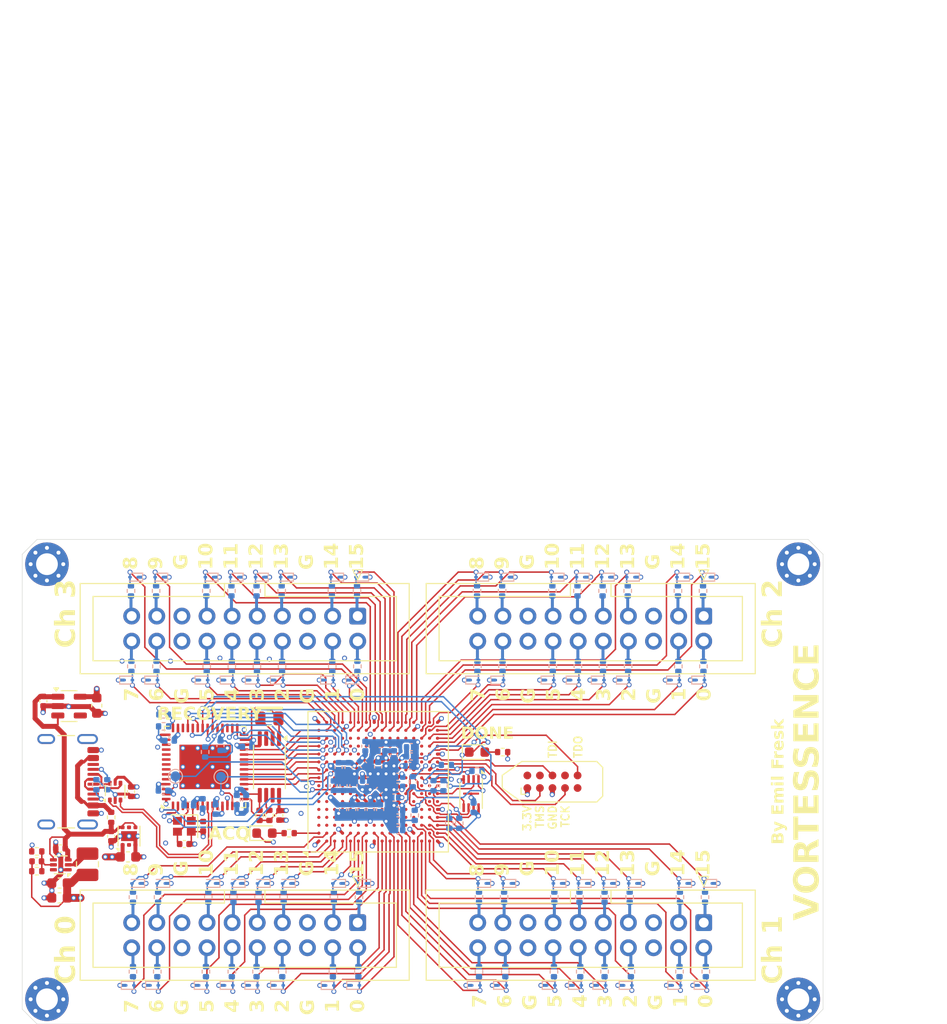
<source format=kicad_pcb>
(kicad_pcb (version 20240108) (generator "pcbnew") (generator_version "8.0")
  (layers (0 "F.Cu" signal) (1 "In1.Cu" signal) (2 "In2.Cu" signal) (31 "B.Cu" signal) (34 "B.Paste" user) (35 "F.Paste" user) (36 "B.SilkS" user "B.Silkscreen") (37 "F.SilkS" user "F.Silkscreen") (38 "B.Mask" user) (39 "F.Mask" user) (44 "Edge.Cuts" user))
  (net 0 "")
  (net 1 "GND")
  (net 2 "+3V3")
  (net 3 "+1V1")
  (net 4 "+5V")
  (net 5 "+2V5")
  (net 6 "/XTALOUT")
  (net 7 "/XTALIN")
  (net 8 "/~{RESET}")
  (net 9 "/FB")
  (net 10 "Net-(D65-A)")
  (net 13 "Net-(FB1-Pad2)")
  (net 14 "/CC2")
  (net 15 "/CC1")
  (net 16 "/D_N")
  (net 17 "/D_P")
  (net 20 "/SCL")
  (net 21 "/SDA")
  (net 22 "/TDO")
  (net 25 "/TDI")
  (net 26 "/D-")
  (net 27 "/D+")
  (net 28 "/IO29")
  (net 29 "/IO28")
  (net 30 "/IO53")
  (net 31 "/IO45")
  (net 32 "/IO34")
  (net 33 "/IO52")
  (net 34 "/IO50")
  (net 35 "/TCK")
  (net 36 "/IO40")
  (net 37 "/IO16")
  (net 38 "/IO62")
  (net 39 "/IO63")
  (net 40 "Net-(U3-A1)")
  (net 41 "/IO44")
  (net 42 "/IO36")
  (net 43 "/IO02")
  (net 44 "/IO01")
  (net 45 "/IO11")
  (net 46 "/IO05")
  (net 47 "/IO10")
  (net 48 "/CDONE")
  (net 49 "/TMS")
  (net 50 "/SW")
  (net 51 "/IO37")
  (net 52 "/IO32")
  (net 54 "/IO46")
  (net 55 "/IO14")
  (net 56 "/IO07")
  (net 57 "/IO22")
  (net 58 "/IO54")
  (net 59 "/IO33")
  (net 61 "/IO26")
  (net 62 "/IO58")
  (net 63 "/IO51")
  (net 64 "/IO42")
  (net 65 "/IO30")
  (net 66 "/IO41")
  (net 67 "/IO43")
  (net 68 "/IO56")
  (net 69 "/SPI_CLK")
  (net 70 "/CFG_1")
  (net 71 "/IO17")
  (net 73 "/IO15")
  (net 75 "/IO27")
  (net 76 "/IO12")
  (net 77 "/IO55")
  (net 78 "/IO09")
  (net 79 "/IO48")
  (net 80 "/IO18")
  (net 82 "/IO23")
  (net 84 "/IO13")
  (net 85 "/IO31")
  (net 86 "/IO49")
  (net 87 "/IO21")
  (net 88 "/IO19")
  (net 89 "/IO35")
  (net 91 "/IO47")
  (net 92 "/IO24")
  (net 93 "/IO61")
  (net 94 "/IO00")
  (net 95 "/IO20")
  (net 96 "/IO25")
  (net 99 "/IO39")
  (net 100 "/IO04")
  (net 101 "/IO57")
  (net 103 "/IO03")
  (net 104 "/IO38")
  (net 105 "/IO06")
  (net 106 "/IO59")
  (net 107 "/IO08")
  (net 110 "/IO60")
  (net 111 "/PA0{slash}~{INT0}")
  (net 112 "/PA6{slash}PKTEND")
  (net 113 "/PB6{slash}FD6")
  (net 115 "/PB3{slash}FD3")
  (net 117 "/PROGRAMN")
  (net 118 "/RDY0{slash}SLRD")
  (net 119 "/SPI_CS")
  (net 120 "/PB2{slash}FD2")
  (net 121 "/PA5{slash}FIOADDR1")
  (net 122 "/SPI_D3")
  (net 123 "/SPI_D2")
  (net 124 "/PB7{slash}FD7")
  (net 125 "/INITN")
  (net 126 "/RDY1{slash}SLWR")
  (net 127 "/CLKOUT")
  (net 130 "/CTL0{slash}FLAGA")
  (net 131 "/PB5{slash}FD5")
  (net 132 "/PB0{slash}FD0")
  (net 133 "/PB4{slash}FD4")
  (net 134 "Net-(J2-Pin_10)")
  (net 135 "/PA4{slash}FIOADDR0")
  (net 136 "/CTL1{slash}FLAGB")
  (net 137 "Net-(J2-Pin_8)")
  (net 138 "/PA2{slash}SLOE")
  (net 139 "Net-(J2-Pin_19)")
  (net 140 "/PB1{slash}FD1")
  (net 141 "/IFCLK")
  (net 142 "Net-(J2-Pin_20)")
  (net 143 "Net-(J2-Pin_13)")
  (net 144 "Net-(J2-Pin_7)")
  (net 145 "Net-(J2-Pin_12)")
  (net 146 "Net-(J2-Pin_18)")
  (net 147 "Net-(J2-Pin_9)")
  (net 148 "Net-(J2-Pin_11)")
  (net 149 "Net-(J2-Pin_2)")
  (net 150 "Net-(J2-Pin_1)")
  (net 151 "Net-(J2-Pin_17)")
  (net 152 "Net-(J2-Pin_4)")
  (net 153 "Net-(J2-Pin_3)")
  (net 154 "Net-(J2-Pin_14)")
  (net 155 "Net-(J3-Pin_12)")
  (net 156 "Net-(J3-Pin_10)")
  (net 157 "Net-(J3-Pin_20)")
  (net 158 "Net-(J3-Pin_1)")
  (net 159 "Net-(J3-Pin_3)")
  (net 160 "Net-(J3-Pin_18)")
  (net 161 "Net-(J3-Pin_9)")
  (net 162 "Net-(J3-Pin_7)")
  (net 163 "Net-(J3-Pin_4)")
  (net 164 "Net-(J3-Pin_11)")
  (net 165 "Net-(J3-Pin_2)")
  (net 166 "Net-(J3-Pin_17)")
  (net 167 "Net-(J3-Pin_8)")
  (net 168 "Net-(J3-Pin_14)")
  (net 169 "Net-(J3-Pin_19)")
  (net 170 "Net-(J3-Pin_13)")
  (net 171 "Net-(J4-Pin_3)")
  (net 172 "Net-(J4-Pin_10)")
  (net 173 "Net-(J4-Pin_4)")
  (net 174 "Net-(J4-Pin_7)")
  (net 175 "Net-(J4-Pin_17)")
  (net 176 "Net-(J4-Pin_19)")
  (net 177 "Net-(J4-Pin_9)")
  (net 178 "Net-(J4-Pin_11)")
  (net 179 "Net-(J4-Pin_12)")
  (net 180 "Net-(J4-Pin_8)")
  (net 181 "Net-(J4-Pin_13)")
  (net 182 "Net-(J4-Pin_1)")
  (net 183 "Net-(J4-Pin_14)")
  (net 184 "Net-(J4-Pin_20)")
  (net 185 "Net-(J4-Pin_2)")
  (net 186 "Net-(J4-Pin_18)")
  (net 187 "Net-(J5-Pin_8)")
  (net 188 "Net-(J5-Pin_20)")
  (net 189 "Net-(J5-Pin_9)")
  (net 190 "Net-(J5-Pin_13)")
  (net 191 "Net-(J5-Pin_10)")
  (net 192 "Net-(J5-Pin_11)")
  (net 193 "Net-(J5-Pin_14)")
  (net 194 "Net-(J5-Pin_12)")
  (net 195 "Net-(J5-Pin_1)")
  (net 196 "Net-(J5-Pin_18)")
  (net 197 "Net-(J5-Pin_19)")
  (net 198 "Net-(J5-Pin_4)")
  (net 199 "Net-(J5-Pin_2)")
  (net 200 "Net-(J5-Pin_7)")
  (net 201 "Net-(J5-Pin_3)")
  (net 202 "Net-(J5-Pin_17)")
  (net 216 "/SPI_MOSI")
  (net 227 "/SPI_MISO")
  (net 290 "Net-(D66-A)")
  (net 314 "/LED")
  (footprint "Resistor_SMD:R_0402_1005Metric" (layer "F.Cu") (at 146.5 83.4 90)
    (property "Reference" "R5" (hide yes))
    (property "Value" "2.2k")
  )
  (footprint "Package_SON:WSON-6-1EP_2x2mm_P0.65mm_EP1x1.6mm" (layer "F.Cu") (at 132.3 85.5 90)
    (property "Reference" "U1" (hide yes))
    (property "Value" "TLV75533PDRV" (hide yes))
  )
  (footprint "Capacitor_SMD:C_0603_1608Metric" (layer "F.Cu") (at 125.27 91.745 180)
    (property "Reference" "C33" (hide yes))
    (property "Value" "10u")
  )
  (footprint "Capacitor_SMD:C_0402_1005Metric" (layer "F.Cu") (at 125.37 86.745 180)
    (property "Reference" "C24" (hide yes))
    (property "Value" "4.7u")
  )
  (footprint "Connector:Tag-Connect_TC2050-IDC-NL_2x05_P1.27mm_Vertical" (layer "F.Cu") (at 175.13 80)
    (property "Reference" "J6" (hide yes))
    (property "Value" "TC2050")
  )
  (footprint "Resistor_SMD:R_0402_1005Metric" (layer "F.Cu") (at 148.5 85.2 180)
    (property "Reference" "R83" (hide yes))
    (property "Value" "1k")
  )
  (footprint "Connector_IDC:IDC-Header_2x10_P2.54mm_Vertical" (layer "F.Cu") (at 190.43 63.2475 -90)
    (property "Reference" "J5" (hide yes))
    (property "Value" "Conn_02x10_Odd_Even")
  )
  (footprint "MountingHole:MountingHole_2.2mm_M2_Pad_Via" (layer "F.Cu") (at 200 58)
    (property "Reference" "H2" (hide yes))
    (property "Value" "MountingHole_Pad" (hide yes))
  )
  (footprint "Resistor_SMD:R_0402_1005Metric" (layer "F.Cu") (at 145.5 83.4 90)
    (property "Reference" "R7" (hide yes))
    (property "Value" "2.2k")
  )
  (footprint "Capacitor_SMD:C_0402_1005Metric" (layer "F.Cu") (at 132.5 81 -90)
    (property "Reference" "C18" (hide yes))
    (property "Value" "0.1u")
  )
  (footprint "MountingHole:MountingHole_2.2mm_M2_Pad_Via" (layer "F.Cu") (at 124 58)
    (property "Reference" "H4" (hide yes))
    (property "Value" "MountingHole_Pad" (hide yes))
  )
  (footprint "Package_SON:Winbond_USON-8-1EP_3x2mm_P0.5mm_EP0.2x1.6mm" (layer "F.Cu") (at 166.9 81.2 -90)
    (property "Reference" "U7" (hide yes))
    (property "Value" "W25Q16JVUXIQ")
  )
  (footprint "Package_SO:TSSOP-8_4.4x3mm_P0.65mm" (layer "F.Cu") (at 146.5 78.5 -90)
    (property "Reference" "U3" (hide yes))
    (property "Value" "BL24C256A")
  )
  (footprint "Package_TO_SOT_SMD:SOT-666" (layer "F.Cu") (at 130.9 81 90)
    (property "Reference" "U4" (hide yes))
    (property "Value" "USBLC6-2P6" (hide yes))
  )
  (footprint "MountingHole:MountingHole_2.2mm_M2_Pad_Via" (layer "F.Cu") (at 124 102)
    (property "Reference" "H3" (hide yes))
    (property "Value" "MountingHole_Pad" (hide yes))
  )
  (footprint "Capacitor_SMD:C_0402_1005Metric" (layer "F.Cu") (at 123.6375 71.85 -90)
    (property "Reference" "C23" (hide yes))
    (property "Value" "4.7u")
  )
  (footprint "Connector_IDC:IDC-Header_2x10_P2.54mm_Vertical" (layer "F.Cu") (at 155.43 63.2475 -90)
    (property "Reference" "J4" (hide yes))
    (property "Value" "Conn_02x10_Odd_Even")
  )
  (footprint "Resistor_SMD:R_0402_1005Metric" (layer "F.Cu") (at 170.09 77)
    (property "Reference" "R43" (hide yes))
    (property "Value" "1k")
  )
  (footprint "Crystal:Crystal_SMD_2016-4Pin_2.0x1.6mm" (layer "F.Cu") (at 137.9 84.5 180)
    (property "Reference" "Y1" (hide yes))
    (property "Value" "24 MHz")
  )
  (footprint "Package_TO_SOT_SMD:SOT-563" (layer "F.Cu") (at 125.4 88.4 180)
    (property "Reference" "U8" (hide yes))
    (property "Value" "TPS62A01ADRLR")
  )
  (footprint "Resistor_SMD:R_0402_1005Metric" (layer "F.Cu") (at 122.97 89.045 180)
    (property "Reference" "R81" (hide yes))
    (property "Value" "82k")
  )
  (footprint "Capacitor_SMD:C_0603_1608Metric" (layer "F.Cu") (at 125.27 90.245 180)
    (property "Reference" "C34" (hide yes))
    (property "Value" "10u")
  )
  (footprint "Capacitor_SMD:C_0402_1005Metric" (layer "F.Cu") (at 139.8 84.5 90)
    (property "Reference" "C20" (hide yes))
    (property "Value" "12p")
  )
  (footprint "Capacitor_SMD:C_0603_1608Metric" (layer "F.Cu") (at 132.2 87.6)
    (property "Reference" "C31" (hide yes))
    (property "Value" "10u")
  )
  (footprint "Capacitor_SMD:C_0402_1005Metric" (layer "F.Cu") (at 147.5 83.4 -90)
    (property "Reference" "C15" (hide yes))
    (property "Value" "0.1u")
  )
  (footprint "LED_SMD:LED_0603_1608Metric" (layer "F.Cu") (at 167.5 77)
    (property "Reference" "D65" (hide yes))
    (property "Value" "LED_Small")
  )
  (footprint "Resistor_SMD:R_0402_1005Metric" (layer "F.Cu") (at 130.5 83.6 90)
    (property "Reference" "FB1" (hide yes))
    (property "Value" "FerriteBead_Small" (hide yes))
  )
  (footprint "Connector_IDC:IDC-Header_2x10_P2.54mm_Vertical" (layer "F.Cu") (at 190.43 94.2475 -90)
    (property "Reference" "J2" (hide yes))
    (property "Value" "Conn_02x10_Odd_Even")
  )
  (footprint "Capacitor_SMD:C_0402_1005Metric" (layer "F.Cu") (at 137.9 86.3 180)
    (property "Reference" "C19" (hide yes))
    (property "Value" "12p")
  )
  (footprint "Resistor_SMD:R_0805_2012Metric" (layer "F.Cu") (at 146.5 73.6 180)
    (property "Reference" "R4" (hide yes))
    (property "Value" "0")
  )
  (footprint "Package_DFN_QFN:QFN-56-1EP_8x8mm_P0.5mm_EP4.5x5.2mm" (layer "F.Cu") (at 140 78.5 90)
    (property "Reference" "U5" (hide yes))
    (property "Value" "CY7C68013A-56LTX" (hide yes))
  )
  (footprint "Connector_USB:USB_C_Receptacle_GCT_USB4105-xx-A_16P_TopMnt_Horizontal" (layer "F.Cu") (at 125 80 -90)
    (property "Reference" "J1" (hide yes))
    (property "Value" "USB_C_Receptacle_USB2.0_14P" (hide yes))
  )
  (footprint "Package_TO_SOT_SMD:SOT-23-5" (layer "F.Cu") (at 126.2375 72.35)
    (property "Reference" "U2" (hide yes))
    (property "Value" "AP2127K-2.5")
  )
  (footprint "Capacitor_SMD:C_0603_1608Metric" (layer "F.Cu") (at 129.0375 72.3 -90)
    (property "Reference" "C28" (hide yes))
    (property "Value" "10u")
  )
  (footprint "Inductor_SMD:L_1008_2520Metric" (layer "F.Cu") (at 128.1 88.345 -90)
    (property "Reference" "L1" (hide yes))
    (property "Value" "1.5u")
  )
  (footprint "Capacitor_SMD:C_0402_1005Metric" (layer "F.Cu") (at 122.97 88.045 180)
    (property "Reference" "C32" (hide yes))
    (property "Value" "27p")
  )
  (footprint "Package_BGA:BGA-256_14.0x14.0mm_Layout16x16_P0.8mm_Ball0.45mm_Pad0.32mm_NSMD" (layer "F.Cu") (at 157.5 80 90)
    (property "Reference" "U6" (hide yes))
    (property "Value" "ECP5U_25_CABGA256")
  )
  (footprint "Connector_IDC:IDC-Header_2x10_P2.54mm_Vertical" (layer "F.Cu") (at 155.43 94.2475 -90)
    (property "Reference" "J3" (hide yes))
    (property "Value" "Conn_02x10_Odd_Even")
  )
  (footprint "Capacitor_SMD:C_0402_1005Metric" (layer "F.Cu") (at 130.5 85.5 -90)
    (property "Reference" "C3" (hide yes))
    (property "Value" "4.7u")
  )
  (footprint "MountingHole:MountingHole_2.2mm_M2_Pad_Via" (layer "F.Cu") (at 200 102)
    (property "Reference" "H1" (hide yes))
    (property "Value" "MountingHole_Pad" (hide yes))
  )
  (footprint "LED_SMD:LED_0603_1608Metric" (layer "F.Cu") (at 146 85.2)
    (property "Reference" "D66" (hide yes))
    (property "Value" "LED_Small")
  )
  (footprint "Resistor_SMD:R_0402_1005Metric" (layer "F.Cu") (at 122.97 87.045)
    (property "Reference" "R82" (hide yes))
    (property "Value" "100k")
  )
  (footprint "Resistor_SMD:R_0402_1005Metric" (layer "B.Cu") (at 177.66 60.7 90)
    (property "Reference" "R39" (hide yes))
    (property "Value" "100")
  )
  (footprint "Resistor_SMD:R_0402_1005Metric" (layer "B.Cu") (at 177.86 91.669999 90)
    (property "Reference" "R15" (hide yes))
    (property "Value" "100")
  )
  (footprint "Capacitor_SMD:C_0402_1005Metric" (layer "B.Cu") (at 160.85 76.5)
    (property "Reference" "C47" (hide yes))
    (property "Value" "4.7u")
  )
  (footprint "Resistor_SMD:R_0402_1005Metric" (layer "B.Cu") (at 140.16 68.33 -90)
    (property "Reference" "R67" (hide yes))
    (property "Value" "100")
  )
  (footprint "Capacitor_SMD:C_0402_1005Metric" (layer "B.Cu") (at 157.5 78.5 90)
    (property "Reference" "C42" (hide yes))
    (property "Value" "0.1u")
  )
  (footprint "Resistor_SMD:R_0402_1005Metric" (layer "B.Cu") (at 132.5 60.7 90)
    (property "Reference" "R34" (hide yes))
    (property "Value" "100")
  )
  (footprint "Diode_SMD:D_SOD-923" (layer "B.Cu") (at 142.380001 100.59)
    (property "Reference" "D29" (hide yes))
    (property "Value" "D_TVS_Small" (hide yes))
  )
  (footprint "Diode_SMD:D_SOD-923" (layer "B.Cu") (at 144.92 69.72)
    (property "Reference" "D44" (hide yes))
    (property "Value" "D_TVS_Small" (hide yes))
  )
  (footprint "Resistor_SMD:R_0402_1005Metric" (layer "B.Cu") (at 167.5 60.7 90)
    (property "Reference" "R42" (hide yes))
    (property "Value" "100")
  )
  (footprint "Capacitor_SMD:C_0402_1005Metric" (layer "B.Cu") (at 138.35 82.400001)
    (property "Reference" "C30" (hide yes))
    (property "Value" "0.1u")
  )
  (footprint "Diode_SMD:D_SOD-923" (layer "B.Cu") (at 155.18 100.589999)
    (property "Reference" "D25" (hide yes))
    (property "Value" "D_TVS_Small" (hide yes))
  )
  (footprint "Diode_SMD:D_SOD-923" (layer "B.Cu") (at 190.68 59.31 180)
    (property "Reference" "D49" (hide yes))
    (property "Value" "D_TVS_Small" (hide yes))
  )
  (footprint "Diode_SMD:D_SOD-923" (layer "B.Cu") (at 180.72 90.28 180)
    (property "Reference" "D4" (hide yes))
    (property "Value" "D_TVS_Small" (hide yes))
  )
  (footprint "Resistor_SMD:R_0402_1005Metric" (layer "B.Cu") (at 152.82 60.7 90)
    (property "Reference" "R28" (hide yes))
    (property "Value" "100")
  )
  (footprint "Diode_SMD:D_SOD-923" (layer "B.Cu") (at 132.38 100.589999)
    (property "Reference" "D32" (hide yes))
    (property "Value" "D_TVS_Small" (hide yes))
  )
  (footprint "Diode_SMD:D_SOD-923" (layer "B.Cu") (at 167.38 100.589999)
    (property "Reference" "D16" (hide yes))
    (property "Value" "D_TVS_Small" (hide yes))
  )
  (footprint "Resistor_SMD:R_0402_1005Metric" (layer "B.Cu") (at 167.7 99.2 -90)
    (property "Reference" "R53" (hide yes))
    (property "Value" "100")
  )
  (footprint "Resistor_SMD:R_0402_1005Metric" (layer "B.Cu") (at 187.86 68.33 -90)
    (property "Reference" "R71" (hide yes))
    (property "Value" "100")
  )
  (footprint "Diode_SMD:D_SOD-923" (layer "B.Cu") (at 190.08 69.72)
    (property "Reference" "D57" (hide yes))
    (property "Value" "D_TVS_Small" (hide yes))
  )
  (footprint "Resistor_SMD:R_0402_1005Metric" (layer "B.Cu") (at 155.36 60.7 90)
    (property "Reference" "R27" (hide yes))
    (property "Value" "100")
  )
  (footprint "Diode_SMD:D_SOD-923" (layer "B.Cu") (at 179.92 69.72)
    (property "Reference" "D60" (hide yes))
    (property "Value" "D_TVS_Small" (hide yes))
  )
  (footprint "Resistor_SMD:R_0402_1005Metric" (layer "B.Cu") (at 180.24 68.33 -90)
    (property "Reference" "R73" (hide yes))
    (property "Value" "100")
  )
  (footprint "Resistor_SMD:R_0402_1005Metric" (layer "B.Cu") (at 135.16 99.2 -90)
    (property "Reference" "R60" (hide yes))
    (property "Value" "100")
  )
  (footprint "Capacitor_SMD:C_0402_1005Metric" (layer "B.Cu") (at 159.5 83.9)
    (property "Reference" "C38" (hide yes))
    (property "Value" "0.1u")
  )
  (footprint "Diode_SMD:D_SOD-923" (layer "B.Cu") (at 152.6 100.6)
    (property "Reference" "D26" (hide yes))
    (property "Value" "D_TVS_Small" (hide yes))
  )
  (footprint "Diode_SMD:D_SOD-923" (layer "B.Cu") (at 190.88 90.28 180)
    (property "Reference" "D1" (hide yes))
    (property "Value" "D_TVS_Small" (hide yes))
  )
  (footprint "Capacitor_SMD:C_0402_1005Metric" (layer "B.Cu") (at 154.5 78.55 90)
    (property "Reference" "C39" (hide yes))
    (property "Value" "10n")
  )
  (footprint "Resistor_SMD:R_0402_1005Metric" (layer "B.Cu") (at 145.2 60.7 90)
    (property "Reference" "R30" (hide yes))
    (property "Value" "100")
  )
  (footprint "Resistor_SMD:R_0402_1005Metric" (layer "B.Cu") (at 187.98 99.199999 -90)
    (property "Reference" "R47" (hide yes))
    (property "Value" "100")
  )
  (footprint "Diode_SMD:D_SOD-923" (layer "B.Cu") (at 134.84 100.589999)
    (property "Reference" "D31" (hide yes))
    (property "Value" "D_TVS_Small" (hide yes))
  )
  (footprint "Diode_SMD:D_SOD-923" (layer "B.Cu") (at 139.76 100.59)
    (property "Reference" "D30" (hide yes))
    (property "Value" "D_TVS_Small" (hide yes))
  )
  (footprint "Resistor_SMD:R_0402_1005Metric" (layer "B.Cu") (at 147.74 60.7 90)
    (property "Reference" "R29" (hide yes))
    (property "Value" "100")
  )
  (footprint "Diode_SMD:D_SOD-923" (layer "B.Cu") (at 148.26 90.28 180)
    (property "Reference" "D19" (hide yes))
    (property "Value" "D_TVS_Small" (hide yes))
  )
  (footprint "Diode_SMD:D_SOD-923" (layer "B.Cu") (at 155.88 90.28 180)
    (property "Reference" "D17" (hide yes))
    (property "Value" "D_TVS_Small" (hide yes))
  )
  (footprint "Capacitor_SMD:C_0402_1005Metric" (layer "B.Cu") (at 156 78.25 135)
    (property "Reference" "C7" (hide yes))
    (property "Value" "0.1u")
  )
  (footprint "Diode_SMD:D_SOD-923" (layer "B.Cu") (at 140.44 59.31 180)
    (property "Reference" "D38" (hide yes))
    (property "Value" "D_TVS_Small" (hide yes))
  )
  (footprint "Diode_SMD:D_SOD-923" (layer "B.Cu") (at 180.52 59.31 180)
    (property "Reference" "D52" (hide yes))
    (property "Value" "D_TVS_Small" (hide yes))
  )
  (footprint "Diode_SMD:D_SOD-923" (layer "B.Cu") (at 145.52 59.31 180)
    (property "Reference" "D36" (hide yes))
    (property "Value" "D_TVS_Small" (hide yes))
  )
  (footprint "Resistor_SMD:R_0402_1005Metric" (layer "B.Cu") (at 155.56 91.669999 90)
    (property "Reference" "R19" (hide yes))
    (property "Value" "100")
  )
  (footprint "Resistor_SMD:R_0402_1005Metric" (layer "B.Cu") (at 145.2 99.2 -90)
    (property "Reference" "R57" (hide yes))
    (property "Value" "100")
  )
  (footprint "Diode_SMD:D_SOD-923" (layer "B.Cu") (at 139.84 69.72)
    (property "Reference" "D46" (hide yes))
    (property "Value" "D_TVS_Small" (hide yes))
  )
  (footprint "Diode_SMD:D_SOD-923" (layer "B.Cu") (at 148.06 59.31 180)
    (property "Reference" "D35" (hide yes))
    (property "Value" "D_TVS_Small" (hide yes))
  )
  (footprint "Diode_SMD:D_SOD-923" (layer "B.Cu") (at 132.82 59.31 180)
    (property "Reference" "D40" (hide yes))
    (property "Value" "D_TVS_Small" (hide yes))
  )
  (footprint "Resistor_SMD:R_0402_1005Metric" (layer "B.Cu") (at 175.16 68.33 -90)
    (property "Reference" "R75" (hide yes))
    (property "Value" "100")
  )
  (footprint "Capacitor_SMD:C_0402_1005Metric" (layer "B.Cu") (at 144.149999 81.85 -90)
    (property "Reference" "C8" (hide yes))
    (property "Value" "4.7u")
  )
  (footprint "Resistor_SMD:R_0402_1005Metric" (layer "B.Cu") (at 140.32 91.669999 90)
    (property "Reference" "R24" (hide yes))
    (property "Value" "100")
  )
  (footprint "Resistor_SMD:R_0402_1005Metric" (layer "B.Cu") (at 155.5 99.2 -90)
    (property "Reference" "R54" (hide yes))
    (property "Value" "100")
  )
  (footprint "Resistor_SMD:R_0402_1005Metric" (layer "B.Cu") (at 190.64 99.2 -90)
    (property "Reference" "R46" (hide yes))
    (property "Value" "100")
  )
  (footprint "Capacitor_SMD:C_0402_1005Metric" (layer "B.Cu") (at 159.099999 81.599999)
    (property "Reference" "C10" (hide yes))
    (property "Value" "10n")
  )
  (footprint "Capacitor_SMD:C_0402_1005Metric" (layer "B.Cu") (at 157.7 82.8 90)
    (property "Reference" "C4" (hide yes))
    (property "Value" "0.1u")
  )
  (footprint "TestPoint:TestPoint_Pad_D1.0mm" (layer "B.Cu") (at 141.6 79.5 -90)
    (property "Reference" "TP11" (hide yes))
    (property "Value" "TestPoint_Small" (hide yes))
  )
  (footprint "Diode_SMD:D_SOD-923" (layer "B.Cu") (at 167.82 59.31 180)
    (property "Reference" "D56" (hide yes))
    (property "Value" "D_TVS_Small" (hide yes))
  )
  (footprint "Capacitor_SMD:C_0402_1005Metric" (layer "B.Cu") (at 157.6 80.9 -135)
    (property "Reference" "C2" (hide yes))
    (property "Value" "0.1u")
  )
  (footprint "Resistor_SMD:R_0402_1005Metric" (layer "B.Cu") (at 190.36 60.7 90)
    (property "Reference" "R35" (hide yes))
    (property "Value" "100")
  )
  (footprint "Resistor_SMD:R_0402_1005Metric" (layer "B.Cu") (at 140 76.990001 -90)
    (property "Reference" "R8" (hide yes))
    (property "Value" "100k")
  )
  (footprint "Diode_SMD:D_SOD-923" (layer "B.Cu") (at 183.26 90.28 180)
    (property "Reference" "D3" (hide yes))
    (property "Value" "D_TVS_Small" (hide yes))
  )
  (footprint "Capacitor_SMD:C_0402_1005Metric" (layer "B.Cu") (at 143.2 81.85 -90)
    (property "Reference" "C26" (hide yes))
    (property "Value" "0.1u")
  )
  (footprint "Diode_SMD:D_SOD-923" (layer "B.Cu") (at 135.56 90.28 180)
    (property "Reference" "D23" (hide yes))
    (property "Value" "D_TVS_Small" (hide yes))
  )
  (footprint "Resistor_SMD:R_0402_1005Metric" (layer "B.Cu") (at 142.7 99.2 -90)
    (property "Reference" "R58" (hide yes))
    (property "Value" "100")
  )
  (footprint "Resistor_SMD:R_0402_1005Metric" (layer "B.Cu") (at 147.78 68.33 -90)
    (property "Reference" "R64" (hide yes))
    (property "Value" "100")
  )
  (footprint "Diode_SMD:D_SOD-923" (layer "B.Cu") (at 155.08 69.72)
    (property "Reference" "D41" (hide yes))
    (property "Value" "D_TVS_Small" (hide yes))
  )
  (footprint "Resistor_SMD:R_0402_1005Metric" (layer "B.Cu") (at 132.54 68.33 -90)
    (property "Reference" "R69" (hide yes))
    (property "Value" "100")
  )
  (footprint "Resistor_SMD:R_0402_1005Metric" (layer "B.Cu") (at 155.4 68.33 -90)
    (property "Reference" "R62" (hide yes))
    (property "Value" "100")
  )
  (footprint "Resistor_SMD:R_0402_1005Metric" (layer "B.Cu") (at 164.4 78.3)
    (property "Reference" "R3" (hide yes))
    (property "Value" "1k")
  )
  (footprint "Resistor_SMD:R_0402_1005Metric" (layer "B.Cu") (at 177.939999 99.2 -90)
    (property "Reference" "R50" (hide yes))
    (property "Value" "100")
  )
  (footprint "Resistor_SMD:R_0402_1005Metric" (layer "B.Cu") (at 142.7 68.33 -90)
    (property "Reference" "R66" (hide yes))
    (property "Value" "100")
  )
  (footprint "Diode_SMD:D_SOD-923" (layer "B.Cu") (at 182.74 100.589999)
    (property "Reference" "D11" (hide yes))
    (property "Value" "D_TVS_Small" (hide yes))
  )
  (footprint "Diode_SMD:D_SOD-923" (layer "B.Cu") (at 135.36 59.31 180)
    (property "Reference" "D39" (hide yes))
    (property "Value" "D_TVS_Small" (hide yes))
  )
  (footprint "Capacitor_SMD:C_0402_1005Metric" (layer "B.Cu") (at 167.15 82.625 90)
    (property "Reference" "C36" (hide yes))
    (property "Value" "0.1u")
  )
  (footprint "Diode_SMD:D_SOD-923" (layer "B.Cu") (at 152.54 69.72)
    (property "Reference" "D42" (hide yes))
    (property "Value" "D_TVS_Small" (hide yes))
  )
  (footprint "Resistor_SMD:R_0402_1005Metric" (layer "B.Cu") (at 183.06 99.2 -90)
    (property "Reference" "R48" (hide yes))
    (property "Value" "100")
  )
  (footprint "Resistor_SMD:R_0402_1005Metric" (layer "B.Cu") (at 175.32 91.669999 90)
    (property "Reference" "R16" (hide yes))
    (property "Value" "100")
  )
  (footprint "Resistor_SMD:R_0402_1005Metric" (layer "B.Cu") (at 165.7 84.2 -90)
    (property "Reference" "R9" (hide yes))
    (property "Value" "1k")
  )
  (footprint "Diode_SMD:D_SOD-923" (layer "B.Cu") (at 145.72 90.28 180)
    (property "Reference" "D20" (hide yes))
    (property "Value" "D_TVS_Small" (hide yes))
  )
  (footprint "Capacitor_SMD:C_0402_1005Metric" (layer "B.Cu") (at 156.4 79.9 180)
    (property "Reference" "C9" (hide yes))
    (property "Value" "10n")
  )
  (footprint "Resistor_SMD:R_0402_1005Metric" (layer "B.Cu") (at 180.4 99.2 -90)
    (property "Reference" "R49" (hide yes))
    (property "Value" "100")
  )
  (footprint "Resistor_SMD:R_0402_1005Metric" (layer "B.Cu") (at 142.66 60.7 90)
    (property "Reference" "R31" (hide yes))
    (property "Value" "100")
  )
  (footprint "Capacitor_SMD:C_0402_1005Metric" (layer "B.Cu") (at 159.5 80.5)
    (property "Reference" "C13" (hide yes))
    (property "Value" "0.1u")
  )
  (footprint "Resistor_SMD:R_0402_1005Metric" (layer "B.Cu") (at 182.940001 91.669999 90)
    (property "Reference" "R13" (hide yes))
    (property "Value" "100")
  )
  (footprint "Diode_SMD:D_SOD-923" (layer "B.Cu") (at 170.56 90.28 180)
    (property "Reference" "D7" (hide yes))
    (property "Value" "D_TVS_Small" (hide yes))
  )
  (footprint "TestPoint:TestPoint_Pad_D1.0mm" (layer "B.Cu") (at 137 79.450001 -90)
    (property "Reference" "TP12" (hide yes))
    (property "Value" "TestPoint_Small" (hide yes))
  )
  (footprint "Capacitor_SMD:C_0402_1005Metric" (layer "B.Cu") (at 156.2 76.4 90)
    (property "Reference" "C49" (hide yes))
    (property "Value" "4.7u")
  )
  (footprint "Resistor_SMD:R_0402_1005Metric" (layer "B.Cu") (at 135.08 68.33 -90)
    (property "Reference" "R68" (hide yes))
    (property "Value" "100")
  )
  (footprint "Resistor_SMD:R_0402_1005Metric" (layer "B.Cu") (at 170.08 68.33 -90)
    (property "Reference" "R76" (hide yes))
    (property "Value" "100")
  )
  (footprint "Capacitor_SMD:C_0402_1005Metric" (layer "B.Cu") (at 155 80.4 -90)
    (property "Reference" "C16" (hide yes))
    (property "Value" "0.1u")
  )
  (footprint "Diode_SMD:D_SOD-923" (layer "B.Cu") (at 143.18 90.28 180)
    (property "Reference" "D21" (hide yes))
    (property "Value" "D_TVS_Small" (hide yes))
  )
  (footprint "Resistor_SMD:R_0402_1005Metric" (layer "B.Cu") (at 167.7 91.669999 90)
    (property "Reference" "R18" (hide yes))
    (property "Value" "100")
  )
  (footprint "Resistor_SMD:R_0402_1005Metric" (layer "B.Cu") (at 140.12 60.7 90)
    (property "Reference" "R32" (hide yes))
    (property "Value" "100")
  )
  (footprint "Resistor_SMD:R_0402_1005Metric" (layer "B.Cu") (at 135.799999 74.4)
    (property "Reference" "R6" (hide yes))
    (property "Value" "100k")
  )
  (footprint "Diode_SMD:D_SOD-923" (layer "B.Cu") (at 144.88 100.589999)
    (property "Reference" "D28" (hide yes))
    (property "Value" "D_TVS_Small" (hide yes))
  )
  (footprint "Capacitor_SMD:C_0402_1005Metric" (layer "B.Cu") (at 160.7 78.4 180)
    (property "Reference" "C14" (hide yes))
    (property "Value" "10n")
  )
  (footprint "Diode_SMD:D_SOD-923" (layer "B.Cu") (at 187.54 69.72)
    (property "Reference" "D58" (hide yes))
    (property "Value" "D_TVS_Small" (hide yes))
  )
  (footprint "Resistor_SMD:R_0402_1005Metric" (layer "B.Cu") (at 132.7 91.669999 90)
    (property "Reference" "R26" (hide yes))
    (property "Value" "100")
  )
  (footprint "Capacitor_SMD:C_0402_1005Metric" (layer "B.Cu") (at 135.75 80.9 180)
    (property "Reference" "C21" (hide yes))
    (property "Value" "0.1u")
  )
  (footprint "Capacitor_SMD:C_0402_1005Metric" (layer "B.Cu") (at 159.5 82.9)
    (property "Reference" "C1" (hide yes))
    (property "Value" "10n")
  )
  (footprint "Resistor_SMD:R_0402_1005Metric" (layer "B.Cu") (at 129 80.3 90)
    (property "Reference" "R2" (hide yes))
    (property "Value" "5.1k")
  )
  (footprint "Capacitor_SMD:C_0402_1005Metric" (layer "B.Cu") (at 139.749999 82.2 90)
    (property "Reference" "C29" (hide yes))
    (property "Value" "0.1u")
  )
  (footprint "Diode_SMD:D_SOD-923" (layer "B.Cu") (at 190.32 100.589999)
    (property "Reference" "D9" (hide yes))
    (property "Value" "D_TVS_Small" (hide yes))
  )
  (footprint "Diode_SMD:D_SOD-923" (layer "B.Cu") (at 187.66 100.59)
    (property "Reference" "D10" (hide yes))
    (property "Value" "D_TVS_Small" (hide yes))
  )
  (footprint "Diode_SMD:D_SOD-923" (layer "B.Cu") (at 155.68 59.31 180)
    (property "Reference" "D33" (hide yes))
    (property "Value" "D_TVS_Small" (hide yes))
  )
  (footprint "Diode_SMD:D_SOD-923" (layer "B.Cu") (at 168.02 90.28 180)
    (property "Reference" "D8" (hide yes))
    (property "Value" "D_TVS_Small" (hide yes))
  )
  (footprint "Resistor_SMD:R_0402_1005Metric" (layer "B.Cu") (at 177.7 68.33 -90)
    (property "Reference" "R74" (hide yes))
    (property "Value" "100")
  )
  (footprint "Resistor_SMD:R_0402_1005Metric" (layer "B.Cu") (at 132.7 99.2 -90)
    (property "Reference" "R61" (hide yes))
    (property "Value" "100")
  )
  (footprint "Resistor_SMD:R_0402_1005Metric" (layer "B.Cu") (at 152.86 68.33 -90)
    (property "Reference" "R63" (hide yes))
    (property "Value" "100")
  )
  (footprint "Capacitor_SMD:C_0402_1005Metric" (layer "B.Cu") (at 153.95 82.8 90)
    (property "Reference" "C37" (hide yes))
    (property "Value" "10n")
  )
  (footprint "Resistor_SMD:R_0402_1005Metric" (layer "B.Cu") (at 164.1 80.4 -90)
    (property "Reference" "R44" (hide yes))
    (property "Value" "1k")
  )
  (footprint "Resistor_SMD:R_0402_1005Metric" (layer "B.Cu") (at 182.78 68.33 -90)
    (property "Reference" "R72" (hide yes))
    (property "Value" "100")
  )
  (footprint "Capacitor_SMD:C_0402_1005Metric" (layer "B.Cu") (at 154.869999 82.8 90)
    (property "Reference" "C35" (hide yes))
    (property "Value" "0.1u")
  )
  (footprint "Diode_SMD:D_SOD-923" (layer "B.Cu") (at 147.46 69.72)
    (property "Reference" "D43" (hide yes))
    (property "Value" "D_TVS_Small" (hide yes))
  )
  (footprint "Resistor_SMD:R_0402_1005Metric" (layer "B.Cu") (at 164.7 84.2 -90)
    (property "Reference" "R78" (hide yes))
    (property "Value" "10k")
  )
  (footprint "Capacitor_SMD:C_0402_1005Metric" (layer "B.Cu") (at 141.55 76.35 -90)
    (property "Reference" "C22" (hide yes))
    (property "Value" "0.1u")
  )
  (footprint "Diode_SMD:D_SOD-923" (layer "B.Cu") (at 174.84 69.72)
    (property "Reference" "D62" (hide yes))
    (property "Value" "D_TVS_Small" (hide yes))
  )
  (footprint "Resistor_SMD:R_0402_1005Metric" (layer "B.Cu") (at 135.04 60.7 90)
    (property "Reference" "R33" (hide yes))
    (property "Value" "100")
  )
  (footprint "Diode_SMD:D_SOD-923" (layer "B.Cu") (at 182.46 69.72)
    (property "Reference" "D59" (hide yes))
    (property "Value" "D_TVS_Small" (hide yes))
  )
  (footprint "Diode_SMD:D_SOD-923" (layer "B.Cu") (at 177.62 100.59)
    (property "Reference" "D13" (hide yes))
    (property "Value" "D_TVS_Small" (hide yes))
  )
  (footprint "Capacitor_SMD:C_0402_1005Metric" (layer "B.Cu") (at 159.5 79.5)
    (property "Reference" "C6" (hide yes))
    (property "Value" "0.1u")
  )
  (footprint "Capacitor_SMD:C_0402_1005Metric" (layer "B.Cu") (at 153.5 78.55 90)
    (property "Reference" "C40" (hide yes))
    (property "Value" "0.1u")
  )
  (footprint "Diode_SMD:D_SOD-923" (layer "B.Cu") (at 175.64 90.28 180)
    (property "Reference" "D6" (hide yes))
    (property "Value" "D_TVS_Small" (hide yes))
  )
  (footprint "Diode_SMD:D_SOD-923" (layer "B.Cu") (at 134.76 69.72)
    (property "Reference" "D47" (hide yes))
    (property "Value" "D_TVS_Small" (hide yes))
  )
  (footprint "Capacitor_SMD:C_0402_1005Metric" (layer "B.Cu") (at 144.25 76.45 180)
    (property "Reference" "C11" (hide yes))
    (property "Value" "0.1u")
  )
  (footprint "Resistor_SMD:R_0402_1005Metric" (layer "B.Cu") (at 175.28 99.2 -90)
    (property "Reference" "R51" (hide yes))
    (property "Value" "100")
  )
  (footprint "Diode_SMD:D_SOD-923" (layer "B.Cu") (at 133.02 90.28 180)
    (property "Reference" "D24" (hide yes))
    (property "Value" "D_TVS_Small" (hide yes))
  )
  (footprint "Resistor_SMD:R_0402_1005Metric" (layer "B.Cu") (at 147.940001 91.669999 90)
    (property "Reference" "R21" (hide yes))
    (property "Value" "100")
  )
  (footprint "Diode_SMD:D_SOD-923" (layer "B.Cu") (at 153.34 90.28 180)
    (property "Reference" "D18" (hide yes))
    (property "Value" "D_TVS_Small" (hide yes))
  )
  (footprint "Resistor_SMD:R_0402_1005Metric" (layer "B.Cu") (at 140.08 99.2 -90)
    (property "Reference" "R59" (hide yes))
    (property "Value" "100")
  )
  (footprint "Resistor_SMD:R_0402_1005Metric" (layer "B.Cu") (at 175.12 60.7 90)
    (property "Reference" "R40" (hide yes))
    (property "Value" "100")
  )
  (footprint "Capacitor_SMD:C_0402_1005Metric" (layer "B.Cu") (at 155.8 82.8 90)
    (property "Reference" "C41" (hide yes))
    (property "Value" "10n")
  )
  (footprint "Capacitor_SMD:C_0402_1005Metric" (layer "B.Cu") (at 160.85 77.45 180)
    (property "Reference" "C45" (hide yes))
    (property "Value" "10n")
  )
  (footprint "Resistor_SMD:R_0402_1005Metric" (layer "B.Cu") (at 188.02 91.669999 90)
    (property "Reference" "R12" (hide yes))
    (property "Value" "100")
  )
  (footprint "Resistor_SMD:R_0402_1005Metric" (layer "B.Cu") (at 170.239999 91.669999 90)
    (property "Reference" "R17" (hide yes))
    (property "Value" "100")
  )
  (footprint "Resistor_SMD:R_0402_1005Metric" (layer "B.Cu") (at 182.74 60.7 90)
    (property "Reference" "R37" (hide yes))
    (property "Value" "100")
  )
  (footprint "Capacitor_SMD:C_0402_1005Metric" (layer "B.Cu") (at 159.5 84.9 180)
    (property "Reference" "C46" (hide yes))
    (property "Value" "4.7u")
  )
  (footprint "Resistor_SMD:R_0402_1005Metric" (layer "B.Cu") (at 163.1 80.4 -90)
    (property "Reference" "R80" (hide yes))
    (property "Value" "10k")
  )
  (footprint "Diode_SMD:D_SOD-923" (layer "B.Cu") (at 188.34 90.28 180)
    (property "Reference" "D2" (hide yes))
    (property "Value" "D_TVS_Small" (hide yes))
  )
  (footprint "Diode_SMD:D_SOD-923" (layer "B.Cu") (at 170.04 100.589999)
    (property "Reference" "D15" (hide yes))
    (property "Value" "D_TVS_Small" (hide yes))
  )
  (footprint "Capacitor_SMD:C_0402_1005Metric" (layer "B.Cu") (at 154 80.4 -90)
    (property "Reference" "C17" (hide yes))
    (property "Value" "10n")
  )
  (footprint "Capacitor_SMD:C_0402_1005Metric" (layer "B.Cu") (at 153 80.4 90)
    (property "Reference" "C48" (hide yes))
    (property "Value" "4.7u")
  )
  (footprint "Capacitor_SMD:C_0402_1005Metric" (layer "B.Cu") (at 135.799999 73.2 180)
    (property "Reference" "C25" (hide yes))
    (property "Value" "0.1u")
  )
  (footprint "Resistor_SMD:R_0402_1005Metric" (layer "B.Cu") (at 161.2 83.4 -90)
    (property "Reference" "R45" (hide yes))
    (property "Value" "10k")
  )
  (footprint "Diode_SMD:D_SOD-923" (layer "B.Cu") (at 167.22 69.72)
    (property "Reference" "D64" (hide yes))
    (property "Value" "D_TVS_Small" (hide yes))
  )
  (footprint "Resistor_SMD:R_0402_1005Metric" (layer "B.Cu") (at 152.92 99.209999 -90)
    (property "Reference" "R55" (hide yes))
    (property "Value" "100")
  )
  (footprint "Resistor_SMD:R_0402_1005Metric" (layer "B.Cu") (at 190.4 68.33 -90)
    (property "Reference" "R70" (hide yes))
    (property "Value" "100")
  )
  (footprint "Resistor_SMD:R_0402_1005Metric" (layer "B.Cu") (at 145.4 91.669999 90)
    (property "Reference" "R22" (hide yes))
    (property "Value" "100")
  )
  (footprint "Capacitor_SMD:C_0402_1005Metric" (layer "B.Cu") (at 136.4 75.85)
    (property "Reference" "C12" (hide yes))
    (property "Value" "0.1u")
  )
  (footprint "Resistor_SMD:R_0402_1005Metric" (layer "B.Cu") (at 145.24 68.33 -90)
    (property "Reference" "R65" (hide yes))
    (property "Value" "100")
  )
  (footprint "Capacitor_SMD:C_0402_1005Metric" (layer "B.Cu") (at 141.05 82.8 90)
    (property "Reference" "C27" (hide yes))
    (property "Value" "0.1u")
  )
  (footprint "Resistor_SMD:R_0402_1005Metric" (layer "B.Cu") (at 153.02 91.669999 90)
    (property "Reference" "R20" (hide yes))
    (property "Value" "100")
  )
  (footprint "Diode_SMD:D_SOD-923" (layer "B.Cu") (at 169.76 69.72)
    (property "Reference" "D63" (hide yes))
    (property "Value" "D_TVS_Small" (hide yes))
  )
  (footprint "Diode_SMD:D_SOD-923" (layer "B.Cu") (at 140.64 90.28 180)
    (property "Reference" "D22" (hide yes))
    (property "Value" "D_TVS_Small" (hide yes))
  )
  (footprint "Diode_SMD:D_SOD-923" (layer "B.Cu") (at 142.38 69.72)
    (property "Reference" "D45" (hide yes))
    (property "Value" "D_TVS_Small" (hide yes))
  )
  (footprint "Diode_SMD:D_SOD-923" (layer "B.Cu") (at 180.08 100.589999)
    (property "Reference" "D12" (hide yes))
    (property "Value" "D_TVS_Small" (hide yes))
  )
  (footprint "Capacitor_SMD:C_0402_1005Metric" (layer "B.Cu") (at 159.1 77.35 90)
    (property "Reference" "C44" (hide yes))
    (property "Value" "0.1u")
  )
  (footprint "Diode_SMD:D_SOD-923" (layer "B.Cu") (at 174.96 100.59)
    (property "Reference" "D14" (hide yes))
    (property "Value" "D_TVS_Small" (hide yes))
  )
  (footprint "Resistor_SMD:R_0402_1005Metric" (layer "B.Cu") (at 167.54 68.33 -90)
    (property "Reference" "R77" (hide yes))
    (property "Value" "100")
  )
  (footprint "Diode_SMD:D_SOD-923" (layer "B.Cu") (at 178.18 90.28 180)
    (property "Reference" "D5" (hide yes))
    (property "Value" "D_TVS_Small" (hide yes))
  )
  (footprint "Resistor_SMD:R_0402_1005Metric" (layer "B.Cu") (at 142.86 91.669999 90)
    (property "Reference" "R23" (hide yes))
    (property "Value" "100")
  )
  (footprint "Resistor_SMD:R_0402_1005Metric" (layer "B.Cu") (at 180.2 60.7 90)
    (property "Reference" "R38" (hide yes))
    (property "Value" "100")
  )
  (footprint "Resistor_SMD:R_0402_1005Metric" (layer "B.Cu") (at 147.8 99.2 -90)
    (property "Reference" "R56" (hide yes))
    (property "Value" "100")
  )
  (footprint "Diode_SMD:D_SOD-923" (layer "B.Cu") (at 153.14 59.31 180)
    (property "Reference" "D34" (hide yes))
    (property "Value" "D_TVS_Small" (hide yes))
  )
  (footprint "Diode_SMD:D_SOD-923" (layer "B.Cu") (at 177.98 59.31 180)
    (property "Reference" "D53" (hide yes))
    (property "Value" "D_TVS_Small" (hide yes))
  )
  (footprint "Resistor_SMD:R_0402_1005Metric" (layer "B.Cu") (at 187.82 60.7 90)
    (property "Reference" "R36" (hide yes))
    (property "Value" "100")
  )
  (footprint "Resistor_SMD:R_0402_1005Metric" (layer "B.Cu") (at 161 80 -90)
    (property "Reference" "R10" (hide yes))
    (property "Value" "1k")
  )
  (footprint "Diode_SMD:D_SOD-923" (layer "B.Cu") (at 147.48 100.589999)
    (property "Reference" "D27" (hide yes))
    (property "Value" "D_TVS_Small" (hide yes))
  )
  (footprint "Diode_SMD:D_SOD-923" (layer "B.Cu") (at 142.98 59.31 180)
    (property "Reference" "D37" (hide yes))
    (property "Value" "D_TVS_Small" (hide yes))
  )
  (footprint "Resistor_SMD:R_0402_1005Metric" (layer "B.Cu") (at 180.4 91.669999 90)
    (property "Reference" "R14" (hide yes))
    (property "Value" "100")
  )
  (footprint "Resistor_SMD:R_0402_1005Metric" (layer "B.Cu") (at 170.36 99.2 -90)
    (property "Reference" "R52" (hide yes))
    (property "Value" "100")
  )
  (footprint "Diode_SMD:D_SOD-923" (layer "B.Cu") (at 170.36 59.31 180)
    (property "Reference" "D55" (hide yes))
    (property "Value" "D_TVS_Small" (hide yes))
  )
  (footprint "Diode_SMD:D_SOD-923" (layer "B.Cu") (at 177.38 69.72)
    (property "Reference" "D61" (hide yes))
    (property "Value" "D_TVS_Small" (hide yes))
  )
  (footprint "Diode_SMD:D_SOD-923" (layer "B.Cu") (at 183.06 59.31 180)
    (property "Reference" "D51" (hide yes))
    (property "Value" "D_TVS_Small" (hide yes))
  )
  (footprint "Diode_SMD:D_SOD-923" (layer "B.Cu") (at 188.14 59.31 180)
    (property "Reference" "D50" (hide yes))
    (property "Value" "D_TVS_Small" (hide yes))
  )
  (footprint "Resistor_SMD:R_0402_1005Metric" (layer "B.Cu") (at 167.5 78.9)
    (property "Reference" "R79" (hide yes))
    (property "Value" "10k")
  )
  (footprint "Resistor_SMD:R_0402_1005Metric" (layer "B.Cu") (at 170.04 60.7 90)
    (property "Reference" "R41" (hide yes))
    (property "Value" "100")
  )
  (footprint "Diode_SMD:D_SOD-923" (layer "B.Cu") (at 175.44 59.31 180)
    (property "Reference" "D54" (hide yes))
    (property "Value" "D_TVS_Small" (hide yes))
  )
  (footprint "Resistor_SMD:R_0402_1005Metric" (layer "B.Cu") (at 190.56 91.67 90)
    (property "Reference" "R11" (hide yes))
    (property "Value" "100")
  )
  (footprint "Resistor_SMD:R_0402_1005Metric" (layer "B.Cu") (at 130.1 80.3 -90)
    (property "Reference" "R1" (hide yes))
    (property "Value" "5.1k")
  )
  (footprint "Capacitor_SMD:C_0402_1005Metric" (layer "B.Cu") (at 157.7 76.9)
    (property "Reference" "C43" (hide yes))
    (property "Value" "10n")
  )
  (footprint "Diode_SMD:D_SOD-923" (layer "B.Cu") (at 132.22 69.72)
    (property "Reference" "D48" (hide yes))
    (property "Value" "D_TVS_Small" (hide yes))
  )
  (footprint "Resistor_SMD:R_0402_1005Metric" (layer "B.Cu") (at 135.239999 91.669999 90)
    (property "Reference" "R25" (hide yes))
    (property "Value" "100")
  )
  (footprint "Capacitor_SMD:C_0402_1005Metric" (layer "B.Cu") (at 156.75 82.8 90)
    (property "Reference" "C5" (hide yes))
    (property "Value" "10n")
  )
  (gr_line (start 147.75 72.55) (end 145.2 72.55) (stroke (width 0.3)) (layer "F.SilkS"))
  (gr_line (start 123 55.5) (end 121.5 57) (stroke (width 0.05)) (layer "Edge.Cuts"))
  (gr_line (start 201 55.5) (end 123 55.5) (stroke (width 0.05)) (layer "Edge.Cuts"))
  (gr_line (start 123 104.5) (end 121.5 103) (stroke (width 0.05)) (layer "Edge.Cuts"))
  (gr_line (start 121.5 103) (end 121.5 57) (stroke (width 0.05)) (layer "Edge.Cuts"))
  (gr_line (start 201 104.5) (end 123 104.5) (stroke (width 0.05)) (layer "Edge.Cuts"))
  (gr_line (start 202.5 103) (end 201 104.5) (stroke (width 0.05)) (layer "Edge.Cuts"))
  (gr_line (start 202.5 103) (end 202.5 57) (stroke (width 0.05)) (layer "Edge.Cuts"))
  (gr_line (start 202.5 57) (end 201 55.5) (stroke (width 0.05)) (layer "Edge.Cuts"))
  (gr_text "13" (at 182.81 89.5675 90) (layer "F.SilkS") (effects (font (size 1.4 1.4) (thickness 0.3) (bold yes)) (justify left)))
  (gr_text "11" (at 142.69 58.5675 90) (layer "F.SilkS") (effects (font (size 1.4 1.4) (thickness 0.3) (bold yes)) (justify left)))
  (gr_text "G" (at 185.35 89.5675 90) (layer "F.SilkS") (effects (font (size 1.4 1.4) (thickness 0.3) (bold yes)) (justify left)))
  (gr_text "G" (at 172.65 58.5675 90) (layer "F.SilkS") (effects (font (size 1.4 1.4) (thickness 0.3) (bold yes)) (justify left)))
  (gr_text "14" (at 152.85 58.5675 90) (layer "F.SilkS") (effects (font (size 1.4 1.4) (thickness 0.3) (bold yes)) (justify left)))
  (gr_text "7" (at 132.64 102 90) (layer "F.SilkS") (effects (font (size 1.4 1.4) (thickness 0.3) (bold yes)) (justify right)))
  (gr_text "13" (at 182.81 58.5675 90) (layer "F.SilkS") (effects (font (size 1.4 1.4) (thickness 0.3) (bold yes)) (justify left)))
  (gr_text "2" (at 147.88 102 90) (layer "F.SilkS") (effects (font (size 1.4 1.4) (thickness 0.3) (bold yes)) (justify right)))
  (gr_text "4" (at 177.84 70.5 90) (layer "F.SilkS") (effects (font (size 1.4 1.4) (thickness 0.3) (bold yes)) (justify right)))
  (gr_text "3" (at 145.34 70.5 90) (layer "F.SilkS") (effects (font (size 1.4 1.4) (thickness 0.3) (bold yes)) (justify right)))
  (gr_text "1" (at 152.96 70.5 90) (layer "F.SilkS") (effects (font (size 1.4 1.4) (thickness 0.3) (bold yes)) (justify right)))
  (gr_text "12" (at 145.27 89.5675 90) (layer "F.SilkS") (effects (font (size 1.4 1.4) (thickness 0.3) (bold yes)) (justify left)))
  (gr_text "G" (at 137.72 102 90) (layer "F.SilkS") (effects (font (size 1.4 1.4) (thickness 0.3) (bold yes)) (justify right)))
  (gr_text "0" (at 155.5 102 90) (layer "F.SilkS") (effects (font (size 1.4 1.4) (thickness 0.3) (bold yes)) (justify right)))
  (gr_text "G" (at 150.42 70.5 90) (layer "F.SilkS") (effects (font (size 1.4 1.4) (thickness 0.3) (bold yes)) (justify right)))
  (gr_text "G" (at 172.65 89.5675 90) (layer "F.SilkS") (effects (font (size 1.4 1.4) (thickness 0.3) (bold yes)) (justify left)))
  (gr_text "9" (at 135.07 58.5675 90) (layer "F.SilkS") (effects (font (size 1.4 1.4) (thickness 0.3) (bold yes)) (justify left)))
  (gr_text "10" (at 175.19 58.5675 90) (layer "F.SilkS") (effects (font (size 1.4 1.4) (thickness 0.3) (bold yes)) (justify left)))
  (gr_text "RECOVERY" (at 135.1 73.2 0) (layer "F.SilkS") (effects (font (size 1.3 1.3) (thickness 0.3) (bold yes)) (justify left)))
  (gr_text "9" (at 170.11 89.5675 90) (layer "F.SilkS") (effects (font (size 1.4 1.4) (thickness 0.3) (bold yes)) (justify left)))
  (gr_text "4" (at 142.8 70.5 90) (layer "F.SilkS") (effects (font (size 1.4 1.4) (thickness 0.3) (bold yes)) (justify right)))
  (gr_text "G" (at 150.35 89.5675 90) (layer "F.SilkS") (effects (font (size 1.4 1.4) (thickness 0.3) (bold yes)) (justify left)))
  (gr_text "7" (at 167.68 70.5 90) (layer "F.SilkS") (effects (font (size 1.4 1.4) (thickness 0.3) (bold yes)) (justify right)))
  (gr_text "VORTESSENCE" (at 201 80 90) (layer "F.SilkS") (effects (font (size 2.5 2.5) (thickness 0.3) (bold yes) (italic yes))))
  (gr_text "Ch 1" (at 197.5 97 90) (layer "F.SilkS") (effects (font (size 2 2) (thickness 0.3) (bold yes))))
  (gr_text "8" (at 132.57 89.5675 90) (layer "F.SilkS") (effects (font (size 1.4 1.4) (thickness 0.3) (bold yes)) (justify left)))
  (gr_text "G" (at 185.35 58.5675 90) (layer "F.SilkS") (effects (font (size 1.4 1.4) (thickness 0.3) (bold yes)) (justify left)))
  (gr_text "14" (at 187.89 58.5675 90) (layer "F.SilkS") (effects (font (size 1.4 1.4) (thickness 0.3) (bold yes)) (justify left)))
  (gr_text "ACQ" (at 140.3 85.3 0) (layer "F.SilkS") (effects (font (size 1.3 1.3) (thickness 0.3) (bold yes)) (justify left)))
  (gr_text "G" (at 137.65 89.5675 90) (layer "F.SilkS") (effects (font (size 1.4 1.4) (thickness 0.3) (bold yes)) (justify left)))
  (gr_text "6" (at 135.18 102 90) (layer "F.SilkS") (effects (font (size 1.4 1.4) (thickness 0.3) (bold yes)) (justify right)))
  (gr_text "0" (at 190.7 101.5 90) (layer "F.SilkS") (effects (font (size 1.4 1.4) (thickness 0.3) (bold yes)) (justify right)))
  (gr_text "6" (at 135.18 70.5 90) (layer "F.SilkS") (effects (font (size 1.4 1.4) (thickness 0.3) (bold yes)) (justify right)))
  (gr_text "G" (at 185.62 101.5 90) (layer "F.SilkS") (effects (font (size 1.4 1.4) (thickness 0.3) (bold yes)) (justify right)))
  (gr_text "15" (at 190.43 89.5675 90) (layer "F.SilkS") (effects (font (size 1.4 1.4) (thickness 0.3) (bold yes)) (justify left)))
  (gr_text "3.3V\nTMS\nGND\nTCK" (at 176.9 82.3 90) (layer "F.SilkS") (effects (font (size 0.8 0.8)) (justify right bottom)))
  (gr_text "9" (at 135.11 89.5675 90) (layer "F.SilkS") (effects (font (size 1.4 1.4) (thickness 0.3) (bold yes)) (justify left)))
  (gr_text "14" (at 152.89 89.5675 90) (layer "F.SilkS") (effects (font (size 1.4 1.4) (thickness 0.3) (bold yes)) (justify left)))
  (gr_text "11" (at 142.73 89.5675 90) (layer "F.SilkS") (effects (font (size 1.4 1.4) (thickness 0.3) (bold yes)) (justify left)))
  (gr_text "5" (at 175.3 70.5 90) (layer "F.SilkS") (effects (font (size 1.4 1.4) (thickness 0.3) (bold yes)) (justify right)))
  (gr_text "13" (at 147.81 89.5675 90) (layer "F.SilkS") (effects (font (size 1.4 1.4) (thickness 0.3) (bold yes)) (justify left)))
  (gr_text "G" (at 137.61 58.5675 90) (layer "F.SilkS") (effects (font (size 1.4 1.4) (thickness 0.3) (bold yes)) (justify left)))
  (gr_text "G" (at 150.31 58.5675 90) (layer "F.SilkS") (effects (font (size 1.4 1.4) (thickness 0.3) (bold yes)) (justify left)))
  (gr_text "3" (at 180.38 70.5 90) (layer "F.SilkS") (effects (font (size 1.4 1.4) (thickness 0.3) (bold yes)) (justify right)))
  (gr_text "7" (at 132.64 70.5 90) (layer "F.SilkS") (effects (font (size 1.4 1.4) (thickness 0.3) (bold yes)) (justify right)))
  (gr_text "0" (at 155.5 70.5 90) (layer "F.SilkS") (effects (font (size 1.4 1.4) (thickness 0.3) (bold yes)) (justify right)))
  (gr_text "1" (at 188.16 101.5 90) (layer "F.SilkS") (effects (font (size 1.4 1.4) (thickness 0.3) (bold yes)) (justify right)))
  (gr_text "10" (at 140.15 58.5675 90) (layer "F.SilkS") (effects (font (size 1.4 1.4) (thickness 0.3) (bold yes)) (justify left)))
  (gr_text "5" (at 140.26 70.5 90) (layer "F.SilkS") (effects (font (size 1.4 1.4) (thickness 0.3) (bold yes)) (justify right)))
  (gr_text "15" (at 190.43 58.5675 90) (layer "F.SilkS") (effects (font (size 1.4 1.4) (thickness 0.3) (bold yes)) (justify left)))
  (gr_text "G" (at 172.92 101.5 90) (layer "F.SilkS") (effects (font (size 1.4 1.4) (thickness 0.3) (bold yes)) (justify right)))
  (gr_text "G" (at 150.42 102 90) (layer "F.SilkS") (effects (font (size 1.4 1.4) (thickness 0.3) (bold yes)) (justify right)))
  (gr_text "11" (at 177.73 58.5675 90) (layer "F.SilkS") (effects (font (size 1.4 1.4) (thickness 0.3) (bold yes)) (justify left)))
  (gr_text "4" (at 178 101.5 90) (layer "F.SilkS") (effects (font (size 1.4 1.4) (thickness 0.3) (bold yes)) (justify right)))
  (gr_text "13" (at 147.77 58.5675 90) (layer "F.SilkS") (effects (font (size 1.4 1.4) (thickness 0.3) (bold yes)) (justify left)))
  (gr_text "11" (at 177.73 89.5675 90) (layer "F.SilkS") (effects (font (size 1.4 1.4) (thickness 0.3) (bold yes)) (justify left)))
  (gr_text "8" (at 167.57 58.5675 90) (layer "F.SilkS") (effects (font (size 1.4 1.4) (thickness 0.3) (bold yes)) (justify left)))
  (gr_text "1" (at 152.96 102 90) (layer "F.SilkS") (effects (font (size 1.4 1.4) (thickness 0.3) (bold yes)) (justify right)))
  (gr_text "8" (at 132.53 58.5675 90) (layer "F.SilkS") (effects (font (size 1.4 1.4) (thickness 0.3) (bold yes)) (justify left)))
  (gr_text "Ch 3" (at 126 63 90) (layer "F.SilkS") (effects (font (size 2 2) (thickness 0.3) (bold yes))))
  (gr_text "5" (at 175.46 101.5 90) (layer "F.SilkS") (effects (font (size 1.4 1.4) (thickness 0.3) (bold yes)) (justify right)))
  (gr_text "15" (at 155.39 58.5675 90) (layer "F.SilkS") (effects (font (size 1.4 1.4) (thickness 0.3) (bold yes)) (justify left)))
  (gr_text "G" (at 137.72 70.5 90) (layer "F.SilkS") (effects (font (size 1.4 1.4) (thickness 0.3) (bold yes)) (justify right)))
  (gr_text "Ch 2" (at 197.5 63 90) (layer "F.SilkS") (effects (font (size 2 2) (thickness 0.3) (bold yes))))
  (gr_text "3" (at 145.34 102 90) (layer "F.SilkS") (effects (font (size 1.4 1.4) (thickness 0.3) (bold yes)) (justify right)))
  (gr_text "1" (at 188 70.5 90) (layer "F.SilkS") (effects (font (size 1.4 1.4) (thickness 0.3) (bold yes)) (justify right)))
  (gr_text "DONE" (at 165.85 75.15 0) (layer "F.SilkS") (effects (font (size 1.2 1.2) (thickness 0.3) (bold yes)) (justify left)))
  (gr_text "By Emil Fresk" (at 198 80 90) (layer "F.SilkS") (effects (font (size 1.2 1.2) (thickness 0.3) (bold yes))))
  (gr_text "TDI\n\nTDO" (at 178.2 77.7 90) (layer "F.SilkS") (effects (font (size 0.8 0.8)) (justify left bottom)))
  (gr_text "6" (at 170.22 70.5 90) (layer "F.SilkS") (effects (font (size 1.4 1.4) (thickness 0.3) (bold yes)) (justify right)))
  (gr_text "12" (at 180.27 89.5675 90) (layer "F.SilkS") (effects (font (size 1.4 1.4) (thickness 0.3) (bold yes)) (justify left)))
  (gr_text "15" (at 155.43 89.5675 90) (layer "F.SilkS") (effects (font (size 1.4 1.4) (thickness 0.3) (bold yes)) (justify left)))
  (gr_text "10" (at 140.19 89.5675 90) (layer "F.SilkS") (effects (font (size 1.4 1.4) (thickness 0.3) (bold yes)) (justify left)))
  (gr_text "0" (at 190.54 70.5 90) (layer "F.SilkS") (effects (font (size 1.4 1.4) (thickness 0.3) (bold yes)) (justify right)))
  (gr_text "Ch 0" (at 126 97 90) (layer "F.SilkS") (effects (font (size 2 2) (thickness 0.3) (bold yes))))
  (gr_text "12" (at 180.27 58.5675 90) (layer "F.SilkS") (effects (font (size 1.4 1.4) (thickness 0.3) (bold yes)) (justify left)))
  (gr_text "14" (at 187.89 89.5675 90) (layer "F.SilkS") (effects (font (size 1.4 1.4) (thickness 0.3) (bold yes)) (justify left)))
  (gr_text "G" (at 172.76 70.5 90) (layer "F.SilkS") (effects (font (size 1.4 1.4) (thickness 0.3) (bold yes)) (justify right)))
  (gr_text "10" (at 175.19 89.5675 90) (layer "F.SilkS") (effects (font (size 1.4 1.4) (thickness 0.3) (bold yes)) (justify left)))
  (gr_text "9" (at 170.11 58.5675 90) (layer "F.SilkS") (effects (font (size 1.4 1.4) (thickness 0.3) (bold yes)) (justify left)))
  (gr_text "3" (at 180.54 101.5 90) (layer "F.SilkS") (effects (font (size 1.4 1.4) (thickness 0.3) (bold yes)) (justify right)))
  (gr_text "4" (at 142.8 102 90) (layer "F.SilkS") (effects (font (size 1.4 1.4) (thickness 0.3) (bold yes)) (justify right)))
  (gr_text "2" (at 182.92 70.5 90) (layer "F.SilkS") (effects (font (size 1.4 1.4) (thickness 0.3) (bold yes)) (justify right)))
  (gr_text "6" (at 170.38 101.5 90) (layer "F.SilkS") (effects (font (size 1.4 1.4) (thickness 0.3) (bold yes)) (justify right)))
  (gr_text "12" (at 145.23 58.5675 90) (layer "F.SilkS") (effects (font (size 1.4 1.4) (thickness 0.3) (bold yes)) (justify left)))
  (gr_text "G" (at 185.46 70.5 90) (layer "F.SilkS") (effects (font (size 1.4 1.4) (thickness 0.3) (bold yes)) (justify right)))
  (gr_text "8" (at 167.57 89.6175 90) (layer "F.SilkS") (effects (font (size 1.4 1.4) (thickness 0.3) (bold yes)) (justify left)))
  (gr_text "2" (at 183.08 101.5 90) (layer "F.SilkS") (effects (font (size 1.4 1.4) (thickness 0.3) (bold yes)) (justify right)))
  (gr_text "5" (at 140.26 102 90) (layer "F.SilkS") (effects (font (size 1.4 1.4) (thickness 0.3) (bold yes)) (justify right)))
  (gr_text "7" (at 167.84 101.5 90) (layer "F.SilkS") (effects (font (size 1.4 1.4) (thickness 0.3) (bold yes)) (justify right)))
  (gr_text "2" (at 147.88 70.5 90) (layer "F.SilkS") (effects (font (size 1.4 1.4) (thickness 0.3) (bold yes)) (justify right)))
  (segment (start 143.9375 74.7625) (end 143.949999 74.75) (width 0.25) (layer "F.Cu") (net 1))
  (segment (start 157.1 80.4) (end 156.71 80.79) (width 0.3) (layer "F.Cu") (net 1))
  (segment (start 156.3 78.8) (end 156.300002 78.8) (width 0.3) (layer "F.Cu") (net 1))
  (segment (start 145.499999 76.4) (end 145.525 76.374999) (width 0.25) (layer "F.Cu") (net 1))
  (segment (start 156.700001 79.200001) (end 156.700001 79.199999) (width 0.3) (layer "F.Cu") (net 1))
  (segment (start 125.4 89.34) (end 125.4 88.9) (width 0.5) (layer "F.Cu") (net 1))
  (segment (start 137.2 83.95) (end 136.400001 83.950001) (width 0.15) (layer "F.Cu") (net 1))
  (segment (start 133.12 81.48) (end 133.125 81.475) (width 0.5) (layer "F.Cu") (net 1))
  (segment (start 139.25 82.4375) (end 139.25 81.75) (width 0.25) (layer "F.Cu") (net 1))
  (segment (start 161.100001 78.799999) (end 161.5 78.4) (width 0.3) (layer "F.Cu") (net 1))
  (segment (start 124.495 90.245) (end 125.4 89.34) (width 0.5) (layer "F.Cu") (net 1))
  (segment (start 132.975 87.6) (end 133.8 87.6) (width 0.5) (layer "F.Cu") (net 1))
  (segment (start 156.700001 79.199999) (end 157.1 78.8) (width 0.3) (layer "F.Cu") (net 1))
  (segment (start 158.7 80.4) (end 158.699998 80.4) (width 0.3) (layer "F.Cu") (net 1))
  (segment (start 156.71 80.79) (end 156.69 80.79) (width 0.3) (layer "F.Cu") (net 1))
  (segment (start 145.525 76.374999) (end 145.525 75.6375) (width 0.25) (layer "F.Cu") (net 1))
  (segment (start 143.2625 76.249999) (end 143.2125 76.300001) (width 0.25) (layer "F.Cu") (net 1))
  (segment (start 158.7 81.2) (end 158.300001 81.599999) (width 0.3) (layer "F.Cu") (net 1))
  (segment (start 139.800001 85.549999) (end 139.8 85.55) (width 0.5) (layer "F.Cu") (net 1))
  (segment (start 163.5 82.8) (end 164 82.8) (width 0.3) (layer "F.Cu") (net 1))
  (segment (start 157.9 80.4) (end 158.299999 80.799999) (width 0.3) (layer "F.Cu") (net 1))
  (segment (start 130.82 85.98) (end 131.3 85.5) (width 0.5) (layer "F.Cu") (net 1))
  (segment (start 125.1 72.35) (end 126.15 72.35) (width 0.5) (layer "F.Cu") (net 1))
  (segment (start 139.73 85.05) (end 139.800001 84.980001) (width 0.15) (layer "F.Cu") (net 1))
  (segment (start 132.95 86.3875) (end 132.95 85.75) (width 0.4) (layer "F.Cu") (net 1))
  (segment (start 132.27 81.25) (end 132.5 81.48) (width 0.3) (layer "F.Cu") (net 1))
  (segment (start 163.5 74) (end 163.899999 73.600001) (width 0.3) (layer "F.Cu") (net 1))
  (segment (start 144.55 76.25) (end 144.7 76.4) (width 0.25) (layer "F.Cu") (net 1))
  (segment (start 132.95 85.75) (end 133.2 85.5) (width 0.4) (layer "F.Cu") (net 1))
  (segment (start 148.2 83.9) (end 148.18 83.88) (width 0.5) (layer "F.Cu") (net 1))
  (segment (start 123.6375 72.9625) (end 123.6 73) (width 0.5) (layer "F.Cu") (net 1))
  (segment (start 130.5 85.98) (end 130.82 85.98) (width 0.5) (layer "F.Cu") (net 1))
  (segment (start 175.13 81.27) (end 175.1 81.3) (width 0.5) (layer "F.Cu") (net 1))
  (segment (start 157.499999 79.199999) (end 157.1 78.8) (width 0.3) (layer "F.Cu") (net 1))
  (segment (start 158.7 81.199998) (end 159.099999 80.799999) (width 0.3) (layer "F.Cu") (net 1))
  (segment (start 151.5 86) (end 151.100001 86.399999) (width 0.3) (layer "F.Cu") (net 1))
  (segment (start 159.099999 79.199999) (end 158.7 78.8) (width 0.3) (layer "F.Cu") (net 1))
  (segment (start 129.0375 73.075) (end 129.875 73.075) (width 0.5) (layer "F.Cu") (net 1))
  (segment (start 128.68 83.2) (end 129.5 83.2) (width 0.3) (layer "F.Cu") (net 1))
  (segment (start 158.3 81.599999) (end 158.700001 82) (width 0.3) (layer "F.Cu") (net 1))
  (segment (start 157.100001 79.599999) (end 157.5 79.2) (width 0.3) (layer "F.Cu") (net 1))
  (segment (start 158.7 81.2) (end 158.299999 80.799999) (width 0.3) (layer "F.Cu") (net 1))
  (segment (start 163.500001 77.2) (end 163.5 77.199999) (width 0.3) (layer "F.Cu") (net 1))
  (segment (start 164 77.2) (end 163.500001 77.2) (width 0.3) (layer "F.Cu") (net 1))
  (segment (start 139.800001 84.980001) (end 139.800001 85.549999) (width 0.5) (layer "F.Cu") (net 1))
  (segment (start 136.0625 82.237501) (end 136.05 82.25) (width 0.25) (layer "F.Cu") (net 1))
  (segment (start 143.9375 76.25) (end 144.55 76.25) (width 0.25) (layer "F.Cu") (net 1))
  (segment (start 130.9 81.4) (end 131.05 81.25) (width 0.3) (layer "F.Cu") (net 1))
  (segment (start 155.899999 80.799999) (end 155.900001 80.799999) (width 0.3) (layer "F.Cu") (net 1))
  (segment (start 157.1 86) (end 157.1 86.3) (width 0.3) (layer "F.Cu") (net 1))
  (segment (start 124.495 91.745) (end 124.495 90.245) (width 0.5) (layer "F.Cu") (net 1))
  (segment (start 153.9 85.2) (end 153.500001 84.800001) (width 0.3) (layer "F.Cu") (net 1))
  (segment (start 128.68 76.8) (end 129.5 76.8) (width 0.3) (layer "F.Cu") (net 1))
  (segment (start 157.9 78.8) (end 158.299999 78.400001) (width 0.3) (layer "F.Cu") (net 1))
  (segment (start 158.7 78.8) (end 159.099999 78.400001) (width 0.3) (layer "F.Cu") (net 1))
  (segment (start 122.46 87.045) (end 122.46 86.44) (width 0.15) (layer "F.Cu") (net 1))
  (segment (start 124.89 86.11) (end 124.89 86.745) (width 0.5) (layer "F.Cu") (net 1))
  (segment (start 158.7 81.2) (end 158.7 81.199998) (width 0.3) (layer "F.Cu") (net 1))
  (segment (start 131.3 85.5) (end 131.4 85.5) (width 0.5) (layer "F.Cu") (net 1))
  (segment (start 161.1 74.8) (end 161.499999 74.400001) (width 0.3) (layer "F.Cu") (net 1))
  (segment (start 156.3 80.4) (end 155.900001 80.799999) (width 0.3) (layer "F.Cu") (net 1))
  (segment (start 122.46 86.44) (end 122.5 86.4) (width 0.15) (layer "F.Cu") (net 1))
  (segment (start 131.05 81.25) (end 132.27 81.25) (width 0.3) (layer "F.Cu") (net 1))
  (segment (start 142.25 82.437501) (end 142.25 81.65) (width 0.25) (layer "F.Cu") (net 1))
  (segment (start 143.95 76.249999) (end 143.2625 76.249999) (width 0.25) (layer "F.Cu") (net 1))
  (segment (start 165.825 79.775) (end 166.15 79.775) (width 0.25) (layer "F.Cu") (net 1))
  (segment (start 123.6375 72.33) (end 123.6375 72.9625) (width 0.5) (layer "F.Cu") (net 1))
  (segment (start 158.299999 78.400001) (end 158.300001 78.400001) (width 0.3) (layer "F.Cu") (net 1))
  (segment (start 138.6 86.08) (end 138.38 86.3) (width 0.15) (layer "F.Cu") (net 1))
  (segment (start 148.18 83.88) (end 147.5 83.88) (width 0.5) (layer "F.Cu") (net 1))
  (segment (start 132.95 87.575) (end 132.975 87.6) (width 0.4) (layer "F.Cu") (net 1))
  (segment (start 175.13 80.635) (end 175.13 81.27) (width 0.5) (layer "F.Cu") (net 1))
  (segment (start 125.2 87.4) (end 124.89 87.09) (width 0.5) (layer "F.Cu") (net 1))
  (segment (start 138.6 85.05) (end 139.73 85.05) (width 0.15) (layer "F.Cu") (net 1))
  (segment (start 144.7 76.4) (end 145.499999 76.4) (width 0.25) (layer "F.Cu") (net 1))
  (segment (start 125.2 87.4) (end 125.4 87.6) (width 0.5) (layer "F.Cu") (net 1))
  (segment (start 158.7 82) (end 159.099999 82.399999) (width 0.3) (layer "F.Cu") (net 1))
  (segment (start 136.0625 81.75) (end 136.0625 82.237501) (width 0.25) (layer "F.Cu") (net 1))
  (segment (start 123.6375 72.33) (end 125.08 72.33) (width 0.5) (layer "F.Cu") (net 1))
  (segment (start 130.5 85.98) (end 130.5 86.6) (width 0.5) (layer "F.Cu") (net 1))
  (segment (start 141.25 82.4375) (end 141.25 81.750001) (width 0.25) (layer "F.Cu") (net 1))
  (segment (start 136.062499 80.25) (end 135.299999 80.25) (width 0.25) (layer "F.Cu") (net 1))
  (segment (start 158.699998 80.4) (end 158.299999 80.799999) (width 0.3) (layer "F.Cu") (net 1))
  (segment (start 138.38 86.3) (end 138.95 86.3) (width 0.5) (layer "F.Cu") (net 1))
  (segment (start 166.9 81.2) (end 166.9 81.6) (width 0.25) (layer "F.Cu") (net 1))
  (segment (start 123.7 90.245) (end 124.495 90.245) (width 0.5) (layer "F.Cu") (net 1))
  (segment (start 161.1 78.799999) (end 161.100001 78.799999) (width 0.3) (layer "F.Cu") (net 1))
  (segment (start 155.5 80.4) (end 155.899999 80.799999) (width 0.3) (layer "F.Cu") (net 1))
  (segment (start 132.95 86.3875) (end 132.95 87.575) (width 0.4) (layer "F.Cu") (net 1))
  (segment (start 158.7 80.4) (end 159.099999 80.799999) (width 0.3) (layer "F.Cu") (net 1))
  (segment (start 132.5 81.48) (end 133.12 81.48) (width 0.5) (layer "F.Cu") (net 1))
  (segment (start 158.300001 81.599999) (end 158.3 81.599999) (width 0.3) (layer "F.Cu") (net 1))
  (segment (start 159.099999 79.200001) (end 159.099999 79.199999) (width 0.3) (layer "F.Cu") (net 1))
  (segment (start 126.15 88.9) (end 125.4 88.9) (width 0.3) (layer "F.Cu") (net 1))
  (segment (start 156.700001 79.200001) (end 156.3 78.8) (width 0.3) (layer "F.Cu") (net 1))
  (segment (start 154.299999 74.400001) (end 154.3 74.400001) (width 0.3) (layer "F.Cu") (net 1))
  (segment (start 161.1 85.2) (end 160.7 84.8) (width 0.3) (layer "F.Cu") (net 1))
  (segment (start 153.500001 84.800001) (end 153.500001 84.8) (width 0.3) (layer "F.Cu") (net 1))
  (segment (start 139.25 81.75) (end 139.2 81.7) (width 0.25) (layer "F.Cu") (net 1))
  (segment (start 165.7 79.9) (end 165.825 79.775) (width 0.25) (layer "F.Cu") (net 1))
  (segment (start 126.2 72.4) (end 128.3625 72.4) (width 0.5) (layer "F.Cu") (net 1))
  (segment (start 143.9375 75.25) (end 143.9375 74.7625) (width 0.25) (layer "F.Cu") (net 1))
  (segment (start 145.2125 85.2) (end 146.1125 86.1) (width 0.15) (layer "F.Cu") (net 1))
  (segment (start 129.875 73.075) (end 129.9 73.1) (width 0.5) (layer "F.Cu") (net 1))
  (segment (start 138.6 85.05) (end 138.6 86.08) (width 0.15) (layer "F.Cu") (net 1))
  (segment (start 123.7 91.745) (end 124.495 91.745) (width 0.5) (layer "F.Cu") (net 1))
  (segment (start 124.9 86.1) (end 124.89 86.11) (width 0.5) (layer "F.Cu") (net 1))
  (segment (start 137.25 74.562499) (end 137.25 75.250001) (width 0.25) (layer "F.Cu") (net 1))
  (segment (start 153.9 74.8) (end 154.299999 74.400001) (width 0.3) (layer "F.Cu") (net 1))
  (segment (start 157.1 86.3) (end 156.9 86.5) (width 0.3) (layer "F.Cu") (net 1))
  (segment (start 158.7 79.6) (end 159.099999 79.200001) (width 0.3) (layer "F.Cu") (net 1))
  (segment (start 124.89 87.09) (end 124.89 86.745) (width 0.5) (layer "F.Cu") (net 1))
  (segment (start 151.5 74) (end 151.100001 73.600001) (width 0.3) (layer "F.Cu") (net 1))
  (segment (start 141.25 81.750001) (end 141.199999 81.7) (width 0.25) (layer "F.Cu") (net 1))
  (segment (start 126.15 72.35) (end 126.2 72.4) (width 0.5) (layer "F.Cu") (net 1))
  (segment (start 143.249999 82.4375) (end 143.249999 83.2) (width 0.25) (layer "F.Cu") (net 1))
  (segment (start 156.69 80.79) (end 156.3 80.4) (width 0.3) (layer "F.Cu") (net 1))
  (segment (start 158.299999 79.200001) (end 158.7 78.8) (width 0.3) (layer "F.Cu") (net 1))
  (segment (start 125.4 87.6) (end 125.4 88.9) (width 0.5) (layer "F.Cu") (net 1))
  (segment (start 163.5 86) (end 163.899999 86.399999) (width 0.3) (layer "F.Cu") (net 1))
  (segment (start 125.08 72.33) (end 125.1 72.35) (width 0.5) (layer "F.Cu") (net 1))
  (segment (start 146.1125 86.1) (end 146.9 86.1) (width 0.15) (layer "F.Cu") (net 1))
  (segment (start 155.5 79.599999) (end 155.100001 79.2) (width 0.3) (layer "F.Cu") (net 1))
  (segment (start 157.1 74) (end 157.1 73.5) (width 0.3) (layer "F.Cu") (net 1))
  (segment (start 128.3625 72.4) (end 129.0375 73.075) (width 0.5) (layer "F.Cu") (net 1))
  (segment (start 162.700001 78.799999) (end 163.1 78.4) (width 0.3) (layer "F.Cu") (net 1))
  (segment (start 157.1 79.6) (end 156.700001 79.200001) (width 0.3) (layer "F.Cu") (net 1))
  (segment (start 158.300001 78.400001) (end 158.7 78.8) (width 0.3) (layer "F.Cu") (net 1))
  (segment (start 157.9 79.6) (end 158.299999 79.200001) (width 0.3) (layer "F.Cu") (net 1))
  (segment (start 130.9 81.925) (end 130.9 81.4) (width 0.3) (layer "F.Cu") (net 1))
  (via (at 122.5 86.4) (size 0.5) (drill 0.3) (layers "F.Cu" "B.Cu") (net 1))
  (via (at 169.04 100.589999) (size 0.5) (drill 0.3) (layers "F.Cu" "B.Cu") (net 1))
  (via (at 123.7 91.745) (size 0.5) (drill 0.3) (layers "F.Cu" "B.Cu") (net 1))
  (via (at 173.96 100.589999) (size 0.5) (drill 0.3) (layers "F.Cu" "B.Cu") (net 1))
  (via (at 129.5 83.2) (size 0.5) (drill 0.3) (layers "F.Cu" "B.Cu") (net 1))
  (via (at 123.7 90.245) (size 0.5) (drill 0.3) (layers "F.Cu" "B.Cu") (net 1))
  (via (at 176.64 90.28) (size 0.5) (drill 0.3) (layers "F.Cu" "B.Cu") (net 1))
  (via (at 152.7 78.4) (size 0.5) (drill 0.3) (layers "F.Cu" "B.Cu") (net 1))
  (via (at 133.84 100.589999) (size 0.5) (drill 0.3) (layers "F.Cu" "B.Cu") (net 1))
  (via (at 158.3 76) (size 0.5) (drill 0.3) (layers "F.Cu" "B.Cu") (net 1))
  (via (at 131.38 100.59) (size 0.5) (drill 0.3) (layers "F.Cu" "B.Cu") (net 1))
  (via (at 154.08 69.8) (size 0.5) (drill 0.3) (layers "F.Cu" "B.Cu") (net 1))
  (via (at 189.32 100.589999) (size 0.5) (drill 0.3) (layers "F.Cu" "B.Cu") (net 1))
  (via (at 165.7 79.9) (size 0.5) (drill 0.3) (layers "F.Cu" "B.Cu") (net 1))
  (via (at 151.100001 73.600001) (size 0.5) (drill 0.3) (layers "F.Cu" "B.Cu") (net 1))
  (via (at 130.9 81.3) (size 0.5) (drill 0.3) (layers "F.Cu" "B.Cu") (net 1))
  (via (at 133.2 85.5) (size 0.5) (drill 0.3) (layers "F.Cu" "B.Cu") (net 1))
  (via (at 151.6 100.6) (size 0.5) (drill 0.3) (layers "F.Cu" "B.Cu") (net 1))
  (via (at 175.1 81.3) (size 0.5) (drill 0.3) (layers "F.Cu" "B.Cu") (net 1))
  (via (at 140.75 76.6) (size 0.5) (drill 0.3) (layers "F.Cu" "B.Cu") (net 1))
  (via (at 141.380001 100.59) (size 0.5) (drill 0.3) (layers "F.Cu" "B.Cu") (net 1))
  (via (at 139.25 78.5) (size 0.5) (drill 0.3) (layers "F.Cu" "B.Cu") (net 1))
  (via (at 164 77.2) (size 0.5) (drill 0.3) (layers "F.Cu" "B.Cu") (net 1))
  (via (at 155.1 84) (size 0.5) (drill 0.3) (layers "F.Cu" "B.Cu") (net 1))
  (via (at 149.26 90.28) (size 0.5) (drill 0.3) (layers "F.Cu" "B.Cu") (net 1))
  (via (at 141.64 90.28) (size 0.5) (drill 0.3) (layers "F.Cu" "B.Cu") (net 1))
  (via (at 125.4 88.9) (size 0.5) (drill 0.3) (layers "F.Cu" "B.Cu") (net 1))
  (via (at 159.099999 82.399999) (size 0.5) (drill 0.3) (layers "F.Cu" "B.Cu") (net 1))
  (via (at 137.75 76.6) (size 0.5) (drill 0.3) (layers "F.Cu" "B.Cu") (net 1))
  (via (at 125.2 87.4) (size 0.5) (drill 0.3) (layers "F.Cu" "B.Cu") (net 1))
  (via (at 133.8 87.6) (size 0.5) (drill 0.3) (layers "F.Cu" "B.Cu") (net 1))
  (via (at 154.34 90.28) (size 0.5) (drill 0.3) (layers "F.Cu" "B.Cu") (net 1))
  (via (at 135.32 72.580001) (size 0.5) (drill 0.3) (layers "F.Cu" "B.Cu") (net 1))
  (via (at 139.25 80.4) (size 0.5) (drill 0.3) (layers "F.Cu" "B.Cu") (net 1))
  (via (at 148.2 83.9) (size 0.5) (drill 0.3) (layers "F.Cu" "B.Cu") (net 1))
  (via (at 166.22 69.72) (size 0.5) (drill 0.3) (layers "F.Cu" "B.Cu") (net 1))
  (via (at 178.92 69.72) (size 0.5) (drill 0.3) (layers "F.Cu" "B.Cu") (net 1))
  (via (at 159.099999 78.400001) (size 0.5) (drill 0.3) (layers "F.Cu" "B.Cu") (net 1))
  (via (at 130.5 86.6) (size 0.5) (drill 0.3) (layers "F.Cu" "B.Cu") (net 1))
  (via (at 156.2 69.6) (size 0.5) (drill 0.3) (layers "F.Cu" "B.Cu") (net 1))
  (via (at 151.54 69.72) (size 0.5) (drill 0.3) (layers "F.Cu" "B.Cu") (net 1))
  (via (at 146.52 59.31) (size 0.5) (drill 0.3) (layers "F.Cu" "B.Cu") (net 1))
  (via (at 158.299999 80.799999) (size 0.5) (drill 0.3) (layers "F.Cu" "B.Cu") (net 1))
  (via (at 157.1 73.5) (size 0.5) (drill 0.3) (layers "F.Cu" "B.Cu") (net 1))
  (via (at 184.26 90.28) (size 0.5) (drill 0.3) (layers "F.Cu" "B.Cu") (net 1))
  (via (at 154.3 74.400001) (size 0.5) (drill 0.3) (layers "F.Cu" "B.Cu") (net 1))
  (via (at 143.88 100.589999) (size 0.5) (drill 0.3) (layers "F.Cu" "B.Cu") (net 1))
  (via (at 191.88 90.28) (size 0.5) (drill 0.3) (layers "F.Cu" "B.Cu") (net 1))
  (via (at 146.46 69.72) (size 0.5) (drill 0.3) (layers "F.Cu" "B.Cu") (net 1))
  (via (at 136.400001 83.950001) (size 0.5) (drill 0.3) (layers "F.Cu" "B.Cu") (net 1))
  (via (at 159.099999 80.799999) (size 0.5) (drill 0.3) (layers "F.Cu" "B.Cu") (net 1))
  (via (at 134.02 90.28) (size 0.5) (drill 0.3) (layers "F.Cu" "B.Cu") (net 1))
  (via (at 163.899999 73.600001) (size 0.5) (drill 0.3) (layers "F.Cu" "B.Cu") (net 1))
  (via (at 168.76 69.72) (size 0.5) (drill 0.3) (layers "F.Cu" "B.Cu") (net 1))
  (via (at 136 86.2) (size 0.5) (drill 0.3) (layers "F.Cu" "B.Cu") (net 1))
  (via (at 142.25 78.500001) (size 0.5) (drill 0.3) (layers "F.Cu" "B.Cu") (net 1))
  (via (at 142.25 76.6) (size 0.5) (drill 0.3) (layers "F.Cu" "B.Cu") (net 1))
  (via (at 163.899999 86.399999) (size 0.5) (drill 0.3) (layers "F.Cu" "B.Cu") (net 1))
  (via (at 136.5 67.8) (size 0.5) (drill 0.3) (layers "F.Cu" "B.Cu") (net 1))
  (via (at 129.9 73.1) (size 0.5) (drill 0.3) (layers "F.Cu" "B.Cu") (net 1))
  (via (at 181.72 90.28) (size 0.5) (drill 0.3) (layers "F.Cu" "B.Cu") (net 1))
  (via (at 141.44 59.31) (size 0.5) (drill 0.3) (layers "F.Cu" "B.Cu") (net 1))
  (via (at 136.36 59.31) (size 0.5) (drill 0.3) (layers "F.Cu" "B.Cu") (net 1))
  (via (at 136.05 82.25) (size 0.5) (drill 0.3) (layers "F.Cu" "B.Cu") (net 1))
  (via (at 181.52 59.31) (size 0.5) (drill 0.3) (layers "F.Cu" "B.Cu") (net 1))
  (via (at 146.48 100.589999) (size 0.5) (drill 0.3) (layers "F.Cu" "B.Cu") (net 1))
  (via (at 158.3 84) (size 0.5) (drill 0.3) (layers "F.Cu" "B.Cu") (net 1))
  (via (at 137.75 80.4) (size 0.5) (drill 0.3) (layers "F.Cu" "B.Cu") (net 1))
  (via (at 146.72 90.28) (size 0.5) (drill 0.3) (layers "F.Cu" "B.Cu") (net 1))
  (via (at 154.14 59.31) (size 0.5) (drill 0.3) (layers "F.Cu" "B.Cu") (net 1))
  (via (at 133.125 81.475) (size 0.5) (drill 0.3) (layers "F.Cu" "B.Cu") (net 1))
  (via (at 166.9 81.6) (size 0.5) (drill 0.3) (layers "F.Cu" "B.Cu") (net 1))
  (via (at 156.69 80.79) (size 0.5) (drill 0.3) (layers "F.Cu" "B.Cu") (net 1))
  (via (at 163.1 78.4) (size 0.5) (drill 0.3) (layers "F.Cu" "B.Cu") (net 1))
  (via (at 156.700001 79.200001) (size 0.5) (drill 0.3) (layers "F.Cu" "B.Cu") (net 1))
  (via (at 124.5 91) (size 0.5) (drill 0.3) (layers "F.Cu" "B.Cu") (net 1))
  (via (at 156.68 59.31) (size 0.5) (drill 0.3) (layers "F.Cu" "B.Cu") (net 1))
  (via (at 138.84 69.72) (size 0.5) (drill 0.3) (layers "F.Cu" "B.Cu") (net 1))
  (via (at 146.5 67.6) (size 0.5) (drill 0.3) (layers "F.Cu" "B.Cu") (net 1))
  (via (at 154.1 67.5) (size 0.5) (drill 0.3) (layers "F.Cu" "B.Cu") (net 1))
  (via (at 149.06 59.31) (size 0.5) (drill 0.3) (layers "F.Cu" "B.Cu") (net 1))
  (via (at 137.75 78.5) (size 0.5) (drill 0.3) (layers "F.Cu" "B.Cu") (net 1))
  (via (at 141.199999 81.7) (size 0.5) (drill 0.3) (layers "F.Cu" "B.Cu") (net 1))
  (via (at 171.36 59.31) (size 0.5) (drill 0.3) (layers "F.Cu" "B.Cu") (net 1))
  (via (at 169.02 90.28) (size 0.5) (drill 0.3) (layers "F.Cu" "B.Cu") (net 1))
  (via (at 158.3 81.599999) (size 0.5) (drill 0.3) (layers "F.Cu" "B.Cu") (net 1))
  (via (at 143.249999 83.2) (size 0.5) (drill 0.3) (layers "F.Cu" "B.Cu") (net 1))
  (via (at 126.2 72.4) (size 0.5) (drill 0.3) (layers "F.Cu" "B.Cu") (net 1))
  (via (at 141.38 69.72) (size 0.5) (drill 0.3) (layers "F.Cu" "B.Cu") (net 1))
  (via (at 166.38 100.59) (size 0.5) (drill 0.3) (layers "F.Cu" "B.Cu") (net 1))
  (via (at 143.92 69.72) (size 0.5) (drill 0.3) (layers "F.Cu" "B.Cu") (net 1))
  (via (at 138.95 86.3) (size 0.5) (drill 0.3) (layers "F.Cu" "B.Cu") (net 1))
  (via (at 186.54 69.72) (size 0.5) (drill 0.3) (layers "F.Cu" "B.Cu") (net 1))
  (via (at 133.82 59.31) (size 0.5) (drill 0.3) (layers "F.Cu" "B.Cu") (net 1))
  (via (at 158.299999 79.200001) (size 0.5) (drill 0.3) (layers "F.Cu" "B.Cu") (net 1))
  (via (at 168.82 59.31) (size 0.5) (drill 0.3) (layers "F.Cu" "B.Cu") (net 1))
  (via (at 161.499999 74.400001) (size 0.5) (drill 0.3) (layers "F.Cu" "B.Cu") (net 1))
  (via (at 179.08 100.589999) (size 0.5) (drill 0.3) (layers "F.Cu" "B.Cu") (net 1))
  (via (at 141.5 67.5) (size 0.5) (drill 0.3) (layers "F.Cu" "B.Cu") (net 1))
  (via (at 137.25 75.250001) (size 0.5) (drill 0.3) (layers "F.Cu" "B.Cu") (net 1))
  (via (at 142.25 80.400001) (size 0.5) (drill 0.3) (layers "F.Cu" "B.Cu") (net 1))
  (via (at 181.46 69.72) (size 0.5) (drill 0.3) (layers "F.Cu" "B.Cu") (net 1))
  (via (at 149.7 83.2) (size 0.5) (drill 0.3) (layers "F.Cu" "B.Cu") (net 1))
  (via (at 161.5 76) (size 0.5) (drill 0.3) (layers "F.Cu" "B.Cu") (net 1))
  (via (at 143.2125 76.300001) (size 0.5) (drill 0.3) (layers "F.Cu" "B.Cu") (net 1))
  (via (at 161.5 78.4) (size 0.5) (drill 0.3) (layers "F.Cu" "B.Cu") (net 1))
  (via (at 176.44 59.31) (size 0.5) (drill 0.3) (layers "F.Cu" "B.Cu") (net 1))
  (via (at 131.6 67.8) (size 0.5) (drill 0.3) (layers "F.Cu" "B.Cu") (net 1))
  (via (at 139.25 76.6) (size 0.5) (drill 0.3) (layers "F.Cu" "B.Cu") (net 1))
  (via (at 135.2 76.5) (size 0.5) (drill 0.3) (layers "F.Cu" "B.Cu") (net 1))
  (via (at 123.6 73) (size 0.5) (drill 0.3) (layers "F.Cu" "B.Cu") (net 1))
  (via (at 164 82.8) (size 0.5) (drill 0.3) (layers "F.Cu" "B.Cu") (net 1))
  (via (at 158.299999 78.400001) (size 0.5) (drill 0.3) (layers "F.Cu" "B.Cu") (net 1))
  (via (at 140.75 78.500001) (size 0.5) (drill 0.3) (layers "F.Cu" "B.Cu") (net 1))
  (via (at 184.06 59.31) (size 0.5) (drill 0.3) (layers "F.Cu" "B.Cu") (net 1))
  (via (at 144.18 90.28) (size 0.5) (drill 0.3) (layers "F.Cu" "B.Cu") (net 1))
  (via (at 135.299999 80.25) (size 0.5) (drill 0.3) (layers "F.Cu" "B.Cu") (net 1))
  (via (at 151.100001 86.399999) (size 0.5) (drill 0.3) (layers "F.Cu" "B.Cu") (net 1))
  (via (at 143.98 59.31) (size 0.5) (drill 0.3) (layers "F.Cu" "B.Cu") (net 1))
  (via (at 156.7 75.2) (size 0.5) (drill 0.3) (layers "F.Cu" "B.Cu") (net 1))
  (via (at 140.749999 80.4) (size 0.5) (drill 0.3) (layers "F.Cu" "B.Cu") (net 1))
  (via (at 156.9 86.5) (size 0.5) (drill 0.3) (layers "F.Cu" "B.Cu") (net 1))
  (via (at 181.74 100.589999) (size 0.5) (drill 0.3) (layers "F.Cu" "B.Cu") (net 1))
  (via (at 156.88 90.28) (size 0.5) (drill 0.3) (layers "F.Cu" "B.Cu") (net 1))
  (via (at 157.5 79.2) (size 0.5) (drill 0.3) (layers "F.Cu" "B.Cu") (net 1))
  (via (at 179.18 90.28) (size 0.5) (drill 0.3) (layers "F.Cu" "B.Cu") (net 1))
  (via (at 131.22 69.72) (size 0.5) (drill 0.3) (layers "F.Cu" "B.Cu") (net 1))
  (via (at 176.38 69.72) (size 0.5) (drill 0.3) (layers "F.Cu" "B.Cu") (net 1))
  (via (at 143.949999 74.75) (size 0.5) (drill 0.3) (layers "F.Cu" "B.Cu") (net 1))
  (via (at 155.1 76.8) (size 0.5) (drill 0.3) (layers "F.Cu" "B.Cu") (net 1))
  (via (at 139.2 81.7) (size 0.5) (drill 0.3) (layers "F.Cu" "B.Cu") (net 1))
  (via (at 136.56 90.28) (size 0.5) (drill 0.3) (layers "F.Cu" "B.Cu") (net 1))
  (via (at 150.25 80.5) (size 0.5) (drill 0.3) (layers "F.Cu" "B.Cu") (net 1))
  (via (at 189.14 59.31) (size 0.5) (drill 0.3) (layers "F.Cu" "B.Cu") (net 1))
  (via (at 178.98 59.31) (size 0.5) (drill 0.3) (layers "F.Cu" "B.Cu") (net 1))
  (via (at 124.9 86.1) (size 0.5) (drill 0.3) (layers "F.Cu" "B.Cu") (net 1))
  (via (at 160.7 84.8) (size 0.5) (drill 0.3) (layers "F.Cu" "B.Cu") (net 1))
  (via (at 133.76 69.72) (size 0.5) (drill 0.3) (layers "F.Cu" "B.Cu") (net 1))
  (via (at 155.100001 79.2) (size 0.5) (drill 0.3) (layers "F.Cu" "B.Cu") (net 1))
  (via (at 139.8 85.55) (size 0.5) (drill 0.3) (layers "F.Cu" "B.Cu") (net 1))
  (via (at 186.66 100.59) (size 0.5) (drill 0.3) (layers "F.Cu" "B.Cu") (net 1))
  (via (at 156.7 84) (size 0.5) (drill 0.3) (layers "F.Cu" "B.Cu") (net 1))
  (via (at 153.5 83.2) (size 0.5) (drill 0.3) (layers "F.Cu" "B.Cu") (net 1))
  (via (at 154.18 100.589999) (size 0.5) (drill 0.3) (layers "F.Cu" "B.Cu") (net 1))
  (via (at 138.76 100.589999) (size 0.5) (drill 0.3) (layers "F.Cu" "B.Cu") (net 1))
  (via (at 132.3 85.5) (size 0.5) (drill 0.3) (layers "F.Cu" "B.Cu") (net 1))
  (via (at 173.84 69.72) (size 0.5) (drill 0.3) (layers "F.Cu" "B.Cu") (net 1))
  (via (at 153.500001 84.8) (size 0.5) (drill 0.3) (layers "F.Cu" "B.Cu") (net 1))
  (via (at 142.25 81.65) (size 0.5) (drill 0.3) (layers "F.Cu" "B.Cu") (net 1))
  (via (at 191.68 59.31) (size 0.5) (drill 0.3) (layers "F.Cu" "B.Cu") (net 1))
  (via (at 129.5 76.8) (size 0.5) (drill 0.3) (layers "F.Cu" "B.Cu") (net 1))
  (via (at 152.7 76) (size 0.5) (drill 0.3) (layers "F.Cu" "B.Cu") (net 1))
  (via (at 146.9 86.1) (size 0.5) (drill 0.3) (layers "F.Cu" "B.Cu") (net 1))
  (via (at 176.62 100.59) (size 0.5) (drill 0.3) (layers "F.Cu" "B.Cu") (net 1))
  (via (at 159.099999 79.200001) (size 0.5) (drill 0.3) (layers "F.Cu" "B.Cu") (net 1))
  (via (at 131.4 85.5) (size 0.5) (drill 0.3) (layers "F.Cu" "B.Cu") (net 1))
  (via (at 189.08 69.72) (size 0.5) (drill 0.3) (layers "F.Cu" "B.Cu") (net 1))
  (via (at 155.900001 80.799999) (size 0.5) (drill 0.3) (layers "F.Cu" "B.Cu") (net 1))
  (via (at 171.56 90.28) (size 0.5) (drill 0.3) (layers "F.Cu" "B.Cu") (net 1))
  (via (at 189.34 90.28) (size 0.5) (drill 0.3) (layers "F.Cu" "B.Cu") (net 1))
  (segment (start 138.830001 82.400001) (end 138.83 82.07) (width 0.5) (layer "B.Cu") (net 1))
  (segment (start 154.76 100.589999) (end 154.18 100.589999) (width 0.3) (layer "B.Cu") (net 1))
  (segment (start 153.56 59.31) (end 154.14 59.31) (width 0.3) (layer "B.Cu") (net 1))
  (segment (start 141.049999 81.85) (end 141.199999 81.7) (width 0.5) (layer "B.Cu") (net 1))
  (segment (start 143.4 59.31) (end 143.98 59.31) (width 0.3) (layer "B.Cu") (net 1))
  (segment (start 187.12 69.72) (end 186.54 69.72) (width 0.3) (layer "B.Cu") (net 1))
  (segment (start 141.55 76.83) (end 142.02 76.83) (width 0.5) (layer "B.Cu") (net 1))
  (segment (start 147.06 100.589999) (end 146.48 100.589999) (width 0.3) (layer "B.Cu") (net 1))
  (segment (start 138.83 82.07) (end 139.2 81.7) (width 0.5) (layer "B.Cu") (net 1))
  (segment (start 180.94 59.31) (end 181.52 59.31) (width 0.3) (layer "B.Cu") (net 1))
  (segment (start 144.15 82.95) (end 143.9 83.2) (width 0.5) (layer "B.Cu") (net 1))
  (segment (start 179.5 69.72) (end 178.92 69.72) (width 0.3) (layer "B.Cu") (net 1))
  (segment (start 187.24 100.59) (end 186.66 100.59) (width 0.3) (layer "B.Cu") (net 1))
  (segment (start 166.8 69.72) (end 166.22 69.72) (width 0.3) (layer "B.Cu") (net 1))
  (segment (start 174.42 69.72) (end 173.84 69.72) (width 0.3) (layer "B.Cu") (net 1))
  (segment (start 135.27 80.28) (end 135.299999 80.25) (width 0.5) (layer "B.Cu") (net 1))
  (segment (start 176.06 90.28) (end 176.64 90.28) (width 0.3) (layer "B.Cu") (net 1))
  (segment (start 142.02 76.83) (end 142.25 76.6) (width 0.5) (layer "B.Cu") (net 1))
  (segment (start 170.98 90.28) (end 171.56 90.28) (width 0.3) (layer "B.Cu") (net 1))
  (segment (start 169.62 100.589999) (end 169.04 100.589999) (width 0.3) (layer "B.Cu") (net 1))
  (segment (start 134.42 100.589999) (end 133.84 100.589999) (width 0.3) (layer "B.Cu") (net 1))
  (segment (start 188.56 59.31) (end 189.14 59.31) (width 0.3) (layer "B.Cu") (net 1))
  (segment (start 131.96 100.589999) (end 131.38 100.59) (width 0.3) (layer "B.Cu") (net 1))
  (segment (start 176.96 69.72) (end 176.38 69.72) (width 0.3) (layer "B.Cu") (net 1))
  (segment (start 177.2 100.59) (end 176.62 100.59) (width 0.3) (layer "B.Cu") (net 1))
  (segment (start 182.32 100.589999) (end 181.74 100.589999) (width 0.3) (layer "B.Cu") (net 1))
  (segment (start 167.15 82.145) (end 167.15 81.85) (width 0.5) (layer "B.Cu") (net 1))
  (segment (start 133.44 90.28) (end 134.02 90.28) (width 0.3) (layer "B.Cu") (net 1))
  (segment (start 178.4 59.31) (end 178.98 59.31) (width 0.3) (layer "B.Cu") (net 1))
  (segment (start 143.2 82.33) (end 143.2 83.150001) (width 0.5) (layer "B.Cu") (net 1))
  (segment (start 136.88 75.619999) (end 137.25 75.250001) (width 0.5) (layer "B.Cu") (net 1))
  (segment (start 135.98 90.28) (end 136.56 90.28) (width 0.3) (layer "B.Cu") (net 1))
  (segment (start 189.9 100.589999) (end 189.32 100.589999) (width 0.3) (layer "B.Cu") (net 1))
  (segment (start 148.48 59.31) (end 149.06 59.31) (width 0.3) (layer "B.Cu") (net 1))
  (segment (start 141.960001 100.59) (end 141.380001 100.59) (width 0.3) (layer "B.Cu") (net 1))
  (segment (start 163.890001 78.3) (end 163.790001 78.4) (width 0.15) (layer "B.Cu") (net 1))
  (segment (start 182.04 69.72) (end 181.46 69.72) (width 0.3) (layer "B.Cu") (net 1))
  (segment (start 170.78 59.31) (end 171.36 59.31) (width 0.3) (layer "B.Cu") (net 1))
  (segment (start 143.2 83.150001) (end 143.249999 83.2) (width 0.5) (layer "B.Cu") (net 1))
  (segment (start 156.1 59.31) (end 156.68 59.31) (width 0.3) (layer "B.Cu") (net 1))
  (segment (start 188.76 90.28) (end 189.34 90.28) (width 0.3) (layer "B.Cu") (net 1))
  (segment (start 145.94 59.31) (end 146.52 59.31) (width 0.3) (layer "B.Cu") (net 1))
  (segment (start 143.9 83.2) (end 143.249999 83.2) (width 0.5) (layer "B.Cu") (net 1))
  (segment (start 154.16 69.72) (end 154.08 69.8) (width 0.3) (layer "B.Cu") (net 1))
  (segment (start 169.34 69.72) (end 168.76 69.72) (width 0.3) (layer "B.Cu") (net 1))
  (segment (start 129 79.790001) (end 129.080002 79.790001) (width 0.15) (layer "B.Cu") (net 1))
  (segment (start 136.88 75.85) (end 136.88 75.619999) (width 0.5) (layer "B.Cu") (net 1))
  (segment (start 141.06 90.28) (end 141.64 90.28) (width 0.3) (layer "B.Cu") (net 1))
  (segment (start 183.48 59.31) (end 184.06 59.31) (width 0.3) (layer "B.Cu") (net 1))
  (segment (start 174.54 100.59) (end 173.96 100.589999) (width 0.3) (layer "B.Cu") (net 1))
  (segment (start 130.409999 80.809999) (end 130.9 81.3) (width 0.15) (layer "B.Cu") (net 1))
  (segment (start 168.44 90.28) (end 169.02 90.28) (width 0.3) (layer "B.Cu") (net 1))
  (segment (start 139.42 69.72) (end 138.84 69.72) (width 0.3) (layer "B.Cu") (net 1))
  (segment (start 130.1 80.809999) (end 130.409999 80.809999) (width 0.15) (layer "B.Cu") (net 1))
  (segment (start 191.1 59.31) (end 191.68 59.31) (width 0.3) (layer "B.Cu") (net 1))
  (segment (start 146.14 90.28) (end 146.72 90.28) (width 0.3) (layer "B.Cu") (net 1))
  (segment (start 152.18 100.6) (end 151.6 100.6) (width 0.3) (layer "B.Cu") (net 1))
  (segment (start 135.27 80.9) (end 135.27 80.28) (width 0.5) (layer "B.Cu") (net 1))
  (segment (start 181.14 90.28) (end 181.72 90.28) (width 0.3) (layer "B.Cu") (net 1))
  (segment (start 154.66 69.72) (end 154.16 69.72) (width 0.3) (layer "B.Cu") (net 1))
  (segment (start 189.66 69.72) (end 189.08 69.72) (width 0.3) (layer "B.Cu") (net 1))
  (segment (start 191.3 90.28) (end 191.88 90.28) (width 0.3) (layer "B.Cu") (net 1))
  (segment (start 144.15 82.330001) (end 144.15 82.95) (width 0.5) (layer "B.Cu") (net 1))
  (segment (start 143.77 76.450001) (end 143.3625 76.450001) (width 0.5) (layer "B.Cu") (net 1))
  (segment (start 175.86 59.31) (end 176.44 59.31) (width 0.3) (layer "B.Cu") (net 1))
  (segment (start 141.049999 82.32) (end 141.049999 81.85) (width 0.5) (layer "B.Cu") (net 1))
  (segment (start 139.22 81.72) (end 139.2 81.7) (width 0.5) (layer "B.Cu") (net 1))
  (segment (start 141.96 69.72) (end 141.38 69.72) (width 0.3) (layer "B.Cu") (net 1))
  (segment (start 135.32 72.580001) (end 135.32 73.2) (width 0.3) (layer "B.Cu") (net 1))
  (segment (start 168.24 59.31) (end 168.82 59.31) (width 0.3) (layer "B.Cu") (net 1))
  (segment (start 135.78 59.31) (end 136.36 59.31) (width 0.3) (layer "B.Cu") (net 1))
  (segment (start 178.6 90.28) (end 179.18 90.28) (width 0.3) (layer "B.Cu") (net 1))
  (segment (start 147.04 69.72) (end 146.46 69.72) (width 0.3) (layer "B.Cu") (net 1))
  (segment (start 134.34 69.72) (end 133.76 69.72) (width 0.3) (layer "B.Cu") (net 1))
  (segment (start 167.15 81.85) (end 166.9 81.6) (width 0.5) (layer "B.Cu") (net 1))
  (segment (start 183.68 90.28) (end 184.26 90.28) (width 0.3) (layer "B.Cu") (net 1))
  (segment (start 139.34 100.59) (end 138.76 100.589999) (width 0.3) (layer "B.Cu") (net 1))
  (segment (start 153.76 90.28) (end 154.34 90.28) (width 0.3) (layer "B.Cu") (net 1))
  (segment (start 148.68 90.28) (end 149.26 90.28) (width 0.3) (layer "B.Cu") (net 1))
  (segment (start 143.6 90.28) (end 144.18 90.28) (width 0.3) (layer "B.Cu") (net 1))
  (segment (start 163.790001 78.4) (end 163.1 78.4) (width 0.15) (layer "B.Cu") (net 1))
  (segment (start 131.8 69.72) (end 131.22 69.72) (width 0.3) (layer "B.Cu") (net 1))
  (segment (start 152.12 69.72) (end 151.54 69.72) (width 0.3) (layer "B.Cu") (net 1))
  (segment (start 144.5 69.72) (end 143.92 69.72) (width 0.3) (layer "B.Cu") (net 1))
  (segment (start 129.080002 79.790001) (end 130.1 80.809999) (width 0.15) (layer "B.Cu") (net 1))
  (segment (start 156.3 90.28) (end 156.88 90.28) (width 0.3) (layer "B.Cu") (net 1))
  (segment (start 139.75 81.720001) (end 139.22 81.72) (width 0.5) (layer "B.Cu") (net 1))
  (segment (start 166.96 100.589999) (end 166.38 100.59) (width 0.3) (layer "B.Cu") (net 1))
  (segment (start 179.66 100.589999) (end 179.08 100.589999) (width 0.3) (layer "B.Cu") (net 1))
  (segment (start 133.24 59.31) (end 133.82 59.31) (width 0.3) (layer "B.Cu") (net 1))
  (segment (start 143.3625 76.450001) (end 143.2125 76.300001) (width 0.5) (layer "B.Cu") (net 1))
  (segment (start 144.46 100.589999) (end 143.88 100.589999) (width 0.3) (layer "B.Cu") (net 1))
  (segment (start 140.86 59.31) (end 141.44 59.31) (width 0.3) (layer "B.Cu") (net 1))
  (segment (start 157.55 81.55) (end 157.55 81.65) (width 0.3) (layer "F.Cu") (net 2))
  (segment (start 159.5 78) (end 159.899999 77.600001) (width 0.3) (layer "F.Cu") (net 2))
  (segment (start 131.425 87.6) (end 129.9 87.6) (width 0.7) (layer "F.Cu") (net 2))
  (segment (start 157.1 82) (end 156.700001 81.600001) (width 0.3) (layer "F.Cu") (net 2))
  (segment (start 155.100001 78.399999) (end 155.100001 78.400001) (width 0.3) (layer "F.Cu") (net 2))
  (segment (start 141.75 74.5625) (end 141.75 75.3) (width 0.25) (layer "F.Cu") (net 2))
  (segment (start 136.062499 75.25) (end 135.55 75.25) (width 0.25) (layer "F.Cu") (net 2))
  (segment (start 139.75 83.15) (end 139.7 83.2) (width 0.25) (layer "F.Cu") (net 2))
  (segment (start 155.5 78) (end 155.100001 78.399999) (width 0.3) (layer "F.Cu") (net 2))
  (segment (start 172.59 81.29) (end 172.6 81.3) (width 0.5) (layer "F.Cu") (net 2))
  (segment (start 143.9375 80.75) (end 143.199999 80.75) (width 0.25) (layer "F.Cu") (net 2))
  (segment (start 157.1 78) (end 157.503531 77.596469) (width 0.3) (layer "F.Cu") (net 2))
  (segment (start 145.5 83.909999) (end 146.5 83.909999) (width 0.15) (layer "F.Cu") (net 2))
  (segment (start 170.6 77) (end 170.6 77.7) (width 0.15) (layer "F.Cu") (net 2))
  (segment (start 141.75 82.4375) (end 141.749999 83.15) (width 0.25) (layer "F.Cu") (net 2))
  (segment (start 147.4125 73.6) (end 147.4125 73.5125) (width 0.15) (layer "F.Cu") (net 2))
  (segment (start 136.0625 75.75) (end 135.55 75.750001) (width 0.25) (layer "F.Cu") (net 2))
  (segment (start 144.7 75.6) (end 144.9 75.8) (width 0.15) (layer "F.Cu") (net 2))
  (segment (start 157.503531 77.596469) (end 157.504507 77.596469) (width 0.3) (layer "F.Cu") (net 2))
  (segment (start 131.809999 79.55) (end 132.5 80.240001) (width 0.3) (layer "F.Cu") (net 2))
  (segment (start 155.100001 81.600001) (end 155.100001 81.599999) (width 0.3) (layer "F.Cu") (net 2))
  (segment (start 155.5 82) (end 155.100001 81.600001) (width 0.3) (layer "F.Cu") (net 2))
  (segment (start 155.5 81.2) (end 155.100001 81.599999) (width 0.3) (layer "F.Cu") (net 2))
  (segment (start 145.1 72.5) (end 144.7 72.9) (width 0.15) (layer "F.Cu") (net 2))
  (segment (start 148.18 82.92) (end 148.2 82.9) (width 0.5) (layer "F.Cu") (net 2))
  (segment (start 147.5 82.92) (end 148.18 82.92) (width 0.5) (layer "F.Cu") (net 2))
  (segment (start 135.55 75.750001) (end 135.299999 75.5) (width 0.25) (layer "F.Cu") (net 2))
  (segment (start 144.850001 75.750001) (end 143.95 75.750001) (width 0.25) (layer "F.Cu") (net 2))
  (segment (start 144.9 75.8) (end 144.850001 75.750001) (width 0.25) (layer "F.Cu") (net 2))
  (segment (start 135.55 75.25) (end 135.299999 75.5) (width 0.25) (layer "F.Cu") (net 2))
  (segment (start 144.7 72.9) (end 144.7 75.6) (width 0.15) (layer "F.Cu") (net 2))
  (segment (start 132.5 80.52) (end 133.095 80.52) (width 0.5) (layer "F.Cu") (net 2))
  (segment (start 132.5 80.240001) (end 132.5 80.52) (width 0.3) (layer "F.Cu") (net 2))
  (segment (start 157.1 81.2) (end 156.700001 81.599999) (width 0.3) (layer "F.Cu") (net 2))
  (segment (start 130.9 79.8) (end 131.15 79.55) (width 0.3) (layer "F.Cu") (net 2))
  (segment (start 141.749999 83.15) (end 141.700001 83.199999) (width 0.25) (layer "F.Cu") (net 2))
  (segment (start 146.4 72.5) (end 145.1 72.5) (width 0.15) (layer "F.Cu") (net 2))
  (segment (start 146.510001 83.909999) (end 147.5 82.92) (width 0.15) (layer "F.Cu") (net 2))
  (segment (start 156.700001 81.600001) (end 156.700001 81.599999) (width 0.3) (layer "F.Cu") (net 2))
  (segment (start 130.9 80.075) (end 130.9 79.8) (width 0.3) (layer "F.Cu") (net 2))
  (segment (start 157.9 78) (end 158.299999 77.600001) (width 0.3) (layer "F.Cu") (net 2))
  (segment (start 139.75 82.437501) (end 139.75 83.15) (width 0.25) (layer "F.Cu") (net 2))
  (segment (start 157.9 81.2) (end 157.55 81.55) (width 0.3) (layer "F.Cu") (net 2))
  (segment (start 147.475 75.6375) (end 147.475 73.6625) (width 0.15) (layer "F.Cu") (net 2))
  (segment (start 158.300001 77.600001) (end 158.299999 77.600001) (width 0.3) (layer "F.Cu") (net 2))
  (segment (start 137.75 82.4375) (end 137.75 81.75) (width 0.25) (layer "F.Cu") (net 2))
  (segment (start 131.65 86.3875) (end 131.65 87.375) (width 0.4) (layer "F.Cu") (net 2))
  (segment (start 172.59 80.635) (end 172.59 81.29) (width 0.5) (layer "F.Cu") (net 2))
  (segment (start 155.5 78.8) (end 155.100001 78.400001) (width 0.3) (layer "F.Cu") (net 2))
  (segment (start 167.65 83.45) (end 167.65 82.625) (width 0.25) (layer "F.Cu") (net 2))
  (segment (start 157.55 81.65) (end 157.9 82) (width 0.3) (layer "F.Cu") (net 2))
  (segment (start 147.4125 73.5125) (end 146.4 72.5) (width 0.15) (layer "F.Cu") (net 2))
  (segment (start 136.062501 81.25) (end 136.8 81.25) (width 0.25) (layer "F.Cu") (net 2))
  (segment (start 146.5 83.909999) (end 146.510001 83.909999) (width 0.15) (layer "F.Cu") (net 2))
  (segment (start 131.65 87.375) (end 131.425 87.6) (width 0.4) (layer "F.Cu") (net 2))
  (segment (start 147.475 82.895) (end 147.5 82.92) (width 0.3) (layer "F.Cu") (net 2))
  (segment (start 133.095 80.52) (end 133.1 80.525) (width 0.5) (layer "F.Cu") (net 2))
  (segment (start 147.475 73.6625) (end 147.4125 73.6) (width 0.15) (layer "F.Cu") (net 2))
  (segment (start 131.15 79.55) (end 131.809999 79.55) (width 0.3) (layer "F.Cu") (net 2))
  (segment (start 158.7 78) (end 158.300001 77.600001) (width 0.3) (layer "F.Cu") (net 2))
  (segment (start 147.475 81.3625) (end 147.475 82.895) (width 0.3) (layer "F.Cu") (net 2))
  (segment (start 159.5 82) (end 159.899999 82.399999) (width 0.3) (layer "F.Cu") (net 2))
  (via (at 129.9 87.6) (size 0.5) (drill 0.3) (layers "F.Cu" "B.Cu") (net 2))
  (via (at 141.75 75.3) (size 0.5) (drill 0.3) (layers "F.Cu" "B.Cu") (net 2))
  (via (at 144.9 75.8) (size 0.5) (drill 0.3) (layers "F.Cu" "B.Cu") (net 2))
  (via (at 156.700001 81.599999) (size 0.5) (drill 0.3) (layers "F.Cu" "B.Cu") (net 2))
  (via (at 159.899999 82.399999) (size 0.5) (drill 0.3) (layers "F.Cu" "B.Cu") (net 2))
  (via (at 135.299999 75.5) (size 0.5) (drill 0.3) (layers "F.Cu" "B.Cu") (net 2))
  (via (at 155.100001 81.599999) (size 0.5) (drill 0.3) (layers "F.Cu" "B.Cu") (net 2))
  (via (at 159.899999 77.600001) (size 0.5) (drill 0.3) (layers "F.Cu" "B.Cu") (net 2))
  (via (at 148.2 82.9) (size 0.5) (drill 0.3) (layers "F.Cu" "B.Cu") (net 2))
  (via (at 155.100001 78.400001) (size 0.5) (drill 0.3) (layers "F.Cu" "B.Cu") (net 2))
  (via (at 141.700001 83.199999) (size 0.5) (drill 0.3) (layers "F.Cu" "B.Cu") (net 2))
  (via (at 170.6 77.7) (size 0.5) (drill 0.3) (layers "F.Cu" "B.Cu") (net 2))
  (via (at 157.55 81.65) (size 0.5) (drill 0.3) (layers "F.Cu" "B.Cu") (net 2))
  (via (at 172.6 81.3) (size 0.5) (drill 0.3) (layers "F.Cu" "B.Cu") (net 2))
  (via (at 130.6 87.6) (size 0.5) (drill 0.3) (layers "F.Cu" "B.Cu") (net 2))
  (via (at 136.8 81.25) (size 0.5) (drill 0.3) (layers "F.Cu" "B.Cu") (net 2))
  (via (at 139.7 83.2) (size 0.5) (drill 0.3) (layers "F.Cu" "B.Cu") (net 2))
  (via (at 167.65 83.45) (size 0.5) (drill 0.3) (layers "F.Cu" "B.Cu") (net 2))
  (via (at 158.299999 77.600001) (size 0.5) (drill 0.3) (layers "F.Cu" "B.Cu") (net 2))
  (via (at 152.7 81.6) (size 0.5) (drill 0.3) (layers "F.Cu" "B.Cu") (net 2))
  (via (at 157.504507 77.596469) (size 0.5) (drill 0.3) (layers "F.Cu" "B.Cu") (net 2))
  (via (at 133.1 80.525) (size 0.5) (drill 0.3) (layers "F.Cu" "B.Cu") (net 2))
  (via (at 137.75 81.75) (size 0.5) (drill 0.3) (layers "F.Cu" "B.Cu") (net 2))
  (via (at 143.199999 80.75) (size 0.5) (drill 0.3) (layers "F.Cu" "B.Cu") (net 2))
  (via (at 168.2 79.5) (size 0.5) (drill 0.3) (layers "F.Cu" "B.Cu") (net 2))
  (segment (start 135.65 75.850001) (end 135.299999 75.5) (width 0.5) (layer "B.Cu") (net 2))
  (segment (start 154.869999 82.32) (end 154.869999 81.830001) (width 0.5) (layer "B.Cu") (net 2))
  (segment (start 160.05 77.45) (end 159.899999 77.600001) (width 0.5) (layer "B.Cu") (net 2))
  (segment (start 137.87 81.87) (end 137.75 81.75) (width 0.5) (layer "B.Cu") (net 2))
  (segment (start 143.65 80.749999) (end 143.199999 80.75) (width 0.5) (layer "B.Cu") (net 2))
  (segment (start 157.55 82.17) (end 157.55 81.65) (width 0.5) (layer "B.Cu") (net 2))
  (segment (start 158.18 77.480002) (end 158.299999 77.600001) (width 0.5) (layer "B.Cu") (net 2))
  (segment (start 154.869999 81.830001) (end 155.100001 81.599999) (width 0.5) (layer "B.Cu") (net 2))
  (segment (start 161.4 80.909999) (end 161 80.509999) (width 0.15) (layer "B.Cu") (net 2))
  (segment (start 158.21 76.87) (end 158.18 76.9) (width 0.5) (layer "B.Cu") (net 2))
  (segment (start 153.95 82.32) (end 153.42 82.32) (width 0.5) (layer "B.Cu") (net 2))
  (segment (start 142.7375 76.9625) (end 142.7375 76.3375) (width 0.15) (layer "B.Cu") (net 2))
  (segment (start 136.45 80.9) (end 136.8 81.25) (width 0.5) (layer "B.Cu") (net 2))
  (segment (start 144.9 75.8) (end 144.73 75.97) (width 0.5) (layer "B.Cu") (net 2))
  (segment (start 135.29 75.490001) (end 135.299999 75.5) (width 0.15) (layer "B.Cu") (net 2))
  (segment (start 160.37 77.45) (end 160.05 77.45) (width 0.5) (layer "B.Cu") (net 2))
  (segment (start 139.75 82.68) (end 139.75 83.15) (width 0.5) (layer "B.Cu") (net 2))
  (segment (start 157.5 78.02) (end 157.5 77.600001) (width 0.5) (layer "B.Cu") (net 2))
  (segment (start 142.07 75.87) (end 141.55 75.87) (width 0.15) (layer "B.Cu") (net 2))
  (segment (start 144.73 75.97) (end 144.73 76.45) (width 0.5) (layer "B.Cu") (net 2))
  (segment (start 156.900001 81.599999) (end 156.700001 81.599999) (width 0.5) (layer "B.Cu") (net 2))
  (segment (start 137.869999 82.4) (end 137.87 81.87) (width 0.5) (layer "B.Cu") (net 2))
  (segment (start 139.75 83.15) (end 139.7 83.2) (width 0.5) (layer "B.Cu") (net 2))
  (segment (start 168.009999 78.9) (end 168.009999 79.309999) (width 0.15) (layer "B.Cu") (net 2))
  (segment (start 141.550001 75.87) (end 141.55 75.5) (width 0.5) (layer "B.Cu") (net 2))
  (segment (start 161.2 83.909999) (end 159.989999 83.909999) (width 0.15) (layer "B.Cu") (net 2))
  (segment (start 135.92 75.849999) (end 135.65 75.850001) (width 0.5) (layer "B.Cu") (net 2))
  (segment (start 154.77 78.07) (end 155.100001 78.400001) (width 0.5) (layer "B.Cu") (net 2))
  (segment (start 141.62 83.28) (end 141.700001 83.199999) (width 0.5) (layer "B.Cu") (net 2))
  (segment (start 166.390001 84.709999) (end 167.65 83.45) (width 0.15) (layer "B.Cu") (net 2))
  (segment (start 153.42 82.32) (end 152.7 81.6) (width 0.6) (layer "B.Cu") (net 2))
  (segment (start 153.5 78.07) (end 154.5 78.07) (width 0.5) (layer "B.Cu") (net 2))
  (segment (start 142.3 76.1) (end 142.07 75.87) (width 0.15) (layer "B.Cu") (net 2))
  (segment (start 142.7375 76.3375) (end 142.5 76.1) (width 0.15) (layer "B.Cu") (net 2))
  (segment (start 157.260589 81.239411) (end 157.260589 81.360589) (width 0.5) (layer "B.Cu") (net 2))
  (segment (start 136.23 80.9) (end 136.45 80.9) (width 0.5) (layer "B.Cu") (net 2))
  (segment (start 143.199999 80.75) (end 143.2 81.370001) (width 0.5) (layer "B.Cu") (net 2))
  (segment (start 142.2 77.5) (end 142.7375 76.9625) (width 0.15) (layer "B.Cu") (net 2))
  (segment (start 168.009999 79.309999) (end 168.2 79.5) (width 0.15) (layer "B.Cu") (net 2))
  (segment (start 144.15 81.25) (end 143.65 80.749999) (width 0.5) (layer "B.Cu") (net 2))
  (segment (start 159.98 84.9) (end 159.98 82.9) (width 0.5) (layer "B.Cu") (net 2))
  (segment (start 156.75 82.32) (end 156.75 81.649998) (width 0.5) (layer "B.Cu") (net 2))
  (segment (start 165.7 84.709999) (end 166.390001 84.709999) (width 0.15) (layer "B.Cu") (net 2))
  (segment (start 158.18 76.9) (end 158.18 77.480002) (width 0.5) (layer "B.Cu") (net 2))
  (segment (start 159.98 82.9) (end 159.98 82.48) (width 0.5) (layer "B.Cu") (net 2))
  (segment (start 160.37 77.45) (end 160.37 76.5) (width 0.5) (layer "B.Cu") (net 2))
  (segment (start 141.050001 83.280001) (end 141.62 83.28) (width 0.5) (layer "B.Cu") (net 2))
  (segment (start 157.504507 77.596469) (end 157.5 77.600976) (width 0.5) (layer "B.Cu") (net 2))
  (segment (start 164.7 84.709999) (end 165.7 84.709999) (width 0.15) (layer "B.Cu") (net 2))
  (segment (start 156.75 81.649998) (end 156.700001 81.599999) (width 0.5) (layer "B.Cu") (net 2))
  (segment (start 157.5 77.600001) (end 158.299999 77.600001) (width 0.5) (layer "B.Cu") (net 2))
  (segment (start 144.150001 81.370001) (end 144.15 81.25) (width 0.5) (layer "B.Cu") (net 2))
  (segment (start 140 77.5) (end 142.2 77.5) (width 0.15) (layer "B.Cu") (net 2))
  (segment (start 167.15 83.105) (end 167.305 83.105) (width 0.5) (layer "B.Cu") (net 2))
  (segment (start 154.5 78.07) (end 154.77 78.07) (width 0.5) (layer "B.Cu") (net 2))
  (segment (start 157.7 82.32) (end 157.55 82.17) (width 0.5) (layer "B.Cu") (net 2))
  (segment (start 135.290001 74.4) (end 135.29 75.490001) (width 0.15) (layer "B.Cu") (net 2))
  (segment (start 160.5 81.009999) (end 160.5 81.799998) (width 0.15) (layer "B.Cu") (net 2))
  (segment (start 142.5 76.1) (end 142.3 76.1) (width 0.15) (layer "B.Cu") (net 2))
  (segment (start 163.1 80.909999) (end 161.4 80.909999) (width 0.15) (layer "B.Cu") (net 2))
  (segment (start 159.98 82.48) (end 159.899999 82.399999) (width 0.5) (layer "B.Cu") (net 2))
  (segment (start 159.1 76.87) (end 158.21 76.87) (width 0.5) (layer "B.Cu") (net 2))
  (segment (start 160.5 81.799998) (end 159.899999 82.399999) (width 0.15) (layer "B.Cu") (net 2))
  (segment (start 159.989999 83.909999) (end 159.98 83.9) (width 0.15) (layer "B.Cu") (net 2))
  (segment (start 153.95 82.32) (end 157.7 82.32) (width 0.5) (layer "B.Cu") (net 2))
  (segment (start 157.260589 81.360589) (end 157.55 81.65) (width 0.5) (layer "B.Cu") (net 2))
  (segment (start 161 80.509999) (end 160.5 81.009999) (width 0.15) (layer "B.Cu") (net 2))
  (segment (start 157.5 77.600976) (end 157.5 78.02) (width 0.5) (layer "B.Cu") (net 2))
  (segment (start 164.1 80.909999) (end 163.1 80.909999) (width 0.15) (layer "B.Cu") (net 2))
  (segment (start 167.305 83.105) (end 167.65 83.45) (width 0.5) (layer "B.Cu") (net 2))
  (segment (start 157.260589 81.239411) (end 156.900001 81.599999) (width 0.5) (layer "B.Cu") (net 2))
  (segment (start 141.55 75.5) (end 141.75 75.3) (width 0.5) (layer "B.Cu") (net 2))
  (segment (start 156.299999 82.000001) (end 155.9 81.600002) (width 0.3) (layer "F.Cu") (net 3))
  (segment (start 126.455 90.245) (end 126.045 90.245) (width 0.8) (layer "F.Cu") (net 3))
  (segment (start 156.299999 79.599999) (end 155.9 79.2) (width 0.3) (layer "F.Cu") (net 3))
  (segment (start 127.4 91.745) (end 126.045 91.745) (width 0.8) (layer "F.Cu") (net 3))
  (segment (start 126.045 90.245) (end 126.045 91.745) (width 0.8) (layer "F.Cu") (net 3))
  (segment (start 159.500001 78.799999) (end 159.9 78.4) (width 0.3) (layer "F.Cu") (net 3))
  (segment (start 122.49 89.015) (end 122.46 89.045) (width 0.15) (layer "F.Cu") (net 3))
  (segment (start 155.9 81.600002) (end 155.9 81.6) (width 0.3) (layer "F.Cu") (net 3))
  (segment (start 122.49 88.045) (end 122.49 89.015) (width 0.15) (layer "F.Cu") (net 3))
  (segment (start 122.46 91.66) (end 123.4 92.6) (width 0.15) (layer "F.Cu") (net 3))
  (segment (start 128.1 89.42) (end 127.28 89.42) (width 0.8) (layer "F.Cu") (net 3))
  (segment (start 159.500001 79.599999) (end 159.9 79.2) (width 0.3) (layer "F.Cu") (net 3))
  (segment (start 125.19 92.6) (end 126.045 91.745) (width 0.15) (layer "F.Cu") (net 3))
  (segment (start 156.299999 81.200001) (end 155.9 81.6) (width 0.3) (layer "F.Cu") (net 3))
  (segment (start 122.46 89.045) (end 122.46 91.66) (width 0.15) (layer "F.Cu") (net 3))
  (segment (start 123.4 92.6) (end 125.19 92.6) (width 0.15) (layer "F.Cu") (net 3))
  (segment (start 127.28 89.42) (end 126.455 90.245) (width 0.8) (layer "F.Cu") (net 3))
  (segment (start 159.500001 80.400001) (end 159.9 80.8) (width 0.3) (layer "F.Cu") (net 3))
  (via (at 155.9 79.2) (size 0.5) (drill 0.3) (layers "F.Cu" "B.Cu") (net 3))
  (via (at 127.4 91.745) (size 0.5) (drill 0.3) (layers "F.Cu" "B.Cu") (net 3))
  (via (at 159.9 79.2) (size 0.5) (drill 0.3) (layers "F.Cu" "B.Cu") (net 3))
  (via (at 159.9 78.4) (size 0.5) (drill 0.3) (layers "F.Cu" "B.Cu") (net 3))
  (via (at 126.7 91.745) (size 0.5) (drill 0.3) (layers "F.Cu" "B.Cu") (net 3))
  (via (at 155.9 81.6) (size 0.5) (drill 0.3) (layers "F.Cu" "B.Cu") (net 3))
  (via (at 159.9 80.8) (size 0.5) (drill 0.3) (layers "F.Cu" "B.Cu") (net 3))
  (segment (start 155.92 79.9) (end 155.92 79.22) (width 0.5) (layer "B.Cu") (net 3))
  (segment (start 155.92 79.22) (end 155.9 79.2) (width 0.5) (layer "B.Cu") (net 3))
  (segment (start 155.9 81.6) (end 155.75 81.45) (width 0.5) (layer "B.Cu") (net 3))
  (segment (start 155.18 80.88) (end 155.75 81.45) (width 0.3) (layer "B.Cu") (net 3))
  (segment (start 155 80.88) (end 155.18 80.88) (width 0.3) (layer "B.Cu") (net 3))
  (segment (start 153 80.88) (end 155 80.88) (width 0.5) (layer "B.Cu") (net 3))
  (segment (start 124.9 74.4) (end 123.6 74.4) (width 0.5) (layer "F.Cu") (net 4))
  (segment (start 123.6 74.4) (end 122.8 73.6) (width 0.5) (layer "F.Cu") (net 4))
  (segment (start 126.3 85.3) (end 125.749023 84.749023) (width 0.5) (layer "F.Cu") (net 4))
  (segment (start 124.5 85.6) (end 125.7 85.6) (width 0.15) (layer "F.Cu") (net 4))
  (segment (start 125.85 86.745) (end 126.1 86.995) (width 0.5) (layer "F.Cu") (net 4))
  (segment (start 132.95 84.425001) (end 132.687499 84.1625) (width 0.15) (layer "F.Cu") (net 4))
  (segment (start 126.1 86.995) (end 126.1 87.8) (width 0.5) (layer "F.Cu") (net 4))
  (segment (start 125.1 73.3) (end 125.1 74.2) (width 0.2) (layer "F.Cu") (net 4))
  (segment (start 130.88 85.02) (end 131.2875 84.6125) (width 0.3) (layer "F.Cu") (net 4))
  (segment (start 130.5 85.02) (end 129.88 85.02) (width 0.5) (layer "F.Cu") (net 4))
  (segment (start 124.65 87.65) (end 124.3 87.3) (width 0.15) (layer "F.Cu") (net 4))
  (segment (start 125.85 85.75) (end 126.3 85.3) (width 0.5) (layer "F.Cu") (net 4))
  (segment (start 125.7 85.6) (end 125.85 85.75) (width 0.15) (layer "F.Cu") (net 4))
  (segment (start 129.88 85.02) (end 129.6 85.3) (width 0.5) (layer "F.Cu") (net 4))
  (segment (start 124.3 87.3) (end 124.3 85.8) (width 0.15) (layer "F.Cu") (net 4))
  (segment (start 125.749023 84.749023) (end 125.749023 75.249023) (width 0.5) (layer "F.Cu") (net 4))
  (segment (start 131.2875 84.6125) (end 131.65 84.6125) (width 0.3) (layer "F.Cu") (net 4))
  (segment (start 130.5 84.109999) (end 130.5 85.02) (width 0.5) (layer "F.Cu") (net 4))
  (segment (start 124.3 85.8) (end 124.5 85.6) (width 0.15) (layer "F.Cu") (net 4))
  (segment (start 125.749023 75.249023) (end 124.9 74.4) (width 0.5) (layer "F.Cu") (net 4))
  (segment (start 125.1 74.2) (end 124.9 74.4) (width 0.2) (layer "F.Cu") (net 4))
  (segment (start 122.8 73.6) (end 122.8 71.9) (width 0.5) (layer "F.Cu") (net 4))
  (segment (start 132.687499 84.1625) (end 131.912501 84.1625) (width 0.15) (layer "F.Cu") (net 4))
  (segment (start 123.6675 71.4) (end 123.6375 71.37) (width 0.5) (layer "F.Cu") (net 4))
  (segment (start 129.6 85.3) (end 126.3 85.3) (width 0.5) (layer "F.Cu") (net 4))
  (segment (start 124.65 87.9) (end 124.65 87.65) (width 0.15) (layer "F.Cu") (net 4))
  (segment (start 122.8 71.9) (end 123.33 71.37) (width 0.5) (layer "F.Cu") (net 4))
  (segment (start 123.33 71.37) (end 123.6375 71.37) (width 0.5) (layer "F.Cu") (net 4))
  (segment (start 131.912501 84.1625) (end 131.65 84.425001) (width 0.15) (layer "F.Cu") (net 4))
  (segment (start 125.85 86.745) (end 125.85 85.75) (width 0.5) (layer "F.Cu") (net 4))
  (segment (start 125.1 71.4) (end 123.6675 71.4) (width 0.5) (layer "F.Cu") (net 4))
  (segment (start 130.5 85.02) (end 130.88 85.02) (width 0.3) (layer "F.Cu") (net 4))
  (segment (start 131.65 84.425001) (end 131.65 84.6125) (width 0.15) (layer "F.Cu") (net 4))
  (segment (start 132.95 84.6125) (end 132.95 84.425001) (width 0.15) (layer "F.Cu") (net 4))
  (segment (start 128.9125 71.4) (end 129.0375 71.525) (width 0.5) (layer "F.Cu") (net 5))
  (segment (start 129.0375 70.6) (end 129.0375 71.525) (width 0.6) (layer "F.Cu") (net 5))
  (segment (start 127.375 71.4) (end 128.9125 71.4) (width 0.5) (layer "F.Cu") (net 5))
  (segment (start 156.3 78) (end 155.900001 77.600001) (width 0.3) (layer "F.Cu") (net 5))
  (segment (start 159.5 81.2) (end 159.899999 81.599999) (width 0.3) (layer "F.Cu") (net 5))
  (via (at 129.0375 70.6) (size 0.5) (drill 0.3) (layers "F.Cu" "B.Cu") (net 5))
  (via (at 159.899999 81.599999) (size 0.5) (drill 0.3) (layers "F.Cu" "B.Cu") (net 5))
  (via (at 155.900001 77.600001) (size 0.5) (drill 0.3) (layers "F.Cu" "B.Cu") (net 5))
  (segment (start 156.2 76.88) (end 156.2 77.300002) (width 0.5) (layer "B.Cu") (net 5))
  (segment (start 156.2 77.300002) (end 155.900001 77.600001) (width 0.5) (layer "B.Cu") (net 5))
  (segment (start 138.249999 83.05) (end 137.9 83.4) (width 0.15) (layer "F.Cu") (net 6))
  (segment (start 137.9 83.4) (end 137.9 84.5) (width 0.15) (layer "F.Cu") (net 6))
  (segment (start 137.350001 85.049999) (end 137.200001 85.049999) (width 0.15) (layer "F.Cu") (net 6))
  (segment (start 137.200001 86.079999) (end 137.420001 86.299999) (width 0.15) (layer "F.Cu") (net 6))
  (segment (start 137.9 84.5) (end 137.350001 85.049999) (width 0.15) (layer "F.Cu") (net 6))
  (segment (start 137.200001 85.049999) (end 137.200001 86.079999) (width 0.15) (layer "F.Cu") (net 6))
  (segment (start 138.25 82.437501) (end 138.249999 83.05) (width 0.15) (layer "F.Cu") (net 6))
  (segment (start 138.6 83.95) (end 139.73 83.950001) (width 0.15) (layer "F.Cu") (net 7))
  (segment (start 138.75 83.8) (end 138.6 83.95) (width 0.15) (layer "F.Cu") (net 7))
  (segment (start 138.75 82.4375) (end 138.75 83.8) (width 0.15) (layer "F.Cu") (net 7))
  (segment (start 139.73 83.950001) (end 139.8 84.020001) (width 0.15) (layer "F.Cu") (net 7))
  (segment (start 136.75 74.5625) (end 136.75 73.85) (width 0.15) (layer "F.Cu") (net 8))
  (segment (start 136.75 73.85) (end 136.7 73.8) (width 0.15) (layer "F.Cu") (net 8))
  (via (at 136.7 73.8) (size 0.5) (drill 0.3) (layers "F.Cu" "B.Cu") (net 8))
  (segment (start 136.7 73.8) (end 136.7 73.62) (width 0.15) (layer "B.Cu") (net 8))
  (segment (start 136.7 73.62) (end 136.28 73.2) (width 0.15) (layer "B.Cu") (net 8))
  (segment (start 136.7 74.009999) (end 136.309999 74.4) (width 0.15) (layer "B.Cu") (net 8))
  (segment (start 136.7 73.8) (end 136.7 74.009999) (width 0.15) (layer "B.Cu") (net 8))
  (segment (start 123.48 87.045) (end 123.48 89.045) (width 0.15) (layer "F.Cu") (net 9))
  (segment (start 124.65 88.4) (end 123.805 88.4) (width 0.15) (layer "F.Cu") (net 9))
  (segment (start 123.805 88.4) (end 123.45 88.045) (width 0.15) (layer "F.Cu") (net 9))
  (segment (start 168.2875 77) (end 169.58 77) (width 0.15) (layer "F.Cu") (net 10))
  (segment (start 127.5 78) (end 127.1 78.4) (width 0.5) (layer "F.Cu") (net 13))
  (segment (start 128.68 82.4) (end 128.140305 82.4) (width 0.3) (layer "F.Cu") (net 13))
  (segment (start 128.68 77.6) (end 128.140305 77.6) (width 0.3) (layer "F.Cu") (net 13))
  (segment (start 128.140305 77.6) (end 127.740305 78) (width 0.3) (layer "F.Cu") (net 13))
  (segment (start 127.1 78.4) (end 127.1 81.6) (width 0.5) (layer "F.Cu") (net 13))
  (segment (start 127.1 81.6) (end 127.5 82) (width 0.5) (layer "F.Cu") (net 13))
  (segment (start 129.809999 82.4) (end 130.5 83.090001) (width 0.5) (layer "F.Cu") (net 13))
  (segment (start 128.140305 82.4) (end 127.740305 82) (width 0.3) (layer "F.Cu") (net 13))
  (segment (start 127.740305 82) (end 127.5 82) (width 0.3) (layer "F.Cu") (net 13))
  (segment (start 127.740305 78) (end 127.5 78) (width 0.3) (layer "F.Cu") (net 13))
  (segment (start 128.68 82.4) (end 129.809999 82.4) (width 0.5) (layer "F.Cu") (net 13))
  (segment (start 128.68 81.75) (end 129.5 81.75) (width 0.15) (layer "F.Cu") (net 14))
  (via (at 129.5 81.75) (size 0.5) (drill 0.3) (layers "F.Cu" "B.Cu") (net 14))
  (segment (start 129 81.25) (end 129.5 81.75) (width 0.15) (layer "B.Cu") (net 14))
  (segment (start 129 80.809999) (end 129 81.25) (width 0.15) (layer "B.Cu") (net 14))
  (segment (start 128.679999 78.75) (end 129.5 78.75) (width 0.15) (layer "F.Cu") (net 15))
  (via (at 129.5 78.75) (size 0.5) (drill 0.3) (layers "F.Cu" "B.Cu") (net 15))
  (segment (start 130.1 79.35) (end 129.5 78.75) (width 0.15) (layer "B.Cu") (net 15))
  (segment (start 130.1 79.790001) (end 130.1 79.35) (width 0.15) (layer "B.Cu") (net 15))
  (segment (start 129.5 80.25) (end 130.2625 80.25) (width 0.2) (layer "F.Cu") (net 16))
  (segment (start 129.216698 79.25) (end 129.505 79.538302) (width 0.2) (layer "F.Cu") (net 16))
  (segment (start 129.505 80.245) (end 129.5 80.25) (width 0.2) (layer "F.Cu") (net 16))
  (segment (start 129.505 79.538302) (end 129.505 80.245) (width 0.2) (layer "F.Cu") (net 16))
  (segment (start 130.2625 80.25) (end 130.3625 80.15) (width 0.2) (layer "F.Cu") (net 16))
  (segment (start 128.68 79.25) (end 129.216698 79.25) (width 0.2) (layer "F.Cu") (net 16))
  (segment (start 128.68 80.25) (end 129.5 80.25) (width 0.2) (layer "F.Cu") (net 16))
  (segment (start 127.855 80.461698) (end 128.143302 80.75) (width 0.2) (layer "F.Cu") (net 17))
  (segment (start 127.855 80.000001) (end 127.855 80.461698) (width 0.2) (layer "F.Cu") (net 17))
  (segment (start 129.366698 80.6) (end 130.073766 80.6) (width 0.2) (layer "F.Cu") (net 17))
  (segment (start 131.4375 80.399999) (end 131.4375 80.15) (width 0.2) (layer "F.Cu") (net 17))
  (segment (start 128.68 79.75) (end 128.105001 79.75) (width 0.2) (layer "F.Cu") (net 17))
  (segment (start 128.143302 80.75) (end 128.68 80.75) (width 0.2) (layer "F.Cu") (net 17))
  (segment (start 128.105001 79.75) (end 127.855 80.000001) (width 0.2) (layer "F.Cu") (net 17))
  (segment (start 128.68 80.75) (end 129.216698 80.75) (width 0.2) (layer "F.Cu") (net 17))
  (segment (start 130.123766 80.65) (end 131.187499 80.65) (width 0.2) (layer "F.Cu") (net 17))
  (segment (start 130.073766 80.6) (end 130.123766 80.65) (width 0.2) (layer "F.Cu") (net 17))
  (segment (start 131.187499 80.65) (end 131.4375 80.399999) (width 0.2) (layer "F.Cu") (net 17))
  (segment (start 129.216698 80.75) (end 129.366698 80.6) (width 0.2) (layer "F.Cu") (net 17))
  (segment (start 146.5 82.890001) (end 145.990001 83.4) (width 0.15) (layer "F.Cu") (net 20))
  (segment (start 146.175 81.3625) (end 146.175 82.565001) (width 0.15) (layer "F.Cu") (net 20))
  (segment (start 144.7 81.9) (end 144.55 81.75) (width 0.15) (layer "F.Cu") (net 20))
  (segment (start 144.7 83) (end 144.7 81.9) (width 0.15) (layer "F.Cu") (net 20))
  (segment (start 146.175 82.565001) (end 146.5 82.890001) (width 0.15) (layer "F.Cu") (net 20))
  (segment (start 144.55 81.75) (end 143.9375 81.75) (width 0.15) (layer "F.Cu") (net 20))
  (segment (start 145.1 83.4) (end 144.7 83) (width 0.15) (layer "F.Cu") (net 20))
  (segment (start 145.990001 83.4) (end 145.1 83.4) (width 0.15) (layer "F.Cu") (net 20))
  (segment (start 145.525 81.475) (end 145.5 81.5) (width 0.15) (layer "F.Cu") (net 21))
  (segment (start 145.5 81.5) (end 145.5 82.890001) (width 0.15) (layer "F.Cu") (net 21))
  (segment (start 145.4125 81.25) (end 145.525 81.3625) (width 0.15) (layer "F.Cu") (net 21))
  (segment (start 145.525 81.3625) (end 145.525 81.475) (width 0.15) (layer "F.Cu") (net 21))
  (segment (start 143.9375 81.25) (end 145.4125 81.25) (width 0.15) (layer "F.Cu") (net 21))
  (segment (start 174.5 75.3) (end 177.67 78.47) (width 0.15) (layer "F.Cu") (net 22))
  (segment (start 160.7 78.4) (end 160.7 77.95) (width 0.15) (layer "F.Cu") (net 22))
  (segment (start 160.9 77.6) (end 162.3 77.6) (width 0.15) (layer "F.Cu") (net 22))
  (segment (start 167.9 75.3) (end 174.5 75.3) (width 0.15) (layer "F.Cu") (net 22))
  (segment (start 160.7 77.8) (end 160.9 77.6) (width 0.15) (layer "F.Cu") (net 22))
  (segment (start 160.3 78.8) (end 160.7 78.4) (width 0.15) (layer "F.Cu") (net 22))
  (segment (start 177.67 78.47) (end 177.67 79.365) (width 0.15) (layer "F.Cu") (net 22))
  (segment (start 167.2 76) (end 167.9 75.3) (width 0.15) (layer "F.Cu") (net 22))
  (segment (start 160.7 77.95) (end 160.7 77.8) (width 0.15) (layer "F.Cu") (net 22))
  (via (at 167.2 76) (size 0.5) (drill 0.3) (layers "F.Cu" "B.Cu") (net 22))
  (via (at 162.3 77.6) (size 0.5) (drill 0.3) (layers "F.Cu" "B.Cu") (net 22))
  (segment (start 163.5 76.4) (end 166.8 76.4) (width 0.15) (layer "B.Cu") (net 22))
  (segment (start 166.8 76.4) (end 167.2 76) (width 0.15) (layer "B.Cu") (net 22))
  (segment (start 162.3 77.6) (end 163.5 76.4) (width 0.15) (layer "B.Cu") (net 22))
  (segment (start 163.1 77.6) (end 163.7 77.6) (width 0.15) (layer "F.Cu") (net 25))
  (segment (start 162.7 78) (end 163.1 77.6) (width 0.15) (layer "F.Cu") (net 25))
  (segment (start 163.7 77.6) (end 163.9 77.8) (width 0.15) (layer "F.Cu") (net 25))
  (segment (start 169.3 78.4) (end 174.165 78.4) (width 0.15) (layer "F.Cu") (net 25))
  (segment (start 168.7 77.8) (end 169.3 78.4) (width 0.15) (layer "F.Cu") (net 25))
  (segment (start 163.9 77.8) (end 168.7 77.8) (width 0.15) (layer "F.Cu") (net 25))
  (segment (start 174.165 78.4) (end 175.13 79.365) (width 0.15) (layer "F.Cu") (net 25))
  (segment (start 131.6125 83.1) (end 133.637866 83.1) (width 0.15) (layer "F.Cu") (net 26))
  (segment (start 135.1 86.562134) (end 136.187866 87.65) (width 0.15) (layer "F.Cu") (net 26))
  (segment (start 135.1 84.562134) (end 135.1 86.562134) (width 0.15) (layer "F.Cu") (net 26))
  (segment (start 130.3625 82.138844) (end 130.698656 82.475) (width 0.15) (layer "F.Cu") (net 26))
  (segment (start 130.9875 82.475) (end 131.6125 83.1) (width 0.15) (layer "F.Cu") (net 26))
  (segment (start 140.65 83.193751) (end 140.75 83.093751) (width 0.15) (layer "F.Cu") (net 26))
  (segment (start 139.462134 87.65) (end 140.65 86.462134) (width 0.15) (layer "F.Cu") (net 26))
  (segment (start 140.65 86.462134) (end 140.65 83.193751) (width 0.15) (layer "F.Cu") (net 26))
  (segment (start 140.75 83.093751) (end 140.749999 82.4375) (width 0.15) (layer "F.Cu") (net 26))
  (segment (start 133.637866 83.1) (end 135.1 84.562134) (width 0.15) (layer "F.Cu") (net 26))
  (segment (start 136.187866 87.65) (end 139.462134 87.65) (width 0.15) (layer "F.Cu") (net 26))
  (segment (start 130.698656 82.475) (end 130.9875 82.475) (width 0.15) (layer "F.Cu") (net 26))
  (segment (start 130.3625 81.85) (end 130.3625 82.138844) (width 0.15) (layer "F.Cu") (net 26))
  (segment (start 133.762134 82.8) (end 135.4 84.437866) (width 0.15) (layer "F.Cu") (net 27))
  (segment (start 135.4 86.437866) (end 136.312134 87.35) (width 0.15) (layer "F.Cu") (net 27))
  (segment (start 136.312134 87.35) (end 139.337866 87.35) (width 0.15) (layer "F.Cu") (net 27))
  (segment (start 135.4 84.437866) (end 135.4 86.437866) (width 0.15) (layer "F.Cu") (net 27))
  (segment (start 140.35 86.337866) (end 140.35 83.193751) (width 0.15) (layer "F.Cu") (net 27))
  (segment (start 131.4375 82.500735) (end 131.736765 82.8) (width 0.15) (layer "F.Cu") (net 27))
  (segment (start 131.736765 82.8) (end 133.762134 82.8) (width 0.15) (layer "F.Cu") (net 27))
  (segment (start 139.337866 87.35) (end 140.35 86.337866) (width 0.15) (layer "F.Cu") (net 27))
  (segment (start 131.4375 81.85) (end 131.4375 82.500735) (width 0.15) (layer "F.Cu") (net 27))
  (segment (start 140.35 83.193751) (end 140.25 83.093752) (width 0.15) (layer "F.Cu") (net 27))
  (segment (start 140.25 83.093752) (end 140.25 82.4375) (width 0.15) (layer "F.Cu") (net 27))
  (segment (start 141.4 97.8) (end 140.18 99.02) (width 0.15) (layer "F.Cu") (net 28))
  (segment (start 154.9 92.4) (end 142.5 92.4) (width 0.15) (layer "F.Cu") (net 28))
  (segment (start 141.4 93.5) (end 141.4 97.8) (width 0.15) (layer "F.Cu") (net 28))
  (segment (start 140.18 99.02) (end 140.18 101.2) (width 0.15) (layer "F.Cu") (net 28))
  (segment (start 156.3 86) (end 156.3 91) (width 0.15) (layer "F.Cu") (net 28))
  (segment (start 142.5 92.4) (end 141.4 93.5) (width 0.15) (layer "F.Cu") (net 28))
  (segment (start 156.3 91) (end 154.9 92.4) (width 0.15) (layer "F.Cu") (net 28))
  (via (at 140.18 101.2) (size 0.5) (drill 0.3) (layers "F.Cu" "B.Cu") (net 28))
  (segment (start 140.18 101.2) (end 140.18 99.809998) (width 0.15) (layer "B.Cu") (net 28))
  (segment (start 140.18 99.809998) (end 140.18 100.009999) (width 0.15) (layer "B.Cu") (net 28))
  (segment (start 157.5 90.7) (end 155.3 92.9) (width 0.15) (layer "F.Cu") (net 29))
  (segment (start 142.8 99.4) (end 142.8 101.2) (width 0.15) (layer "F.Cu") (net 29))
  (segment (start 144.6 92.9) (end 144 93.5) (width 0.15) (layer "F.Cu") (net 29))
  (segment (start 155.3 92.9) (end 144.6 92.9) (width 0.15) (layer "F.Cu") (net 29))
  (segment (start 144 98.2) (end 142.8 99.4) (width 0.15) (layer "F.Cu") (net 29))
  (segment (start 157.5 85.6) (end 157.5 90.7) (width 0.15) (layer "F.Cu") (net 29))
  (segment (start 157.1 85.2) (end 157.5 85.6) (width 0.15) (layer "F.Cu") (net 29))
  (segment (start 144 93.5) (end 144 98.2) (width 0.15) (layer "F.Cu") (net 29))
  (via (at 142.8 101.2) (size 0.5) (drill 0.3) (layers "F.Cu" "B.Cu") (net 29))
  (segment (start 142.800001 100.009999) (end 142.800001 100.59) (width 0.15) (layer "B.Cu") (net 29))
  (segment (start 142.800001 100.59) (end 142.800001 101.199999) (width 0.15) (layer "B.Cu") (net 29))
  (segment (start 142.800001 101.199999) (end 142.8 101.2) (width 0.15) (layer "B.Cu") (net 29))
  (segment (start 165.8 60.2) (end 169.4 60.2) (width 0.15) (layer "F.Cu") (net 30))
  (segment (start 160.3 74) (end 160.3 73.25) (width 0.15) (layer "F.Cu") (net 30))
  (segment (start 160.3 73.25) (end 160.4 73.15) (width 0.15) (layer "F.Cu") (net 30))
  (segment (start 170.8 58.8) (end 175.02 58.8) (width 0.15) (layer "F.Cu") (net 30))
  (segment (start 160.4 73.15) (end 160.4 65.6) (width 0.15) (layer "F.Cu") (net 30))
  (segment (start 160.4 65.6) (end 165.8 60.2) (width 0.15) (layer "F.Cu") (net 30))
  (segment (start 169.4 60.2) (end 170.8 58.8) (width 0.15) (layer "F.Cu") (net 30))
  (via (at 175.02 58.8) (size 0.5) (drill 0.3) (layers "F.Cu" "B.Cu") (net 30))
  (segment (start 175.02 58.8) (end 175.02 59.89) (width 0.15) (layer "B.Cu") (net 30))
  (segment (start 153.1 74) (end 153.1 73.3) (width 0.15) (layer "F.Cu") (net 31))
  (segment (start 153.1 73.3) (end 151 71.2) (width 0.15) (layer "F.Cu") (net 31))
  (segment (start 151 71.2) (end 141.22 71.2) (width 0.15) (layer "F.Cu") (net 31))
  (segment (start 141.22 71.2) (end 140.26 70.24) (width 0.15) (layer "F.Cu") (net 31))
  (via (at 140.26 70.24) (size 0.5) (drill 0.3) (layers "F.Cu" "B.Cu") (net 31))
  (segment (start 140.26 69.72) (end 140.26 68.939999) (width 0.15) (layer "B.Cu") (net 31))
  (segment (start 140.26 68.939999) (end 140.16 68.839999) (width 0.15) (layer "B.Cu") (net 31))
  (segment (start 140.26 70.24) (end 140.26 69.72) (width 0.15) (layer "B.Cu") (net 31))
  (segment (start 158.2 61.5) (end 157.1 60.4) (width 0.15) (layer "F.Cu") (net 32))
  (segment (start 158.2 72.9) (end 158.2 61.5) (width 0.15) (layer "F.Cu") (net 32))
  (segment (start 158.3 74.4) (end 158.3 73) (width 0.15) (layer "F.Cu") (net 32))
  (segment (start 157.9 74.8) (end 158.3 74.4) (width 0.15) (layer "F.Cu") (net 32))
  (segment (start 149.24 60.4) (end 147.64 58.8) (width 0.15) (layer "F.Cu") (net 32))
  (segment (start 158.3 73) (end 158.2 72.9) (width 0.15) (layer "F.Cu") (net 32))
  (segment (start 157.1 60.4) (end 149.24 60.4) (width 0.15) (layer "F.Cu") (net 32))
  (via (at 147.64 58.8) (size 0.5) (drill 0.3) (layers "F.Cu" "B.Cu") (net 32))
  (segment (start 147.64 58.8) (end 147.64 59.89) (width 0.15) (layer "B.Cu") (net 32))
  (segment (start 177.56 59.14) (end 177.56 58.8) (width 0.15) (layer "F.Cu") (net 33))
  (segment (start 160.9 65.9) (end 166 60.8) (width 0.15) (layer "F.Cu") (net 33))
  (segment (start 160.7 73.7) (end 160.9 73.5) (width 0.15) (layer "F.Cu") (net 33))
  (segment (start 160.9 73.5) (end 160.9 65.9) (width 0.15) (layer "F.Cu") (net 33))
  (segment (start 166 60.8) (end 175.9 60.8) (width 0.15) (layer "F.Cu") (net 33))
  (segment (start 160.7 74.4) (end 160.7 73.7) (width 0.15) (layer "F.Cu") (net 33))
  (segment (start 160.3 74.8) (end 160.7 74.4) (width 0.15) (layer "F.Cu") (net 33))
  (segment (start 175.9 60.8) (end 177.56 59.14) (width 0.15) (layer "F.Cu") (net 33))
  (via (at 177.56 58.8) (size 0.5) (drill 0.3) (layers "F.Cu" "B.Cu") (net 33))
  (segment (start 177.56 58.8) (end 177.56 59.89) (width 0.15) (layer "B.Cu") (net 33))
  (segment (start 182.64 59.06) (end 182.64 58.8) (width 0.15) (layer "F.Cu") (net 34))
  (segment (start 181.5 66.6) (end 181.5 60.2) (width 0.15) (layer "F.Cu") (net 34))
  (segment (start 165.9 67.7) (end 180.4 67.7) (width 0.15) (layer "F.Cu") (net 34))
  (segment (start 161.9 74) (end 161.9 71.7) (width 0.15) (layer "F.Cu") (net 34))
  (segment (start 180.4 67.7) (end 181.5 66.6) (width 0.15) (layer "F.Cu") (net 34))
  (segment (start 181.5 60.2) (end 182.64 59.06) (width 0.15) (layer "F.Cu") (net 34))
  (segment (start 161.9 71.7) (end 165.9 67.7) (width 0.15) (layer "F.Cu") (net 34))
  (via (at 182.64 58.8) (size 0.5) (drill 0.3) (layers "F.Cu" "B.Cu") (net 34))
  (segment (start 182.64 58.8) (end 182.64 59.89) (width 0.15) (layer "B.Cu") (net 34))
  (segment (start 170.9 82.3) (end 175.4 82.3) (width 0.15) (layer "F.Cu") (net 35))
  (segment (start 169 80.4) (end 170.9 82.3) (width 0.15) (layer "F.Cu") (net 35))
  (segment (start 165.4 78.8) (end 165.65 78.55) (width 0.15) (layer "F.Cu") (net 35))
  (segment (start 169 79.45) (end 169 80.4) (width 0.15) (layer "F.Cu") (net 35))
  (segment (start 176.4 81.3) (end 176.4 80.635) (width 0.15) (layer "F.Cu") (net 35))
  (segment (start 168.1 78.55) (end 169 79.45) (width 0.15) (layer "F.Cu") (net 35))
  (segment (start 175.4 82.3) (end 176.4 81.3) (width 0.15) (layer "F.Cu") (net 35))
  (segment (start 165.65 78.55) (end 168.1 78.55) (width 0.15) (layer "F.Cu") (net 35))
  (segment (start 163.5 78.8) (end 165.4 78.8) (width 0.15) (layer "F.Cu") (net 35))
  (via (at 165.5 78.7) (size 0.5) (drill 0.3) (layers "F.Cu" "B.Cu") (net 35))
  (segment (start 165.5 78.7) (end 165.309999 78.7) (width 0.15) (layer "B.Cu") (net 35))
  (segment (start 165.309999 78.7) (end 164.909999 78.3) (width 0.15) (layer "B.Cu") (net 35))
  (segment (start 155.5 74) (end 155.5 72.4) (width 0.15) (layer "F.Cu") (net 36))
  (segment (start 154.6 71.5) (end 154.6 70.3) (width 0.15) (layer "F.Cu") (net 36))
  (segment (start 155.5 72.4) (end 154.6 71.5) (width 0.15) (layer "F.Cu") (net 36))
  (via (at 154.6 70.3) (size 0.5) (drill 0.3) (layers "F.Cu" "B.Cu") (net 36))
  (segment (start 155.5 69.72) (end 155.5 69.14) (width 0.15) (layer "B.Cu") (net 36))
  (segment (start 154.92 70.3) (end 155.5 69.72) (width 0.15) (layer "B.Cu") (net 36))
  (segment (start 154.6 70.3) (end 154.92 70.3) (width 0.15) (layer "B.Cu") (net 36))
  (segment (start 155.5 85.2) (end 155.1 85.6) (width 0.15) (layer "F.Cu") (net 37))
  (segment (start 155.1 89) (end 154.7 89.4) (width 0.15) (layer "F.Cu") (net 37))
  (segment (start 155.1 85.6) (end 155.1 89) (width 0.15) (layer "F.Cu") (net 37))
  (via (at 154.7 89.4) (size 0.5) (drill 0.3) (layers "F.Cu" "B.Cu") (net 37))
  (segment (start 155.46 90.16) (end 155.46 90.28) (width 0.15) (layer "B.Cu") (net 37))
  (segment (start 155.46 90.86) (end 155.46 90.28) (width 0.15) (layer "B.Cu") (net 37))
  (segment (start 154.7 89.4) (end 155.46 90.16) (width 0.15) (layer "B.Cu") (net 37))
  (segment (start 168.6 70.2) (end 170.1 70.2) (width 0.15) (layer "F.Cu") (net 38))
  (segment (start 163.3 74.4) (end 164.4 74.4) (width 0.15) (layer "F.Cu") (net 38))
  (segment (start 164.4 74.4) (end 168.6 70.2) (width 0.15) (layer "F.Cu") (net 38))
  (segment (start 162.9 74.8) (end 163.3 74.4) (width 0.15) (layer "F.Cu") (net 38))
  (segment (start 162.7 74.8) (end 162.9 74.8) (width 0.15) (layer "F.Cu") (net 38))
  (via (at 170.1 70.2) (size 0.5) (drill 0.3) (layers "F.Cu" "B.Cu") (net 38))
  (segment (start 170.18 70.12) (end 170.1 70.2) (width 0.15) (layer "B.Cu") (net 38))
  (segment (start 170.18 69.72) (end 170.18 70.12) (width 0.15) (layer "B.Cu") (net 38))
  (segment (start 170.18 69.72) (end 170.18 69.14) (width 0.15) (layer "B.Cu") (net 38))
  (segment (start 163.7 73) (end 164.8 73) (width 0.15) (layer "F.Cu") (net 39))
  (segment (start 161.9 75.6) (end 162.315 75.185) (width 0.15) (layer "F.Cu") (net 39))
  (segment (start 162.315 75.185) (end 162.315 74.640527) (width 0.15) (layer "F.Cu") (net 39))
  (segment (start 162.315 74.640527) (end 162.567659 74.387868) (width 0.15) (layer "F.Cu") (net 39))
  (segment (start 162.887868 74.387868) (end 163.1 74.175736) (width 0.15) (layer "F.Cu") (net 39))
  (segment (start 162.567659 74.387868) (end 162.887868 74.387868) (width 0.15) (layer "F.Cu") (net 39))
  (segment (start 164.8 73) (end 167.6 70.2) (width 0.15) (layer "F.Cu") (net 39))
  (segment (start 163.1 73.6) (end 163.7 73) (width 0.15) (layer "F.Cu") (net 39))
  (segment (start 163.1 74.175736) (end 163.1 73.6) (width 0.15) (layer "F.Cu") (net 39))
  (via (at 167.6 70.2) (size 0.5) (drill 0.3) (layers "F.Cu" "B.Cu") (net 39))
  (segment (start 167.64 69.72) (end 167.64 70.16) (width 0.15) (layer "B.Cu") (net 39))
  (segment (start 167.64 70.16) (end 167.6 70.2) (width 0.15) (layer "B.Cu") (net 39))
  (segment (start 167.64 69.72) (end 167.64 69.14) (width 0.15) (layer "B.Cu") (net 39))
  (segment (start 146.825 75.6375) (end 146.825 74.900001) (width 0.15) (layer "F.Cu") (net 40))
  (segment (start 146.825 74.900001) (end 145.5875 73.662501) (width 0.15) (layer "F.Cu") (net 40))
  (segment (start 145.5875 73.662501) (end 145.5875 73.6) (width 0.15) (layer "F.Cu") (net 40))
  (segment (start 151.3 70.8) (end 143.36 70.8) (width 0.15) (layer "F.Cu") (net 41))
  (segment (start 143.36 70.8) (end 142.8 70.24) (width 0.15) (layer "F.Cu") (net 41))
  (segment (start 153.5 74.4) (end 153.5 73) (width 0.15) (layer "F.Cu") (net 41))
  (segment (start 153.5 73) (end 151.3 70.8) (width 0.15) (layer "F.Cu") (net 41))
  (segment (start 153.1 74.8) (end 153.5 74.4) (width 0.15) (layer "F.Cu") (net 41))
  (via (at 142.8 70.24) (size 0.5) (drill 0.3) (layers "F.Cu" "B.Cu") (net 41))
  (segment (start 142.8 69.72) (end 142.8 68.939999) (width 0.15) (layer "B.Cu") (net 41))
  (segment (start 142.8 68.939999) (end 142.7 68.839999) (width 0.15) (layer "B.Cu") (net 41))
  (segment (start 142.8 70.24) (end 142.8 69.72) (width 0.15) (layer "B.Cu") (net 41))
  (segment (start 157.5 73.8) (end 157.575 73.725) (width 0.15) (layer "F.Cu") (net 42))
  (segment (start 157.5 74.4) (end 157.5 73.8) (width 0.15) (layer "F.Cu") (net 42))
  (segment (start 157.575 73.725) (end 157.575 73.275) (width 0.15) (layer "F.Cu") (net 42))
  (segment (start 157.575 73.275) (end 157.2 72.9) (width 0.15) (layer "F.Cu") (net 42))
  (segment (start 157.2 62.1) (end 156.5 61.4) (width 0.15) (layer "F.Cu") (net 42))
  (segment (start 145.16 61.4) (end 142.56 58.8) (width 0.15) (layer "F.Cu") (net 42))
  (segment (start 157.2 72.9) (end 157.2 62.1) (width 0.15) (layer "F.Cu") (net 42))
  (segment (start 157.1 74.8) (end 157.5 74.4) (width 0.15) (layer "F.Cu") (net 42))
  (segment (start 156.5 61.4) (end 145.16 61.4) (width 0.15) (layer "F.Cu") (net 42))
  (via (at 142.56 58.8) (size 0.5) (drill 0.3) (layers "F.Cu" "B.Cu") (net 42))
  (segment (start 142.56 58.8) (end 142.56 59.89) (width 0.15) (layer "B.Cu") (net 42))
  (segment (start 164.7 84.4) (end 167.6 87.3) (width 0.15) (layer "F.Cu") (net 43))
  (segment (start 167.6 87.3) (end 180.34 87.3) (width 0.15) (layer "F.Cu") (net 43))
  (segment (start 163.5 84.4) (end 164.7 84.4) (width 0.15) (layer "F.Cu") (net 43))
  (segment (start 180.34 87.3) (end 182.84 89.8) (width 0.15) (layer "F.Cu") (net 43))
  (via (at 182.84 89.8) (size 0.5) (drill 0.3) (layers "F.Cu" "B.Cu") (net 43))
  (segment (start 182.84 89.8) (end 182.84 90.86) (width 0.15) (layer "B.Cu") (net 43))
  (segment (start 162.7 83.6) (end 163.1 84) (width 0.15) (layer "F.Cu") (net 44))
  (segment (start 167.7 86.8) (end 184.92 86.8) (width 0.15) (layer "F.Cu") (net 44))
  (segment (start 163.1 84) (end 164.9 84) (width 0.15) (layer "F.Cu") (net 44))
  (segment (start 164.9 84) (end 167.7 86.8) (width 0.15) (layer "F.Cu") (net 44))
  (segment (start 184.92 86.8) (end 187.92 89.8) (width 0.15) (layer "F.Cu") (net 44))
  (via (at 187.92 89.8) (size 0.5) (drill 0.3) (layers "F.Cu" "B.Cu") (net 44))
  (segment (start 187.92 89.8) (end 187.92 90.86) (width 0.15) (layer "B.Cu") (net 44))
  (segment (start 177.699999 98.3) (end 180.499999 101.1) (width 0.15) (layer "F.Cu") (net 45))
  (segment (start 161.1 86) (end 161.1 92.4) (width 0.15) (layer "F.Cu") (net 45))
  (segment (start 167 98.3) (end 177.699999 98.3) (width 0.15) (layer "F.Cu") (net 45))
  (segment (start 161.1 92.4) (end 167 98.3) (width 0.15) (layer "F.Cu") (net 45))
  (via (at 180.499999 101.1) (size 0.5) (drill 0.3) (layers "F.Cu" "B.Cu") (net 45))
  (segment (start 180.499999 101.1) (end 180.5 101.099999) (width 0.15) (layer "B.Cu") (net 45))
  (segment (start 180.5 101.099999) (end 180.5 100.009999) (width 0.15) (layer "B.Cu") (net 45))
  (segment (start 174.22 88.8) (end 175.22 89.8) (width 0.15) (layer "F.Cu") (net 46))
  (segment (start 162.856605 84.812132) (end 163.112132 85.067659) (width 0.15) (layer "F.Cu") (net 46))
  (segment (start 164.1 85.6) (end 167.3 88.8) (width 0.15) (layer "F.Cu") (net 46))
  (segment (start 161.9 84.4) (end 162.1 84.4) (width 0.15) (layer "F.Cu") (net 46))
  (segment (start 163.112132 85.356605) (end 163.355527 85.6) (width 0.15) (layer "F.Cu") (net 46))
  (segment (start 162.1 84.4) (end 162.512132 84.812132) (width 0.15) (layer "F.Cu") (net 46))
  (segment (start 163.112132 85.067659) (end 163.112132 85.356605) (width 0.15) (layer "F.Cu") (net 46))
  (segment (start 163.355527 85.6) (end 164.1 85.6) (width 0.15) (layer "F.Cu") (net 46))
  (segment (start 162.512132 84.812132) (end 162.6 84.812132) (width 0.15) (layer "F.Cu") (net 46))
  (segment (start 167.3 88.8) (end 174.22 88.8) (width 0.15) (layer "F.Cu") (net 46))
  (segment (start 162.6 84.812132) (end 162.856605 84.812132) (width 0.15) (layer "F.Cu") (net 46))
  (via (at 175.22 89.8) (size 0.5) (drill 0.3) (layers "F.Cu" "B.Cu") (net 46))
  (segment (start 175.22 89.8) (end 175.22 90.86) (width 0.15) (layer "B.Cu") (net 46))
  (segment (start 161.5 91.7) (end 162.6 92.8) (width 0.15) (layer "F.Cu") (net 47))
  (segment (start 183.16 99.76) (end 183.16 101.1) (width 0.15) (layer "F.Cu") (net 47))
  (segment (start 161.5 85.6) (end 161.5 91.7) (width 0.15) (layer "F.Cu") (net 47))
  (segment (start 162.6 92.8) (end 180.8 92.8) (width 0.15) (layer "F.Cu") (net 47))
  (segment (start 180.8 92.8) (end 181.5 93.5) (width 0.15) (layer "F.Cu") (net 47))
  (segment (start 181.5 93.5) (end 181.5 98.1) (width 0.15) (layer "F.Cu") (net 47))
  (segment (start 161.9 85.2) (end 161.5 85.6) (width 0.15) (layer "F.Cu") (net 47))
  (segment (start 181.5 98.1) (end 183.16 99.76) (width 0.15) (layer "F.Cu") (net 47))
  (via (at 183.16 101.1) (size 0.5) (drill 0.3) (layers "F.Cu" "B.Cu") (net 47))
  (segment (start 183.16 101.1) (end 183.16 100.009999) (width 0.15) (layer "B.Cu") (net 47))
  (segment (start 166.4125 77.3) (end 166.7125 77) (width 0.15) (layer "F.Cu") (net 48))
  (segment (start 168.6 76) (end 168.085876 76) (width 0.15) (layer "F.Cu") (net 48))
  (segment (start 168.085876 76) (end 167.085876 77) (width 0.15) (layer "F.Cu") (net 48))
  (segment (start 139.75 72.65) (end 139.7 72.6) (width 0.15) (layer "F.Cu") (net 48))
  (segment (start 166 77.3) (end 166.4125 77.3) (width 0.15) (layer "F.Cu") (net 48))
  (segment (start 167.085876 77) (end 166.7125 77) (width 0.15) (layer "F.Cu") (net 48))
  (segment (start 139.75 74.5625) (end 139.75 72.65) (width 0.15) (layer "F.Cu") (net 48))
  (segment (start 161.9 79.6) (end 162.3 80) (width 0.15) (layer "F.Cu") (net 48))
  (via (at 166 77.3) (size 0.5) (drill 0.3) (layers "F.Cu" "B.Cu") (net 48))
  (via (at 162.3 80) (size 0.5) (drill 0.3) (layers "F.Cu" "B.Cu") (net 48))
  (via (at 168.6 76) (size 0.5) (drill 0.3) (layers "F.Cu" "B.Cu") (net 48))
  (via (at 139.7 72.6) (size 0.5) (drill 0.3) (layers "F.Cu" "B.Cu") (net 48))
  (segment (start 164.6125 78.9) (end 163.203572 78.9) (width 0.15) (layer "B.Cu") (net 48))
  (segment (start 163.203572 78.9) (end 162.3 79.803572) (width 0.15) (layer "B.Cu") (net 48))
  (segment (start 140.9 71.4) (end 164.1 71.4) (width 0.15) (layer "B.Cu") (net 48))
  (segment (start 162.3 79.803572) (end 162.3 80) (width 0.15) (layer "B.Cu") (net 48))
  (segment (start 139.7 72.6) (end 140.9 71.4) (width 0.15) (layer "B.Cu") (net 48))
  (segment (start 164.9625 79.25) (end 164.6125 78.9) (width 0.15) (layer "B.Cu") (net 48))
  (segment (start 168.6 75.9) (end 168.6 76) (width 0.15) (layer "B.Cu") (net 48))
  (segment (start 165.75 79.25) (end 164.9625 79.25) (width 0.15) (layer "B.Cu") (net 48))
  (segment (start 166 77.3) (end 166 79) (width 0.15) (layer "B.Cu") (net 48))
  (segment (start 164.1 71.4) (end 168.6 75.9) (width 0.15) (layer "B.Cu") (net 48))
  (segment (start 166 79) (end 165.75 79.25) (width 0.15) (layer "B.Cu") (net 48))
  (segment (start 168.4 78.2) (end 169.4 79.2) (width 0.15) (layer "F.Cu") (net 49))
  (segment (start 173.86 81.44) (end 173.86 80.635) (width 0.15) (layer "F.Cu") (net 49))
  (segment (start 163.5 78) (end 163.7 78.2) (width 0.15) (layer "F.Cu") (net 49))
  (segment (start 169.4 80.2) (end 171.1 81.9) (width 0.15) (layer "F.Cu") (net 49))
  (segment (start 173.4 81.9) (end 173.86 81.44) (width 0.15) (layer "F.Cu") (net 49))
  (segment (start 171.1 81.9) (end 173.4 81.9) (width 0.15) (layer "F.Cu") (net 49))
  (segment (start 163.7 78.2) (end 168.4 78.2) (width 0.15) (layer "F.Cu") (net 49))
  (segment (start 169.4 79.2) (end 169.4 80.2) (width 0.15) (layer "F.Cu") (net 49))
  (segment (start 126.15 88.4) (end 126.8 88.4) (width 0.3) (layer "F.Cu") (net 50))
  (segment (start 127.93 87.27) (end 128.1 87.27) (width 0.6) (layer "F.Cu") (net 50))
  (segment (start 126.9 88.3) (end 127.93 87.27) (width 0.6) (layer "F.Cu") (net 50))
  (segment (start 126.8 88.4) (end 126.9 88.3) (width 0.3) (layer "F.Cu") (net 50))
  (segment (start 156.7 74.4) (end 156.7 73.8) (width 0.15) (layer "F.Cu") (net 51))
  (segment (start 156.625 73.725) (end 156.625 73.275) (width 0.15) (layer "F.Cu") (net 51))
  (segment (start 156.7 73.8) (end 156.625 73.725) (width 0.15) (layer "F.Cu") (net 51))
  (segment (start 156.3 74.8) (end 156.7 74.4) (width 0.15) (layer "F.Cu") (net 51))
  (segment (start 156.3 61.9) (end 156.7 62.3) (width 0.15) (layer "F.Cu") (net 51))
  (segment (start 140.02 58.8) (end 143.12 61.9) (width 0.15) (layer "F.Cu") (net 51))
  (segment (start 156.625 73.275) (end 156.7 73.2) (width 0.15) (layer "F.Cu") (net 51))
  (segment (start 156.7 62.3) (end 156.7 73.2) (width 0.15) (layer "F.Cu") (net 51))
  (segment (start 143.12 61.9) (end 156.3 61.9) (width 0.15) (layer "F.Cu") (net 51))
  (via (at 140.02 58.8) (size 0.5) (drill 0.3) (layers "F.Cu" "B.Cu") (net 51))
  (segment (start 140.02 58.8) (end 140.02 59.89) (width 0.15) (layer "B.Cu") (net 51))
  (segment (start 159.1 74.4) (end 159.1 60.8) (width 0.15) (layer "F.Cu") (net 52))
  (segment (start 159.1 60.8) (end 157.1 58.8) (width 0.15) (layer "F.Cu") (net 52))
  (segment (start 158.7 74.8) (end 159.1 74.4) (width 0.15) (layer "F.Cu") (net 52))
  (segment (start 157.1 58.8) (end 155.26 58.8) (width 0.15) (layer "F.Cu") (net 52))
  (via (at 155.26 58.8) (size 0.5) (drill 0.3) (layers "F.Cu" "B.Cu") (net 52))
  (segment (start 155.26 58.8) (end 155.26 59.89) (width 0.15) (layer "B.Cu") (net 52))
  (segment (start 152.7 74.4) (end 152.7 73.6) (width 0.15) (layer "F.Cu") (net 54))
  (segment (start 152.7 73.6) (end 150.7 71.6) (width 0.15) (layer "F.Cu") (net 54))
  (segment (start 150.7 71.6) (end 136.5 71.6) (width 0.15) (layer "F.Cu") (net 54))
  (segment (start 152.3 74.8) (end 152.7 74.4) (width 0.15) (layer "F.Cu") (net 54))
  (segment (start 136.5 71.6) (end 135.18 70.28) (width 0.15) (layer "F.Cu") (net 54))
  (segment (start 135.18 70.28) (end 135.18 70.24) (width 0.15) (layer "F.Cu") (net 54))
  (via (at 135.18 70.24) (size 0.5) (drill 0.3) (layers "F.Cu" "B.Cu") (net 54))
  (segment (start 135.18 70.24) (end 135.18 69.72) (width 0.15) (layer "B.Cu") (net 54))
  (segment (start 135.18 68.939999) (end 135.08 68.839999) (width 0.15) (layer "B.Cu") (net 54))
  (segment (start 135.18 69.72) (end 135.18 68.939999) (width 0.15) (layer "B.Cu") (net 54))
  (segment (start 169.41 100.05) (end 170.46 101.1) (width 0.15) (layer "F.Cu") (net 55))
  (segment (start 159.5 85.2) (end 159.9 85.6) (width 0.15) (layer "F.Cu") (net 55))
  (segment (start 159.9 93.5) (end 166.45 100.05) (width 0.15) (layer "F.Cu") (net 55))
  (segment (start 166.45 100.05) (end 169.41 100.05) (width 0.15) (layer "F.Cu") (net 55))
  (segment (start 159.9 85.6) (end 159.9 93.5) (width 0.15) (layer "F.Cu") (net 55))
  (via (at 170.46 101.1) (size 0.5) (drill 0.3) (layers "F.Cu" "B.Cu") (net 55))
  (segment (start 170.46 101.1) (end 170.46 100.009999) (width 0.15) (layer "B.Cu") (net 55))
  (segment (start 167.6 89.8) (end 164.4 89.8) (width 0.15) (layer "F.Cu") (net 56))
  (segment (start 164.4 89.8) (end 162.7 88.1) (width 0.15) (layer "F.Cu") (net 56))
  (segment (start 162.7 88.1) (end 162.7 86) (width 0.15) (layer "F.Cu") (net 56))
  (via (at 167.6 89.8) (size 0.5) (drill 0.3) (layers "F.Cu" "B.Cu") (net 56))
  (segment (start 167.6 89.8) (end 167.6 90.86) (width 0.15) (layer "B.Cu") (net 56))
  (segment (start 151.2 87.1) (end 152.3 86) (width 0.15) (layer "F.Cu") (net 57))
  (segment (start 142.8 87.1) (end 151.2 87.1) (width 0.15) (layer "F.Cu") (net 57))
  (segment (start 140.3 89.6) (end 142.8 87.1) (width 0.15) (layer "F.Cu") (net 57))
  (segment (start 136.54 89.6) (end 140.3 89.6) (width 0.15) (layer "F.Cu") (net 57))
  (via (at 136.54 89.6) (size 0.5) (drill 0.3) (layers "F.Cu" "B.Cu") (net 57))
  (segment (start 135.14 90.28) (end 135.82 89.6) (width 0.15) (layer "B.Cu") (net 57))
  (segment (start 135.82 89.6) (end 136.54 89.6) (width 0.15) (layer "B.Cu") (net 57))
  (segment (start 135.14 90.86) (end 135.14 90.28) (width 0.15) (layer "B.Cu") (net 57))
  (segment (start 168.35 58.8) (end 169.94 58.8) (width 0.15) (layer "F.Cu") (net 58))
  (segment (start 159.9 74.4) (end 159.9 65.3) (width 0.15) (layer "F.Cu") (net 58))
  (segment (start 165.6 59.6) (end 167.55 59.6) (width 0.15) (layer "F.Cu") (net 58))
  (segment (start 167.55 59.6) (end 168.35 58.8) (width 0.15) (layer "F.Cu") (net 58))
  (segment (start 159.9 65.3) (end 165.6 59.6) (width 0.15) (layer "F.Cu") (net 58))
  (segment (start 159.5 74.8) (end 159.9 74.4) (width 0.15) (layer "F.Cu") (net 58))
  (via (at 169.94 58.8) (size 0.5) (drill 0.3) (layers "F.Cu" "B.Cu") (net 58))
  (segment (start 169.94 58.8) (end 169.94 59.89) (width 0.15) (layer "B.Cu") (net 58))
  (segment (start 157.4 59.9) (end 153.82 59.9) (width 0.15) (layer "F.Cu") (net 59))
  (segment (start 158.7 74) (end 158.7 61.2) (width 0.15) (layer "F.Cu") (net 59))
  (segment (start 158.7 61.2) (end 157.4 59.9) (width 0.15) (layer "F.Cu") (net 59))
  (segment (start 153.82 59.9) (end 152.72 58.8) (width 0.15) (layer "F.Cu") (net 59))
  (via (at 152.72 58.8) (size 0.5) (drill 0.3) (layers "F.Cu" "B.Cu") (net 59))
  (segment (start 152.72 58.8) (end 152.72 59.89) (width 0.15) (layer "B.Cu") (net 59))
  (segment (start 158.1 97) (end 155.7 99.4) (width 0.15) (layer "F.Cu") (net 61))
  (segment (start 157.9 85.2) (end 158.3 85.6) (width 0.15) (layer "F.Cu") (net 61))
  (segment (start 158.3 91.1) (end 158.1 91.3) (width 0.15) (layer "F.Cu") (net 61))
  (segment (start 155.7 99.4) (end 149.699998 99.4) (width 0.15) (layer "F.Cu") (net 61))
  (segment (start 149.699998 99.4) (end 147.899999 101.199999) (width 0.15) (layer "F.Cu") (net 61))
  (segment (start 158.3 85.6) (end 158.3 91.1) (width 0.15) (layer "F.Cu") (net 61))
  (segment (start 158.1 91.3) (end 158.1 97) (width 0.15) (layer "F.Cu") (net 61))
  (via (at 147.899999 101.199999) (size 0.5) (drill 0.3) (layers "F.Cu" "B.Cu") (net 61))
  (segment (start 147.9 100.009999) (end 147.9 100.589999) (width 0.15) (layer "B.Cu") (net 61))
  (segment (start 147.9 100.589999) (end 147.9 101.199998) (width 0.15) (layer "B.Cu") (net 61))
  (segment (start 163.1 76) (end 165.2 76) (width 0.15) (layer "F.Cu") (net 62))
  (segment (start 180.88 72.2) (end 182.88 70.2) (width 0.15) (layer "F.Cu") (net 62))
  (segment (start 162.7 76.4) (end 163.1 76) (width 0.15) (layer "F.Cu") (net 62))
  (segment (start 165.2 76) (end 169 72.2) (width 0.15) (layer "F.Cu") (net 62))
  (segment (start 169 72.2) (end 180.88 72.2) (width 0.15) (layer "F.Cu") (net 62))
  (via (at 182.88 70.2) (size 0.5) (drill 0.3) (layers "F.Cu" "B.Cu") (net 62))
  (segment (start 182.88 70.2) (end 182.88 69.14) (width 0.15) (layer "B.Cu") (net 62))
  (segment (start 161.1 74) (end 161.4 73.7) (width 0.15) (layer "F.Cu") (net 63))
  (segment (start 166.3 61.3) (end 177.661752 61.3) (width 0.15) (layer "F.Cu") (net 63))
  (segment (start 177.661752 61.3) (end 179.455 59.506752) (width 0.15) (layer "F.Cu") (net 63))
  (segment (start 179.455 59.445) (end 180.1 58.8) (width 0.15) (layer "F.Cu") (net 63))
  (segment (start 179.455 59.506752) (end 179.455 59.445) (width 0.15) (layer "F.Cu") (net 63))
  (segment (start 161.4 66.2) (end 166.3 61.3) (width 0.15) (layer "F.Cu") (net 63))
  (segment (start 161.4 73.7) (end 161.4 66.2) (width 0.15) (layer "F.Cu") (net 63))
  (via (at 180.1 58.8) (size 0.5) (drill 0.3) (layers "F.Cu" "B.Cu") (net 63))
  (segment (start 180.1 58.8) (end 180.1 59.89) (width 0.15) (layer "B.Cu") (net 63))
  (segment (start 147.88 70.24) (end 151.34 70.24) (width 0.15) (layer "F.Cu") (net 64))
  (segment (start 151.34 70.24) (end 153.9 72.8) (width 0.15) (layer "F.Cu") (net 64))
  (segment (start 153.9 72.8) (end 153.9 74) (width 0.15) (layer "F.Cu") (net 64))
  (via (at 147.88 70.24) (size 0.5) (drill 0.3) (layers "F.Cu" "B.Cu") (net 64))
  (segment (start 147.88 69.72) (end 147.88 68.939999) (width 0.15) (layer "B.Cu") (net 64))
  (segment (start 147.88 70.24) (end 147.88 69.72) (width 0.15) (layer "B.Cu") (net 64))
  (segment (start 147.88 68.939999) (end 147.78 68.839999) (width 0.15) (layer "B.Cu") (net 64))
  (segment (start 155.9 85.6) (end 155.9 90.5) (width 0.15) (layer "F.Cu") (net 65))
  (segment (start 155.9 90.5) (end 154.5 91.9) (width 0.15) (layer "F.Cu") (net 65))
  (segment (start 154.5 91.9) (end 138.1 91.9) (width 0.15) (layer "F.Cu") (net 65))
  (segment (start 138.1 91.9) (end 136.4 93.6) (width 0.15) (layer "F.Cu") (net 65))
  (segment (start 156.3 85.2) (end 155.9 85.6) (width 0.15) (layer "F.Cu") (net 65))
  (segment (start 136.4 100.06) (end 135.26 101.2) (width 0.15) (layer "F.Cu") (net 65))
  (segment (start 136.4 93.6) (end 136.4 100.06) (width 0.15) (layer "F.Cu") (net 65))
  (via (at 135.26 101.2) (size 0.5) (drill 0.3) (layers "F.Cu" "B.Cu") (net 65))
  (segment (start 135.26 99.809998) (end 135.26 100.009999) (width 0.15) (layer "B.Cu") (net 65))
  (segment (start 135.26 101.2) (end 135.26 99.809998) (width 0.15) (layer "B.Cu") (net 65))
  (segment (start 155.1 72.7) (end 152.96 70.56) (width 0.15) (layer "F.Cu") (net 66))
  (segment (start 155.1 74.4) (end 155.1 72.7) (width 0.15) (layer "F.Cu") (net 66))
  (segment (start 152.96 70.56) (end 152.96 70.2) (width 0.15) (layer "F.Cu") (net 66))
  (segment (start 154.7 74.8) (end 155.1 74.4) (width 0.15) (layer "F.Cu") (net 66))
  (via (at 152.96 70.2) (size 0.5) (drill 0.3) (layers "F.Cu" "B.Cu") (net 66))
  (segment (start 152.96 70.2) (end 152.96 69.14) (width 0.15) (layer "B.Cu") (net 66))
  (segment (start 148 69.1) (end 146.86 70.24) (width 0.15) (layer "F.Cu") (net 67))
  (segment (start 152.2 70.5) (end 152.2 69.5) (width 0.15) (layer "F.Cu") (net 67))
  (segment (start 154.7 74) (end 154.7 73) (width 0.15) (layer "F.Cu") (net 67))
  (segment (start 146.86 70.24) (end 145.34 70.24) (width 0.15) (layer "F.Cu") (net 67))
  (segment (start 154.7 73) (end 152.2 70.5) (width 0.15) (layer "F.Cu") (net 67))
  (segment (start 151.8 69.1) (end 148 69.1) (width 0.15) (layer "F.Cu") (net 67))
  (segment (start 152.2 69.5) (end 151.8 69.1) (width 0.15) (layer "F.Cu") (net 67))
  (via (at 145.34 70.24) (size 0.5) (drill 0.3) (layers "F.Cu" "B.Cu") (net 67))
  (segment (start 145.34 69.72) (end 145.34 68.939999) (width 0.15) (layer "B.Cu") (net 67))
  (segment (start 145.34 70.24) (end 145.34 69.72) (width 0.15) (layer "B.Cu") (net 67))
  (segment (start 145.34 68.939999) (end 145.24 68.839999) (width 0.15) (layer "B.Cu") (net 67))
  (segment (start 169.2 73.2) (end 187.5 73.2) (width 0.15) (layer "F.Cu") (net 68))
  (segment (start 165.6 76.8) (end 169.2 73.2) (width 0.15) (layer "F.Cu") (net 68))
  (segment (start 187.5 73.2) (end 190.5 70.2) (width 0.15) (layer "F.Cu") (net 68))
  (segment (start 164.3 76.7) (end 164.4 76.8) (width 0.15) (layer "F.Cu") (net 68))
  (segment (start 164.4 76.8) (end 165.6 76.8) (width 0.15) (layer "F.Cu") (net 68))
  (segment (start 163.828248 76.7) (end 164.3 76.7) (width 0.15) (layer "F.Cu") (net 68))
  (segment (start 163.728248 76.8) (end 163.828248 76.7) (width 0.15) (layer "F.Cu") (net 68))
  (segment (start 163.1 76.8) (end 163.728248 76.8) (width 0.15) (layer "F.Cu") (net 68))
  (segment (start 162.7 77.2) (end 163.1 76.8) (width 0.15) (layer "F.Cu") (net 68))
  (via (at 190.5 70.2) (size 0.5) (drill 0.3) (layers "F.Cu" "B.Cu") (net 68))
  (segment (start 190.5 70.2) (end 190.5 69.14) (width 0.15) (layer "B.Cu") (net 68))
  (segment (start 161.1 79.6) (end 161.515 80.015) (width 0.15) (layer "F.Cu") (net 69))
  (segment (start 163.115 81.783737) (end 163.115 82.215) (width 0.15) (layer "F.Cu") (net 69))
  (segment (start 166.65 83.15) (end 166.65 82.625) (width 0.15) (layer "F.Cu") (net 69))
  (segment (start 163.315 82.415) (end 163.7 82.415) (width 0.15) (layer "F.Cu") (net 69))
  (segment (start 165.9 83.3) (end 166.5 83.3) (width 0.15) (layer "F.Cu") (net 69))
  (segment (start 161.770527 80.815) (end 162.13 80.815) (width 0.15) (layer "F.Cu") (net 69))
  (segment (start 162.315 81) (end 162.315 81.359473) (width 0.15) (layer "F.Cu") (net 69))
  (segment (start 162.555527 81.6) (end 162.931263 81.6) (width 0.15) (layer "F.Cu") (net 69))
  (segment (start 164.8 82.2) (end 165.9 83.3) (width 0.15) (layer "F.Cu") (net 69))
  (segment (start 161.515 80.015) (end 161.515 80.559473) (width 0.15) (layer "F.Cu") (net 69))
  (segment (start 162.315 81.359473) (end 162.555527 81.6) (width 0.15) (layer "F.Cu") (net 69))
  (segment (start 163.115 82.215) (end 163.315 82.415) (width 0.15) (layer "F.Cu") (net 69))
  (segment (start 162.931263 81.6) (end 163.115 81.783737) (width 0.15) (layer "F.Cu") (net 69))
  (segment (start 166.5 83.3) (end 166.65 83.15) (width 0.15) (layer "F.Cu") (net 69))
  (segment (start 163.915 82.2) (end 164.8 82.2) (width 0.15) (layer "F.Cu") (net 69))
  (segment (start 161.515 80.559473) (end 161.770527 80.815) (width 0.15) (layer "F.Cu") (net 69))
  (segment (start 163.7 82.415) (end 163.915 82.2) (width 0.15) (layer "F.Cu") (net 69))
  (segment (start 162.13 80.815) (end 162.315 81) (width 0.15) (layer "F.Cu") (net 69))
  (via (at 165.4 82.8) (size 0.5) (drill 0.3) (layers "F.Cu" "B.Cu") (net 69))
  (segment (start 165.7 83.690001) (end 165.7 83.1) (width 0.15) (layer "B.Cu") (net 69))
  (segment (start 165.7 83.1) (end 165.4 82.8) (width 0.15) (layer "B.Cu") (net 69))
  (segment (start 161.9 78.8) (end 162.3 78.4) (width 0.15) (layer "F.Cu") (net 70))
  (via (at 162.3 78.4) (size 0.5) (drill 0.3) (layers "F.Cu" "B.Cu") (net 70))
  (segment (start 161.209999 79.490001) (end 162.3 78.4) (width 0.15) (layer "B.Cu") (net 70))
  (segment (start 161 79.490001) (end 161.209999 79.490001) (width 0.15) (layer "B.Cu") (net 70))
  (segment (start 154.7 88.5) (end 153.8 89.4) (width 0.15) (layer "F.Cu") (net 71))
  (segment (start 154.7 86) (end 154.7 88.5) (width 0.15) (layer "F.Cu") (net 71))
  (via (at 153.8 89.4) (size 0.5) (drill 0.3) (layers "F.Cu" "B.Cu") (net 71))
  (segment (start 153.8 89.4) (end 152.92 90.28) (width 0.15) (layer "B.Cu") (net 71))
  (segment (start 152.92 90.86) (end 152.92 90.28) (width 0.15) (layer "B.Cu") (net 71))
  (segment (start 159.5 94.5) (end 166.1 101.1) (width 0.15) (layer "F.Cu") (net 73))
  (segment (start 166.1 101.1) (end 167.8 101.1) (width 0.15) (layer "F.Cu") (net 73))
  (segment (start 159.5 86) (end 159.5 94.5) (width 0.15) (layer "F.Cu") (net 73))
  (via (at 167.8 101.1) (size 0.5) (drill 0.3) (layers "F.Cu" "B.Cu") (net 73))
  (segment (start 167.8 101.1) (end 167.8 100.009999) (width 0.15) (layer "B.Cu") (net 73))
  (segment (start 157.6 96.8) (end 155.5 98.9) (width 0.15) (layer "F.Cu") (net 75))
  (segment (start 146 98.9) (end 145.299999 99.600001) (width 0.15) (layer "F.Cu") (net 75))
  (segment (start 155.5 98.9) (end 146 98.9) (width 0.15) (layer "F.Cu") (net 75))
  (segment (start 145.299999 99.600001) (end 145.299999 101.199999) (width 0.15) (layer "F.Cu") (net 75))
  (segment (start 157.9 86) (end 157.9 90.9) (width 0.15) (layer "F.Cu") (net 75))
  (segment (start 157.9 90.9) (end 157.6 91.2) (width 0.15) (layer "F.Cu") (net 75))
  (segment (start 157.6 91.2) (end 157.6 96.8) (width 0.15) (layer "F.Cu") (net 75))
  (via (at 145.299999 101.199999) (size 0.5) (drill 0.3) (layers "F.Cu" "B.Cu") (net 75))
  (segment (start 145.3 100.589999) (end 145.3 101.199998) (width 0.15) (layer "B.Cu") (net 75))
  (segment (start 145.3 100.009999) (end 145.3 100.589999) (width 0.15) (layer "B.Cu") (net 75))
  (segment (start 175.840001 98.9) (end 178.040001 101.1) (width 0.15) (layer "F.Cu") (net 76))
  (segment (start 160.7 92.7) (end 166.9 98.9) (width 0.15) (layer "F.Cu") (net 76))
  (segment (start 166.9 98.9) (end 175.840001 98.9) (width 0.15) (layer "F.Cu") (net 76))
  (segment (start 160.7 85.6) (end 160.7 92.7) (width 0.15) (layer "F.Cu") (net 76))
  (segment (start 160.3 85.2) (end 160.7 85.6) (width 0.15) (layer "F.Cu") (net 76))
  (via (at 178.040001 101.1) (size 0.5) (drill 0.3) (layers "F.Cu" "B.Cu") (net 76))
  (segment (start 178.04 101.099999) (end 178.04 100.009999) (width 0.15) (layer "B.Cu") (net 76))
  (segment (start 178.040001 101.1) (end 178.04 101.099999) (width 0.15) (layer "B.Cu") (net 76))
  (segment (start 159.5 74) (end 159.5 64.9) (width 0.15) (layer "F.Cu") (net 77))
  (segment (start 159.5 64.9) (end 165.6 58.8) (width 0.15) (layer "F.Cu") (net 77))
  (segment (start 165.6 58.8) (end 167.4 58.8) (width 0.15) (layer "F.Cu") (net 77))
  (via (at 167.4 58.8) (size 0.5) (drill 0.3) (layers "F.Cu" "B.Cu") (net 77))
  (segment (start 167.4 58.8) (end 167.4 59.89) (width 0.15) (layer "B.Cu") (net 77))
  (segment (start 185.7 92.3) (end 186.6 93.2) (width 0.15) (layer "F.Cu") (net 78))
  (segment (start 188.08 100.68) (end 188.08 101.1) (width 0.15) (layer "F.Cu") (net 78))
  (segment (start 186.6 99.2) (end 188.08 100.68) (width 0.15) (layer "F.Cu") (net 78))
  (segment (start 186.6 93.2) (end 186.6 99.2) (width 0.15) (layer "F.Cu") (net 78))
  (segment (start 162.7 92.3) (end 185.7 92.3) (width 0.15) (layer "F.Cu") (net 78))
  (segment (start 161.9 85.999999) (end 161.9 91.5) (width 0.15) (layer "F.Cu") (net 78))
  (segment (start 161.9 91.5) (end 162.7 92.3) (width 0.15) (layer "F.Cu") (net 78))
  (via (at 188.08 101.1) (size 0.5) (drill 0.3) (layers "F.Cu" "B.Cu") (net 78))
  (segment (start 188.08 101.1) (end 188.08 100.009999) (width 0.15) (layer "B.Cu") (net 78))
  (segment (start 190.26 59.04) (end 190.26 58.8) (width 0.15) (layer "F.Cu") (net 79))
  (segment (start 189.2 66.3) (end 189.2 60.1) (width 0.15) (layer "F.Cu") (net 79))
  (segment (start 162.7 74) (end 162.7 72.3) (width 0.15) (layer "F.Cu") (net 79))
  (segment (start 186.8 68.7) (end 189.2 66.3) (width 0.15) (layer "F.Cu") (net 79))
  (segment (start 162.7 72.3) (end 166.3 68.7) (width 0.15) (layer "F.Cu") (net 79))
  (segment (start 166.3 68.7) (end 186.8 68.7) (width 0.15) (layer "F.Cu") (net 79))
  (segment (start 189.2 60.1) (end 190.26 59.04) (width 0.15) (layer "F.Cu") (net 79))
  (via (at 190.26 58.8) (size 0.5) (drill 0.3) (layers "F.Cu" "B.Cu") (net 79))
  (segment (start 190.26 58.8) (end 190.26 59.89) (width 0.15) (layer "B.Cu") (net 79))
  (segment (start 152 89.1) (end 149.74 89.1) (width 0.15) (layer "F.Cu") (net 80))
  (segment (start 154.7 85.2) (end 154.3 85.6) (width 0.15) (layer "F.Cu") (net 80))
  (segment (start 154.3 85.6) (end 154.3 86.8) (width 0.15) (layer "F.Cu") (net 80))
  (segment (start 149.74 89.1) (end 149.24 89.6) (width 0.15) (layer "F.Cu") (net 80))
  (segment (start 154.3 86.8) (end 152 89.1) (width 0.15) (layer "F.Cu") (net 80))
  (via (at 149.24 89.6) (size 0.5) (drill 0.3) (layers "F.Cu" "B.Cu") (net 80))
  (segment (start 148.52 89.6) (end 149.24 89.6) (width 0.15) (layer "B.Cu") (net 80))
  (segment (start 147.84 90.28) (end 148.52 89.6) (width 0.15) (layer "B.Cu") (net 80))
  (segment (start 147.84 90.86) (end 147.84 90.28) (width 0.15) (layer "B.Cu") (net 80))
  (segment (start 151 85.6) (end 151.9 85.6) (width 0.15) (layer "F.Cu") (net 82))
  (segment (start 140.3 88.5) (end 142.2 86.6) (width 0.15) (layer "F.Cu") (net 82))
  (segment (start 151.9 85.6) (end 152.3 85.2) (width 0.15) (layer "F.Cu") (net 82))
  (segment (start 134 89.6) (end 135.1 88.5) (width 0.15) (layer "F.Cu") (net 82))
  (segment (start 142.2 86.6) (end 150 86.6) (width 0.15) (layer "F.Cu") (net 82))
  (segment (start 135.1 88.5) (end 140.3 88.5) (width 0.15) (layer "F.Cu") (net 82))
  (segment (start 150 86.6) (end 151 85.6) (width 0.15) (layer "F.Cu") (net 82))
  (via (at 134 89.6) (size 0.5) (drill 0.3) (layers "F.Cu" "B.Cu") (net 82))
  (segment (start 133.28 89.6) (end 134 89.6) (width 0.15) (layer "B.Cu") (net 82))
  (segment (start 132.6 90.86) (end 132.6 90.28) (width 0.15) (layer "B.Cu") (net 82))
  (segment (start 132.6 90.28) (end 133.28 89.6) (width 0.15) (layer "B.Cu") (net 82))
  (segment (start 160.3 93.1) (end 166.7 99.5) (width 0.15) (layer "F.Cu") (net 84))
  (segment (start 160.3 86) (end 160.3 93.1) (width 0.15) (layer "F.Cu") (net 84))
  (segment (start 173.78 99.5) (end 175.38 101.1) (width 0.15) (layer "F.Cu") (net 84))
  (segment (start 166.7 99.5) (end 173.78 99.5) (width 0.15) (layer "F.Cu") (net 84))
  (via (at 175.38 101.1) (size 0.5) (drill 0.3) (layers "F.Cu" "B.Cu") (net 84))
  (segment (start 175.38 101.1) (end 175.38 100.009999) (width 0.15) (layer "B.Cu") (net 84))
  (segment (start 155.5 86) (end 155.5 90) (width 0.15) (layer "F.Cu") (net 85))
  (segment (start 133.8 93.5) (end 133.8 99.9) (width 0.15) (layer "F.Cu") (net 85))
  (segment (start 135.9 91.4) (end 133.8 93.5) (width 0.15) (layer "F.Cu") (net 85))
  (segment (start 133.8 99.9) (end 132.8 100.9) (width 0.15) (layer "F.Cu") (net 85))
  (segment (start 155.5 90) (end 154.1 91.4) (width 0.15) (layer "F.Cu") (net 85))
  (segment (start 154.1 91.4) (end 135.9 91.4) (width 0.15) (layer "F.Cu") (net 85))
  (segment (start 132.8 100.9) (end 132.8 101.2) (width 0.15) (layer "F.Cu") (net 85))
  (via (at 132.8 101.2) (size 0.5) (drill 0.3) (layers "F.Cu" "B.Cu") (net 85))
  (segment (start 132.8 101.2) (end 132.8 99.809998) (width 0.15) (layer "B.Cu") (net 85))
  (segment (start 132.8 99.809998) (end 132.8 100.009999) (width 0.15) (layer "B.Cu") (net 85))
  (segment (start 166.1 68.2) (end 185.7 68.2) (width 0.15) (layer "F.Cu") (net 86))
  (segment (start 186.66 59.86) (end 187.72 58.8) (width 0.15) (layer "F.Cu") (net 86))
  (segment (start 162.015 74.685) (end 162.015 74.459473) (width 0.15) (layer "F.Cu") (net 86))
  (segment (start 162.015 74.459473) (end 162.3 74.174473) (width 0.15) (layer "F.Cu") (net 86))
  (segment (start 185.7 68.2) (end 186.66 67.24) (width 0.15) (layer "F.Cu") (net 86))
  (segment (start 186.66 67.24) (end 186.66 59.86) (width 0.15) (layer "F.Cu") (net 86))
  (segment (start 161.9 74.8) (end 162.015 74.685) (width 0.15) (layer "F.Cu") (net 86))
  (segment (start 162.3 72) (end 166.1 68.2) (width 0.15) (layer "F.Cu") (net 86))
  (segment (start 162.3 74.174473) (end 162.3 72) (width 0.15) (layer "F.Cu") (net 86))
  (via (at 187.72 58.8) (size 0.5) (drill 0.3) (layers "F.Cu" "B.Cu") (net 86))
  (segment (start 187.72 58.8) (end 187.72 59.89) (width 0.15) (layer "B.Cu") (net 86))
  (segment (start 143.62 87.6) (end 151.5 87.6) (width 0.15) (layer "F.Cu") (net 87))
  (segment (start 151.5 87.6) (end 152.7 86.4) (width 0.15) (layer "F.Cu") (net 87))
  (segment (start 152.7 86.4) (end 152.7 85.6) (width 0.15) (layer "F.Cu") (net 87))
  (segment (start 152.7 85.6) (end 153.1 85.2) (width 0.15) (layer "F.Cu") (net 87))
  (segment (start 141.62 89.6) (end 143.62 87.6) (width 0.15) (layer "F.Cu") (net 87))
  (via (at 141.62 89.6) (size 0.5) (drill 0.3) (layers "F.Cu" "B.Cu") (net 87))
  (segment (start 140.9 89.6) (end 141.62 89.6) (width 0.15) (layer "B.Cu") (net 87))
  (segment (start 140.22 90.28) (end 140.9 89.6) (width 0.15) (layer "B.Cu") (net 87))
  (segment (start 140.22 90.86) (end 140.22 90.28) (width 0.15) (layer "B.Cu") (net 87))
  (segment (start 153.9 86) (end 153.9 86.6) (width 0.15) (layer "F.Cu") (net 88))
  (segment (start 151.9 88.6) (end 147.7 88.6) (width 0.15) (layer "F.Cu") (net 88))
  (segment (start 147.7 88.6) (end 146.7 89.6) (width 0.15) (layer "F.Cu") (net 88))
  (segment (start 153.9 86.6) (end 151.9 88.6) (width 0.15) (layer "F.Cu") (net 88))
  (via (at 146.7 89.6) (size 0.5) (drill 0.3) (layers "F.Cu" "B.Cu") (net 88))
  (segment (start 145.3 90.86) (end 145.3 90.28) (width 0.15) (layer "B.Cu") (net 88))
  (segment (start 145.3 90.28) (end 145.98 89.6) (width 0.15) (layer "B.Cu") (net 88))
  (segment (start 145.98 89.6) (end 146.7 89.6) (width 0.15) (layer "B.Cu") (net 88))
  (segment (start 157.7 61.8) (end 156.8 60.9) (width 0.15) (layer "F.Cu") (net 89))
  (segment (start 157.7 72.975736) (end 157.7 61.8) (width 0.15) (layer "F.Cu") (net 89))
  (segment (start 157.9 73.175736) (end 157.7 72.975736) (width 0.15) (layer "F.Cu") (net 89))
  (segment (start 157.9 74) (end 157.9 73.175736) (width 0.15) (layer "F.Cu") (net 89))
  (segment (start 147.2 60.9) (end 145.1 58.8) (width 0.15) (layer "F.Cu") (net 89))
  (segment (start 156.8 60.9) (end 147.2 60.9) (width 0.15) (layer "F.Cu") (net 89))
  (via (at 145.1 58.8) (size 0.5) (drill 0.3) (layers "F.Cu" "B.Cu") (net 89))
  (segment (start 145.1 58.8) (end 145.1 59.89) (width 0.15) (layer "B.Cu") (net 89))
  (segment (start 132.64 70.24) (end 134.4 72) (width 0.15) (layer "F.Cu") (net 91))
  (segment (start 150.4 72) (end 152 73.6) (width 0.15) (layer "F.Cu") (net 91))
  (segment (start 152 73.7) (end 152.3 74) (width 0.15) (layer "F.Cu") (net 91))
  (segment (start 152 73.6) (end 152 73.7) (width 0.15) (layer "F.Cu") (net 91))
  (segment (start 134.4 72) (end 150.4 72) (width 0.15) (layer "F.Cu") (net 91))
  (via (at 132.64 70.24) (size 0.5) (drill 0.3) (layers "F.Cu" "B.Cu") (net 91))
  (segment (start 132.64 70.24) (end 132.64 69.72) (width 0.15) (layer "B.Cu") (net 91))
  (segment (start 132.64 68.939999) (end 132.54 68.839999) (width 0.15) (layer "B.Cu") (net 91))
  (segment (start 132.64 69.72) (end 132.64 68.939999) (width 0.15) (layer "B.Cu") (net 91))
  (segment (start 159.1 85.6) (end 159.1 97.699998) (width 0.15) (layer "F.Cu") (net 92))
  (segment (start 159.1 97.699998) (end 155.599999 101.199999) (width 0.15) (layer "F.Cu") (net 92))
  (segment (start 158.7 85.2) (end 159.1 85.6) (width 0.15) (layer "F.Cu") (net 92))
  (via (at 155.599999 101.199999) (size 0.5) (drill 0.3) (layers "F.Cu" "B.Cu") (net 92))
  (segment (start 155.6 100.589999) (end 155.6 101.199998) (width 0.15) (layer "B.Cu") (net 92))
  (segment (start 155.6 100.009999) (end 155.6 100.589999) (width 0.15) (layer "B.Cu") (net 92))
  (segment (start 168.7 70.7) (end 174.76 70.7) (width 0.15) (layer "F.Cu") (net 93))
  (segment (start 174.76 70.7) (end 175.26 70.2) (width 0.15) (layer "F.Cu") (net 93))
  (segment (start 164.6 74.8) (end 168.7 70.7) (width 0.15) (layer "F.Cu") (net 93))
  (segment (start 163.5 74.8) (end 164.6 74.8) (width 0.15) (layer "F.Cu") (net 93))
  (via (at 175.26 70.2) (size 0.5) (drill 0.3) (layers "F.Cu" "B.Cu") (net 93))
  (segment (start 175.26 70.2) (end 175.26 69.14) (width 0.15) (layer "B.Cu") (net 93))
  (segment (start 165.112132 83.6) (end 167.812132 86.3) (width 0.15) (layer "F.Cu") (net 94))
  (segment (start 167.812132 86.3) (end 186.96 86.3) (width 0.15) (layer "F.Cu") (net 94))
  (segment (start 163.5 83.6) (end 165.112132 83.6) (width 0.15) (layer "F.Cu") (net 94))
  (segment (start 186.96 86.3) (end 190.46 89.8) (width 0.15) (layer "F.Cu") (net 94))
  (via (at 190.46 89.8) (size 0.5) (drill 0.3) (layers "F.Cu" "B.Cu") (net 94))
  (segment (start 190.46 89.8) (end 190.46 90.86) (width 0.15) (layer "B.Cu") (net 94))
  (segment (start 144.16 89.6) (end 145.66 88.1) (width 0.15) (layer "F.Cu") (net 95))
  (segment (start 151.7 88.1) (end 153.1 86.7) (width 0.15) (layer "F.Cu") (net 95))
  (segment (start 145.66 88.1) (end 151.7 88.1) (width 0.15) (layer "F.Cu") (net 95))
  (segment (start 153.1 86.7) (end 153.1 86) (width 0.15) (layer "F.Cu") (net 95))
  (segment (start 144.285 89.475) (end 144.16 89.6) (width 0.15) (layer "F.Cu") (net 95))
  (via (at 144.16 89.6) (size 0.5) (drill 0.3) (layers "F.Cu" "B.Cu") (net 95))
  (segment (start 142.76 90.28) (end 143.44 89.6) (width 0.15) (layer "B.Cu") (net 95))
  (segment (start 143.44 89.6) (end 144.16 89.6) (width 0.15) (layer "B.Cu") (net 95))
  (segment (start 142.76 90.86) (end 142.76 90.28) (width 0.15) (layer "B.Cu") (net 95))
  (segment (start 158.7 86) (end 158.7 91.3) (width 0.15) (layer "F.Cu") (net 96))
  (segment (start 158.6 97.2) (end 155.8 100) (width 0.15) (layer "F.Cu") (net 96))
  (segment (start 153.9 100) (end 153.019999 100.880001) (width 0.15) (layer "F.Cu") (net 96))
  (segment (start 158.6 91.4) (end 158.6 97.2) (width 0.15) (layer "F.Cu") (net 96))
  (segment (start 158.7 91.3) (end 158.6 91.4) (width 0.15) (layer "F.Cu") (net 96))
  (segment (start 153.019999 100.880001) (end 153.019999 101.21) (width 0.15) (layer "F.Cu") (net 96))
  (segment (start 155.8 100) (end 153.9 100) (width 0.15) (layer "F.Cu") (net 96))
  (via (at 153.019999 101.21) (size 0.5) (drill 0.3) (layers "F.Cu" "B.Cu") (net 96))
  (segment (start 153.02 100.019999) (end 153.02 100.6) (width 0.15) (layer "B.Cu") (net 96))
  (segment (start 153.02 100.6) (end 153.02 101.209999) (width 0.15) (layer "B.Cu") (net 96))
  (segment (start 153.8 68.6) (end 136.1 68.6) (width 0.15) (layer "F.Cu") (net 99))
  (segment (start 155.9 70.7) (end 153.8 68.6) (width 0.15) (layer "F.Cu") (net 99))
  (segment (start 133.9 60.3) (end 132.4 58.8) (width 0.15) (layer "F.Cu") (net 99))
  (segment (start 155.5 74.8) (end 155.9 74.4) (width 0.15) (layer "F.Cu") (net 99))
  (segment (start 136.1 68.6) (end 133.9 66.4) (width 0.15) (layer "F.Cu") (net 99))
  (segment (start 155.9 74.4) (end 155.9 70.7) (width 0.15) (layer "F.Cu") (net 99))
  (segment (start 133.9 66.4) (end 133.9 60.3) (width 0.15) (layer "F.Cu") (net 99))
  (via (at 132.4 58.8) (size 0.5) (drill 0.3) (layers "F.Cu" "B.Cu") (net 99))
  (segment (start 132.4 58.8) (end 132.4 59.89) (width 0.15) (layer "B.Cu") (net 99))
  (segment (start 163.5 85.2) (end 164.3 85.2) (width 0.15) (layer "F.Cu") (net 100))
  (segment (start 167.4 88.3) (end 176.26 88.3) (width 0.15) (layer "F.Cu") (net 100))
  (segment (start 164.3 85.2) (end 167.4 88.3) (width 0.15) (layer "F.Cu") (net 100))
  (segment (start 176.26 88.3) (end 177.76 89.8) (width 0.15) (layer "F.Cu") (net 100))
  (via (at 177.76 89.8) (size 0.5) (drill 0.3) (layers "F.Cu" "B.Cu") (net 100))
  (segment (start 177.76 89.8) (end 177.76 90.86) (width 0.15) (layer "B.Cu") (net 100))
  (segment (start 163.5 76.4) (end 165.4 76.4) (width 0.15) (layer "F.Cu") (net 101))
  (segment (start 169.1 72.7) (end 185.46 72.7) (width 0.15) (layer "F.Cu") (net 101))
  (segment (start 165.4 76.4) (end 169.1 72.7) (width 0.15) (layer "F.Cu") (net 101))
  (segment (start 185.46 72.7) (end 187.96 70.2) (width 0.15) (layer "F.Cu") (net 101))
  (via (at 187.96 70.2) (size 0.5) (drill 0.3) (layers "F.Cu" "B.Cu") (net 101))
  (segment (start 187.96 70.2) (end 187.96 69.14) (width 0.15) (layer "B.Cu") (net 101))
  (segment (start 167.5 87.8) (end 178.3 87.8) (width 0.15) (layer "F.Cu") (net 103))
  (segment (start 164.5 84.8) (end 167.5 87.8) (width 0.15) (layer "F.Cu") (net 103))
  (segment (start 163.3 84.8) (end 164.5 84.8) (width 0.15) (layer "F.Cu") (net 103))
  (segment (start 178.3 87.8) (end 180.3 89.8) (width 0.15) (layer "F.Cu") (net 103))
  (segment (start 162.7 84.4) (end 162.9 84.4) (width 0.15) (layer "F.Cu") (net 103))
  (segment (start 162.9 84.4) (end 163.3 84.8) (width 0.15) (layer "F.Cu") (net 103))
  (via (at 180.3 89.8) (size 0.5) (drill 0.3) (layers "F.Cu" "B.Cu") (net 103))
  (segment (start 180.3 89.8) (end 180.3 90.86) (width 0.15) (layer "B.Cu") (net 103))
  (segment (start 156.3 70.5) (end 153.9 68.1) (width 0.15) (layer "F.Cu") (net 104))
  (segment (start 136.4 66.4) (end 136.4 60.26) (width 0.15) (layer "F.Cu") (net 104))
  (segment (start 156.3 74) (end 156.3 70.5) (width 0.15) (layer "F.Cu") (net 104))
  (segment (start 136.4 60.26) (end 134.94 58.8) (width 0.15) (layer "F.Cu") (net 104))
  (segment (start 138.1 68.1) (end 136.4 66.4) (width 0.15) (layer "F.Cu") (net 104))
  (segment (start 153.9 68.1) (end 138.1 68.1) (width 0.15) (layer "F.Cu") (net 104))
  (via (at 134.94 58.8) (size 0.5) (drill 0.3) (layers "F.Cu" "B.Cu") (net 104))
  (segment (start 134.94 58.8) (end 134.94 59.89) (width 0.15) (layer "B.Cu") (net 104))
  (segment (start 170.1 89.8) (end 169.6 89.3) (width 0.15) (layer "F.Cu") (net 105))
  (segment (start 163.1 85.8) (end 162.7 85.4) (width 0.15) (layer "F.Cu") (net 105))
  (segment (start 163.1 87.9) (end 163.1 85.8) (width 0.15) (layer "F.Cu") (net 105))
  (segment (start 162.7 85.4) (end 162.7 85.2) (width 0.15) (layer "F.Cu") (net 105))
  (segment (start 169.6 89.3) (end 164.5 89.3) (width 0.15) (layer "F.Cu") (net 105))
  (segment (start 164.5 89.3) (end 163.1 87.9) (width 0.15) (layer "F.Cu") (net 105))
  (segment (start 170.14 89.8) (end 170.1 89.8) (width 0.15) (layer "F.Cu") (net 105))
  (via (at 170.14 89.8) (size 0.5) (drill 0.3) (layers "F.Cu" "B.Cu") (net 105))
  (segment (start 170.14 89.8) (end 170.14 90.86) (width 0.15) (layer "B.Cu") (net 105))
  (segment (start 168.9 71.7) (end 178.84 71.7) (width 0.15) (layer "F.Cu") (net 106))
  (segment (start 165 75.6) (end 168.9 71.7) (width 0.15) (layer "F.Cu") (net 106))
  (segment (start 163.5 75.6) (end 165 75.6) (width 0.15) (layer "F.Cu") (net 106))
  (segment (start 178.84 71.7) (end 180.34 70.2) (width 0.15) (layer "F.Cu") (net 106))
  (via (at 180.34 70.2) (size 0.5) (drill 0.3) (layers "F.Cu" "B.Cu") (net 106))
  (segment (start 180.34 70.2) (end 180.34 69.14) (width 0.15) (layer "B.Cu") (net 106))
  (segment (start 189.1 99.3) (end 190.74 100.94) (width 0.15) (layer "F.Cu") (net 107))
  (segment (start 162.3 91.3) (end 162.8 91.8) (width 0.15) (layer "F.Cu") (net 107))
  (segment (start 190.74 100.94) (end 190.74 101.1) (width 0.15) (layer "F.Cu") (net 107))
  (segment (start 162.044473 84.8) (end 162.3 85.055527) (width 0.15) (layer "F.Cu") (net 107))
  (segment (start 189.1 93) (end 189.1 99.3) (width 0.15) (layer "F.Cu") (net 107))
  (segment (start 161.5 84.8) (end 162.044473 84.8) (width 0.15) (layer "F.Cu") (net 107))
  (segment (start 162.3 85.055527) (end 162.3 91.3) (width 0.15) (layer "F.Cu") (net 107))
  (segment (start 162.8 91.8) (end 187.9 91.8) (width 0.15) (layer "F.Cu") (net 107))
  (segment (start 187.9 91.8) (end 189.1 93) (width 0.15) (layer "F.Cu") (net 107))
  (segment (start 161.1 84.4) (end 161.5 84.8) (width 0.15) (layer "F.Cu") (net 107))
  (via (at 190.74 101.1) (size 0.5) (drill 0.3) (layers "F.Cu" "B.Cu") (net 107))
  (segment (start 190.74 101.1) (end 190.74 100.009999) (width 0.15) (layer "B.Cu") (net 107))
  (segment (start 162.7 75.6) (end 163.1 75.2) (width 0.15) (layer "F.Cu") (net 110))
  (segment (start 163.1 75.2) (end 164.8 75.2) (width 0.15) (layer "F.Cu") (net 110))
  (segment (start 164.8 75.2) (end 168.8 71.2) (width 0.15) (layer "F.Cu") (net 110))
  (segment (start 176.8 71.2) (end 177.8 70.2) (width 0.15) (layer "F.Cu") (net 110))
  (segment (start 168.8 71.2) (end 176.8 71.2) (width 0.15) (layer "F.Cu") (net 110))
  (via (at 177.8 70.2) (size 0.5) (drill 0.3) (layers "F.Cu" "B.Cu") (net 110))
  (segment (start 177.8 70.2) (end 177.8 69.14) (width 0.15) (layer "B.Cu") (net 110))
  (segment (start 141.25 75.049195) (end 140.909412 75.389783) (width 0.15) (layer "F.Cu") (net 111))
  (segment (start 152.3 75.6) (end 151.9 76) (width 0.15) (layer "F.Cu") (net 111))
  (segment (start 141.25 74.562501) (end 141.25 75.049195) (width 0.15) (layer "F.Cu") (net 111))
  (via (at 140.909412 75.389783) (size 0.5) (drill 0.3) (layers "F.Cu" "B.Cu") (net 111))
  (via (at 151.9 76) (size 0.5) (drill 0.3) (layers "F.Cu" "B.Cu") (net 111))
  (segment (start 146.675 74.275) (end 148.4 76) (width 0.15) (layer "B.Cu") (net 111))
  (segment (start 140.909412 75.389783) (end 142.024195 74.275) (width 0.15) (layer "B.Cu") (net 111))
  (segment (start 142.024195 74.275) (end 146.675 74.275) (width 0.15) (layer "B.Cu") (net 111))
  (segment (start 140 76.480002) (end 140.191749 76.480002) (width 0.15) (layer "B.Cu") (net 111))
  (segment (start 140.909412 75.762339) (end 140.909412 75.389783) (width 0.15) (layer "B.Cu") (net 111))
  (segment (start 140.191749 76.480002) (end 140.909412 75.762339) (width 0.15) (layer "B.Cu") (net 111))
  (segment (start 148.4 76) (end 151.9 76) (width 0.15) (layer "B.Cu") (net 111))
  (segment (start 138.25 74.5625) (end 138.25 73.65) (width 0.15) (layer "F.Cu") (net 112))
  (segment (start 153.9 76.4) (end 154.3 76) (width 0.15) (layer "F.Cu") (net 112))
  (segment (start 138.3 73.6) (end 138.3 73.1) (width 0.15) (layer "F.Cu") (net 112))
  (segment (start 138.25 73.65) (end 138.3 73.6) (width 0.15) (layer "F.Cu") (net 112))
  (via (at 154.3 76) (size 0.5) (drill 0.3) (layers "F.Cu" "B.Cu") (net 112))
  (via (at 138.3 73.1) (size 0.5) (drill 0.3) (layers "F.Cu" "B.Cu") (net 112))
  (segment (start 138.3 73.1) (end 140.6 73.1) (width 0.15) (layer "B.Cu") (net 112))
  (segment (start 140.6 73.1) (end 141 72.7) (width 0.15) (layer "B.Cu") (net 112))
  (segment (start 151.9 72.7) (end 154.3 75.1) (width 0.15) (layer "B.Cu") (net 112))
  (segment (start 154.3 75.1) (end 154.3 76) (width 0.15) (layer "B.Cu") (net 112))
  (segment (start 141 72.7) (end 151.9 72.7) (width 0.15) (layer "B.Cu") (net 112))
  (segment (start 147.949999 77.250001) (end 149.6 75.6) (width 0.15) (layer "F.Cu") (net 113))
  (segment (start 143.937499 77.25) (end 145.15 77.250001) (width 0.15) (layer "F.Cu") (net 113))
  (segment (start 149.6 75.6) (end 151.5 75.6) (width 0.15) (layer "F.Cu") (net 113))
  (segment (start 145.15 77.250001) (end 147.949999 77.250001) (width 0.15) (layer "F.Cu") (net 113))
  (segment (start 148.45 78.75) (end 149.2 78) (width 0.15) (layer "F.Cu") (net 115))
  (segment (start 143.9375 78.75) (end 148.45 78.75) (width 0.15) (layer "F.Cu") (net 115))
  (segment (start 149.2 78) (end 151.5 78) (width 0.15) (layer "F.Cu") (net 115))
  (segment (start 164.8 80.45) (end 164.35 80) (width 0.15) (layer "F.Cu") (net 117))
  (segment (start 164.35 80) (end 163.1 80) (width 0.15) (layer "F.Cu") (net 117))
  (segment (start 140.5 72.6) (end 140.464124 72.564124) (width 0.15) (layer "F.Cu") (net 117))
  (segment (start 140.75 74.5625) (end 140.75 72.85) (width 0.15) (layer "F.Cu") (net 117))
  (segment (start 140.75 72.85) (end 140.5 72.6) (width 0.15) (layer "F.Cu") (net 117))
  (segment (start 163.1 80) (end 162.7 79.6) (width 0.15) (layer "F.Cu") (net 117))
  (via (at 164.8 80.45) (size 0.5) (drill 0.3) (layers "F.Cu" "B.Cu") (net 117))
  (via (at 140.464124 72.564124) (size 0.5) (drill 0.3) (layers "F.Cu" "B.Cu") (net 117))
  (segment (start 141.128248 71.9) (end 163.9 71.9) (width 0.15) (layer "B.Cu") (net 117))
  (segment (start 168.9 79.8) (end 168.5 80.2) (width 0.15) (layer "B.Cu") (net 117))
  (segment (start 164.240001 79.890001) (end 164.8 80.45) (width 0.15) (layer "B.Cu") (net 117))
  (segment (start 166.15 80.45) (end 164.8 80.45) (width 0.15) (layer "B.Cu") (net 117))
  (segment (start 140.464124 72.564124) (end 141.128248 71.9) (width 0.15) (layer "B.Cu") (net 117))
  (segment (start 163.9 71.9) (end 167.8 75.8) (width 0.15) (layer "B.Cu") (net 117))
  (segment (start 168.9 77.3) (end 168.9 79.8) (width 0.15) (layer "B.Cu") (net 117))
  (segment (start 164.1 79.890001) (end 164.240001 79.890001) (width 0.15) (layer "B.Cu") (net 117))
  (segment (start 167.8 75.8) (end 167.8 76.2) (width 0.15) (layer "B.Cu") (net 117))
  (segment (start 168.5 80.2) (end 166.4 80.2) (width 0.15) (layer "B.Cu") (net 117))
  (segment (start 166.4 80.2) (end 166.15 80.45) (width 0.15) (layer "B.Cu") (net 117))
  (segment (start 167.8 76.2) (end 168.9 77.3) (width 0.15) (layer "B.Cu") (net 117))
  (segment (start 136.75 82.75) (end 136.75 82.4375) (width 0.15) (layer "F.Cu") (net 118))
  (segment (start 135.6 82.85) (end 136.65 82.85) (width 0.15) (layer "F.Cu") (net 118))
  (segment (start 152.3 78) (end 151.9 78.4) (width 0.15) (layer "F.Cu") (net 118))
  (segment (start 136.65 82.85) (end 136.75 82.75) (width 0.15) (layer "F.Cu") (net 118))
  (via (at 135.6 82.85) (size 0.5) (drill 0.3) (layers "F.Cu" "B.Cu") (net 118))
  (via (at 151.9 78.4) (size 0.5) (drill 0.3) (layers "F.Cu" "B.Cu") (net 118))
  (segment (start 138.1 84) (end 144.275 84) (width 0.15) (layer "B.Cu") (net 118))
  (segment (start 150.8 81.7) (end 151.9 80.6) (width 0.15) (layer "B.Cu") (net 118))
  (segment (start 151.9 80.6) (end 151.9 78.4) (width 0.15) (layer "B.Cu") (net 118))
  (segment (start 135.6 82.85) (end 136.95 82.85) (width 0.15) (layer "B.Cu") (net 118))
  (segment (start 146.575 81.7) (end 150.8 81.7) (width 0.15) (layer "B.Cu") (net 118))
  (segment (start 136.95 82.85) (end 138.1 84) (width 0.15) (layer "B.Cu") (net 118))
  (segment (start 144.275 84) (end 146.575 81.7) (width 0.15) (layer "B.Cu") (net 118))
  (segment (start 161.1 80.655528) (end 160.7 81.055528) (width 0.15) (layer "F.Cu") (net 119))
  (segment (start 160.685 82.185) (end 160.9 82.4) (width 0.15) (layer "F.Cu") (net 119))
  (segment (start 160.9 82.4) (end 161.5 82.4) (width 0.15) (layer "F.Cu") (net 119))
  (segment (start 167.65 80.45) (end 167.65 79.775) (width 0.15) (layer "F.Cu") (net 119))
  (segment (start 160.685 81.615) (end 160.685 82.185) (width 0.15) (layer "F.Cu") (net 119))
  (segment (start 161.1 80.4) (end 161.1 80.655528) (width 0.15) (layer "F.Cu") (net 119))
  (segment (start 160.7 81.055528) (end 160.7 81.6) (width 0.15) (layer "F.Cu") (net 119))
  (segment (start 168.1 80.9) (end 167.65 80.45) (width 0.15) (layer "F.Cu") (net 119))
  (segment (start 160.7 81.6) (end 160.685 81.615) (width 0.15) (layer "F.Cu") (net 119))
  (via (at 168.1 80.9) (size 0.5) (drill 0.3) (layers "F.Cu" "B.Cu") (net 119))
  (via (at 161.5 82.4) (size 0.5) (drill 0.3) (layers "F.Cu" "B.Cu") (net 119))
  (segment (start 161.2 82.7) (end 161.5 82.4) (width 0.15) (layer "B.Cu") (net 119))
  (segment (start 161.2 82.890001) (end 161.2 82.7) (width 0.15) (layer "B.Cu") (net 119))
  (segment (start 162.3 81.6) (end 161.5 82.4) (width 0.15) (layer "B.Cu") (net 119))
  (segment (start 166.1 81.6) (end 162.3 81.6) (width 0.15) (layer "B.Cu") (net 119))
  (segment (start 166.8 80.9) (end 166.1 81.6) (width 0.15) (layer "B.Cu") (net 119))
  (segment (start 168.1 80.9) (end 166.8 80.9) (width 0.15) (layer "B.Cu") (net 119))
  (segment (start 151.3 78.6) (end 151.5 78.8) (width 0.15) (layer "F.Cu") (net 120))
  (segment (start 148.7 79.25) (end 149.35 78.6) (width 0.15) (layer "F.Cu") (net 120))
  (segment (start 149.35 78.6) (end 151.3 78.6) (width 0.15) (layer "F.Cu") (net 120))
  (segment (start 143.9375 79.25) (end 148.7 79.25) (width 0.15) (layer "F.Cu") (net 120))
  (segment (start 138.75 75.25) (end 138.7 75.3) (width 0.15) (layer "F.Cu") (net 121))
  (segment (start 153.1 77.2) (end 153.5 76.8) (width 0.15) (layer "F.Cu") (net 121))
  (segment (start 138.75 74.562501) (end 138.75 75.25) (width 0.15) (layer "F.Cu") (net 121))
  (via (at 138.7 75.3) (size 0.5) (drill 0.3) (layers "F.Cu" "B.Cu") (net 121))
  (via (at 153.5 76.8) (size 0.5) (drill 0.3) (layers "F.Cu" "B.Cu") (net 121))
  (segment (start 148.95 74.8) (end 152.85 74.8) (width 0.15) (layer "B.Cu") (net 121))
  (segment (start 141.4 73.5) (end 147.65 73.5) (width 0.15) (layer "B.Cu") (net 121))
  (segment (start 147.65 73.5) (end 148.95 74.8) (width 0.15) (layer "B.Cu") (net 121))
  (segment (start 152.85 74.8) (end 153.5 75.45) (width 0.15) (layer "B.Cu") (net 121))
  (segment (start 153.5 75.45) (end 153.5 76.8) (width 0.15) (layer "B.Cu") (net 121))
  (segment (start 139.6 75.3) (end 141.4 73.5) (width 0.15) (layer "B.Cu") (net 121))
  (segment (start 138.7 75.3) (end 139.6 75.3) (width 0.15) (layer "B.Cu") (net 121))
  (segment (start 164.7 83.07) (end 164.905 83.275) (width 0.15) (layer "F.Cu") (net 122))
  (segment (start 163.115 82.670527) (end 162.859473 82.415) (width 0.15) (layer "F.Cu") (net 122))
  (segment (start 163.7 83.2) (end 163.355527 83.2) (width 0.15) (layer "F.Cu") (net 122))
  (segment (start 162.570527 82.415) (end 162.315 82.159473) (width 0.15) (layer "F.Cu") (net 122))
  (segment (start 164.47 83.3) (end 163.8 83.3) (width 0.15) (layer "F.Cu") (net 122))
  (segment (start 163.115 82.959473) (end 163.115 82.670527) (width 0.15) (layer "F.Cu") (net 122))
  (segment (start 165.775736 83.6) (end 166.624264 83.6) (width 0.15) (layer "F.Cu") (net 122))
  (segment (start 162.044473 81.585) (end 161.484999 81.585) (width 0.15) (layer "F.Cu") (net 122))
  (segment (start 167.15 83.074264) (end 167.15 82.625) (width 0.15) (layer "F.Cu") (net 122))
  (segment (start 161.484999 81.585) (end 161.1 81.200001) (width 0.15) (layer "F.Cu") (net 122))
  (segment (start 162.315 82.159473) (end 162.315 81.855527) (width 0.15) (layer "F.Cu") (net 122))
  (segment (start 162.315 81.855527) (end 162.044473 81.585) (width 0.15) (layer "F.Cu") (net 122))
  (segment (start 164.905 83.275) (end 165.450736 83.275) (width 0.15) (layer "F.Cu") (net 122))
  (segment (start 163.355527 83.2) (end 163.115 82.959473) (width 0.15) (layer "F.Cu") (net 122))
  (segment (start 166.624264 83.6) (end 167.15 83.074264) (width 0.15) (layer "F.Cu") (net 122))
  (segment (start 165.450736 83.275) (end 165.775736 83.6) (width 0.15) (layer "F.Cu") (net 122))
  (segment (start 163.8 83.3) (end 163.7 83.2) (width 0.15) (layer "F.Cu") (net 122))
  (segment (start 164.7 83.07) (end 164.47 83.3) (width 0.15) (layer "F.Cu") (net 122))
  (segment (start 162.859473 82.415) (end 162.570527 82.415) (width 0.15) (layer "F.Cu") (net 122))
  (via (at 164.7 83.07) (size 0.5) (drill 0.3) (layers "F.Cu" "B.Cu") (net 122))
  (segment (start 164.7 83.07) (end 164.7 83.690001) (width 0.15) (layer "B.Cu") (net 122))
  (segment (start 165.7 79.2) (end 165.9 79) (width 0.15) (layer "F.Cu") (net 123))
  (segment (start 160.3 81.2) (end 160.375 81.125) (width 0.15) (layer "F.Cu") (net 123))
  (segment (start 160.715 79.440527) (end 160.955527 79.2) (width 0.15) (layer "F.Cu") (net 123))
  (segment (start 166.324999 79) (end 166.462499 79.137501) (width 0.15) (layer "F.Cu") (net 123))
  (segment (start 160.955527 79.2) (end 165.7 79.2) (width 0.15) (layer "F.Cu") (net 123))
  (segment (start 166.462499 79.137501) (end 166.474854 79.137501) (width 0.15) (layer "F.Cu") (net 123))
  (segment (start 166.462499 79.137501) (end 166.65 79.325001) (width 0.15) (layer "F.Cu") (net 123))
  (segment (start 165.9 79) (end 166.324999 79) (width 0.15) (layer "F.Cu") (net 123))
  (segment (start 166.65 79.325001) (end 166.65 79.775) (width 0.15) (layer "F.Cu") (net 123))
  (segment (start 160.375 80.925) (end 160.715 80.585) (width 0.15) (layer "F.Cu") (net 123))
  (segment (start 166.474854 79.137501) (end 166.546513 79.065842) (width 0.15) (layer "F.Cu") (net 123))
  (segment (start 160.375 81.125) (end 160.375 80.925) (width 0.15) (layer "F.Cu") (net 123))
  (segment (start 160.715 80.585) (end 160.715 79.440527) (width 0.15) (layer "F.Cu") (net 123))
  (via (at 166.546513 79.065842) (size 0.5) (drill 0.3) (layers "F.Cu" "B.Cu") (net 123))
  (segment (start 166.824159 79.065842) (end 166.990001 78.9) (width 0.15) (layer "B.Cu") (net 123))
  (segment (start 166.546513 79.065842) (end 166.824159 79.065842) (width 0.15) (layer "B.Cu") (net 123))
  (segment (start 149.7 74.8) (end 151.5 74.8) (width 0.15) (layer "F.Cu") (net 124))
  (segment (start 147.75 76.75) (end 149.7 74.8) (width 0.15) (layer "F.Cu") (net 124))
  (segment (start 143.9375 76.75) (end 147.75 76.75) (width 0.15) (layer "F.Cu") (net 124))
  (segment (start 164.9 79.75) (end 164.75 79.6) (width 0.15) (layer "F.Cu") (net 125))
  (segment (start 164.75 79.6) (end 163.5 79.6) (width 0.15) (layer "F.Cu") (net 125))
  (via (at 164.9 79.75) (size 0.5) (drill 0.3) (layers "F.Cu" "B.Cu") (net 125))
  (segment (start 163.1 79.890001) (end 163.690001 79.3) (width 0.15) (layer "B.Cu") (net 125))
  (segment (start 164.45 79.3) (end 164.9 79.75) (width 0.15) (layer "B.Cu") (net 125))
  (segment (start 163.690001 79.3) (end 164.45 79.3) (width 0.15) (layer "B.Cu") (net 125))
  (segment (start 136.2 83.15) (end 136.974999 83.15) (width 0.15) (layer "F.Cu") (net 126))
  (segment (start 152.7 79.2) (end 153.1 78.8) (width 0.15) (layer "F.Cu") (net 126))
  (segment (start 135.85 83.5) (end 136.2 83.15) (width 0.15) (layer "F.Cu") (net 126))
  (segment (start 136.974999 83.15) (end 137.25 82.874999) (width 0.15) (layer "F.Cu") (net 126))
  (segment (start 137.25 82.874999) (end 137.25 82.437501) (width 0.15) (layer "F.Cu") (net 126))
  (via (at 135.85 83.5) (size 0.5) (drill 0.3) (layers "F.Cu" "B.Cu") (net 126))
  (via (at 152.7 79.2) (size 0.5) (drill 0.3) (layers "F.Cu" "B.Cu") (net 126))
  (segment (start 136.6 83.3) (end 136.05 83.3) (width 0.15) (layer "B.Cu") (net 126))
  (segment (start 152.4 79.5) (end 152.4 80.8) (width 0.15) (layer "B.Cu") (net 126))
  (segment (start 146.8 82.3) (end 144.5 84.6) (width 0.15) (layer "B.Cu") (net 126))
  (segment (start 150.9 82.3) (end 146.8 82.3) (width 0.15) (layer "B.Cu") (net 126))
  (segment (start 136.05 83.3) (end 135.85 83.5) (width 0.15) (layer "B.Cu") (net 126))
  (segment (start 152.7 79.2) (end 152.4 79.5) (width 0.15) (layer "B.Cu") (net 126))
  (segment (start 137.9 84.6) (end 136.6 83.3) (width 0.15) (layer "B.Cu") (net 126))
  (segment (start 152.4 80.8) (end 150.9 82.3) (width 0.15) (layer "B.Cu") (net 126))
  (segment (start 144.5 84.6) (end 137.9 84.6) (width 0.15) (layer "B.Cu") (net 126))
  (segment (start 137 80.4) (end 136.65 80.75) (width 0.15) (layer "F.Cu") (net 127))
  (segment (start 136.65 80.75) (end 136.0625 80.75) (width 0.15) (layer "F.Cu") (net 127))
  (segment (start 151.9 80) (end 150.95 80) (width 0.15) (layer "F.Cu") (net 127))
  (segment (start 152.3 79.6) (end 151.9 80) (width 0.15) (layer "F.Cu") (net 127))
  (segment (start 150.95 80) (end 150.85 80.1) (width 0.15) (layer "F.Cu") (net 127))
  (via (at 150.85 80.1) (size 0.5) (drill 0.3) (layers "F.Cu" "B.Cu") (net 127))
  (via (at 137 80.4) (size 0.5) (drill 0.3) (layers "F.Cu" "B.Cu") (net 127))
  (segment (start 149.7 79.95) (end 150.7 79.95) (width 0.15) (layer "B.Cu") (net 127))
  (segment (start 137 79.450001) (end 139.049999 79.450001) (width 0.15) (layer "B.Cu") (net 127))
  (segment (start 150.7 79.95) (end 150.85 80.1) (width 0.15) (layer "B.Cu") (net 127))
  (segment (start 140.5 78) (end 147.75 78) (width 0.15) (layer "B.Cu") (net 127))
  (segment (start 147.75 78) (end 149.7 79.95) (width 0.15) (layer "B.Cu") (net 127))
  (segment (start 139.049999 79.450001) (end 140.5 78) (width 0.15) (layer "B.Cu") (net 127))
  (segment (start 137 79.450001) (end 137 80.4) (width 0.15) (layer "B.Cu") (net 127))
  (segment (start 152.3 77.2) (end 151.9 77.6) (width 0.15) (layer "F.Cu") (net 130))
  (segment (start 143.25 74.5625) (end 143.249999 75.35) (width 0.15) (layer "F.Cu") (net 130))
  (segment (start 143.249999 75.35) (end 143.099999 75.5) (width 0.15) (layer "F.Cu") (net 130))
  (via (at 151.9 77.6) (size 0.5) (drill 0.3) (layers "F.Cu" "B.Cu") (net 130))
  (via (at 143.099999 75.5) (size 0.5) (drill 0.3) (layers "F.Cu" "B.Cu") (net 130))
  (segment (start 146.15 75.3) (end 148.45 77.6) (width 0.15) (layer "B.Cu") (net 130))
  (segment (start 143.199999 75.6) (end 144.337132 75.6) (width 0.15) (layer "B.Cu") (net 130))
  (segment (start 148.45 77.6) (end 151.9 77.6) (width 0.15) (layer "B.Cu") (net 130))
  (segment (start 144.637132 75.3) (end 146.15 75.3) (width 0.15) (layer "B.Cu") (net 130))
  (segment (start 143.099999 75.5) (end 143.199999 75.6) (width 0.15) (layer "B.Cu") (net 130))
  (segment (start 144.337132 75.6) (end 144.637132 75.3) (width 0.15) (layer "B.Cu") (net 130))
  (segment (start 145.35 77.750001) (end 148.099999 77.750001) (width 0.15) (layer "F.Cu") (net 131))
  (segment (start 149.45 76.4) (end 151.5 76.4) (width 0.15) (layer "F.Cu") (net 131))
  (segment (start 148.099999 77.750001) (end 149.45 76.4) (width 0.15) (layer "F.Cu") (net 131))
  (segment (start 143.9375 77.75) (end 145.35 77.750001) (width 0.15) (layer "F.Cu") (net 131))
  (segment (start 150.35 79.85) (end 150.6 79.6) (width 0.15) (layer "F.Cu") (net 132))
  (segment (start 149.55 79.85) (end 150.35 79.85) (width 0.15) (layer "F.Cu") (net 132))
  (segment (start 150.6 79.6) (end 151.5 79.6) (width 0.15) (layer "F.Cu") (net 132))
  (segment (start 149.15 80.25) (end 149.55 79.85) (width 0.15) (layer "F.Cu") (net 132))
  (segment (start 143.9375 80.25) (end 149.15 80.25) (width 0.15) (layer "F.Cu") (net 132))
  (segment (start 148.25 78.25) (end 149.3 77.2) (width 0.15) (layer "F.Cu") (net 133))
  (segment (start 143.9375 78.25) (end 148.25 78.25) (width 0.15) (layer "F.Cu") (net 133))
  (segment (start 149.3 77.2) (end 151.5 77.2) (width 0.15) (layer "F.Cu") (net 133))
  (segment (start 180.4 98.689999) (end 180.4 96.8775) (width 0.3) (layer "B.Cu") (net 134))
  (segment (start 180.4 96.8775) (end 180.31 96.7875) (width 0.3) (layer "B.Cu") (net 134))
  (segment (start 139.25 74.05) (end 138.8 73.6) (width 0.15) (layer "F.Cu") (net 135))
  (segment (start 153.9 77.2) (end 154.3 76.8) (width 0.15) (layer "F.Cu") (net 135))
  (segment (start 139.25 74.5625) (end 139.25 74.05) (width 0.15) (layer "F.Cu") (net 135))
  (via (at 154.3 76.8) (size 0.5) (drill 0.3) (layers "F.Cu" "B.Cu") (net 135))
  (via (at 138.8 73.6) (size 0.5) (drill 0.3) (layers "F.Cu" "B.Cu") (net 135))
  (segment (start 149.2 74.2) (end 152.8 74.2) (width 0.15) (layer "B.Cu") (net 135))
  (segment (start 152.8 74.2) (end 153.8 75.2) (width 0.15) (layer "B.Cu") (net 135))
  (segment (start 138.8 73.6) (end 140.7 73.6) (width 0.15) (layer "B.Cu") (net 135))
  (segment (start 141.2 73.1) (end 148.1 73.1) (width 0.15) (layer "B.Cu") (net 135))
  (segment (start 153.8 75.2) (end 153.8 76.3) (width 0.15) (layer "B.Cu") (net 135))
  (segment (start 153.8 76.3) (end 154.3 76.8) (width 0.15) (layer "B.Cu") (net 135))
  (segment (start 140.7 73.6) (end 141.2 73.1) (width 0.15) (layer "B.Cu") (net 135))
  (segment (start 148.1 73.1) (end 149.2 74.2) (width 0.15) (layer "B.Cu") (net 135))
  (segment (start 152.3 76.4) (end 151.9 76.8) (width 0.15) (layer "F.Cu") (net 136))
  (segment (start 142.75 75.178247) (end 142.75 74.5625) (width 0.15) (layer "F.Cu") (net 136))
  (segment (start 142.624999 75.324997) (end 142.624999 75.303248) (width 0.15) (layer "F.Cu") (net 136))
  (segment (start 142.449996 75.5) (end 142.624999 75.324997) (width 0.15) (layer "F.Cu") (net 136))
  (segment (start 142.624999 75.303248) (end 142.75 75.178247) (width 0.15) (layer "F.Cu") (net 136))
  (via (at 151.9 76.8) (size 0.5) (drill 0.3) (layers "F.Cu" "B.Cu") (net 136))
  (via (at 142.449996 75.5) (size 0.5) (drill 0.3) (layers "F.Cu" "B.Cu") (net 136))
  (segment (start 142.449996 75.5) (end 142.624999 75.324997) (width 0.15) (layer "B.Cu") (net 136))
  (segment (start 143.753247 75.225) (end 144.175 75.225) (width 0.15) (layer "B.Cu") (net 136))
  (segment (start 148.4 76.8) (end 151.9 76.8) (width 0.15) (layer "B.Cu") (net 136))
  (segment (start 142.624999 75.303248) (end 142.928247 75) (width 0.15) (layer "B.Cu") (net 136))
  (segment (start 144.6 74.8) (end 146.4 74.8) (width 0.15) (layer "B.Cu") (net 136))
  (segment (start 142.624999 75.324997) (end 142.624999 75.303248) (width 0.15) (layer "B.Cu") (net 136))
  (segment (start 146.4 74.8) (end 148.4 76.8) (width 0.15) (layer "B.Cu") (net 136))
  (segment (start 143.528247 75) (end 143.753247 75.225) (width 0.15) (layer "B.Cu") (net 136))
  (segment (start 142.928247 75) (end 143.528247 75) (width 0.15) (layer "B.Cu") (net 136))
  (segment (start 144.175 75.225) (end 144.6 74.8) (width 0.15) (layer "B.Cu") (net 136))
  (segment (start 183.06 96.9975) (end 182.85 96.7875) (width 0.3) (layer "B.Cu") (net 137))
  (segment (start 183.06 98.69) (end 183.06 96.9975) (width 0.3) (layer "B.Cu") (net 137))
  (segment (start 153.1 76.4) (end 152.7 76.8) (width 0.15) (layer "F.Cu") (net 138))
  (segment (start 140.25 74.5625) (end 140.25 75.65) (width 0.15) (layer "F.Cu") (net 138))
  (segment (start 140.25 75.65) (end 140.299999 75.7) (width 0.15) (layer "F.Cu") (net 138))
  (via (at 140.299999 75.7) (size 0.5) (drill 0.3) (layers "F.Cu" "B.Cu") (net 138))
  (via (at 152.7 76.8) (size 0.5) (drill 0.3) (layers "F.Cu" "B.Cu") (net 138))
  (segment (start 147.2 73.9) (end 148.7 75.4) (width 0.15) (layer "B.Cu") (net 138))
  (segment (start 153.2 75.7) (end 153.2 76.3) (width 0.15) (layer "B.Cu") (net 138))
  (segment (start 153.2 76.3) (end 152.7 76.8) (width 0.15) (layer "B.Cu") (net 138))
  (segment (start 141.7 73.9) (end 147.2 73.9) (width 0.15) (layer "B.Cu") (net 138))
  (segment (start 140.299999 75.7) (end 140.299999 75.300001) (width 0.15) (layer "B.Cu") (net 138))
  (segment (start 148.7 75.4) (end 152.9 75.4) (width 0.15) (layer "B.Cu") (net 138))
  (segment (start 140.299999 75.300001) (end 141.7 73.9) (width 0.15) (layer "B.Cu") (net 138))
  (segment (start 152.9 75.4) (end 153.2 75.7) (width 0.15) (layer "B.Cu") (net 138))
  (segment (start 167.7 92.179999) (end 167.7 94.1175) (width 0.3) (layer "B.Cu") (net 139))
  (segment (start 167.7 94.1175) (end 167.57 94.2475) (width 0.3) (layer "B.Cu") (net 139))
  (segment (start 149.425 79.2) (end 151.9 79.2) (width 0.15) (layer "F.Cu") (net 140))
  (segment (start 148.875 79.75) (end 149.425 79.2) (width 0.15) (layer "F.Cu") (net 140))
  (segment (start 151.9 79.2) (end 152.3 78.8) (width 0.15) (layer "F.Cu") (net 140))
  (segment (start 143.937499 79.75) (end 148.875 79.75) (width 0.15) (layer "F.Cu") (net 140))
  (segment (start 142.450002 81.150002) (end 142.75 81.45) (width 0.15) (layer "F.Cu") (net 141))
  (segment (start 141.699999 81.150002) (end 142.450002 81.150002) (width 0.15) (layer "F.Cu") (net 141))
  (segment (start 142.75 81.45) (end 142.75 82.4375) (width 0.15) (layer "F.Cu") (net 141))
  (segment (start 153.1 80.4) (end 152.7 80.8) (width 0.15) (layer "F.Cu") (net 141))
  (segment (start 152.7 80.8) (end 150.85 80.8) (width 0.15) (layer "F.Cu") (net 141))
  (via (at 150.85 80.8) (size 0.5) (drill 0.3) (layers "F.Cu" "B.Cu") (net 141))
  (via (at 141.699999 81.150002) (size 0.5) (drill 0.3) (layers "F.Cu" "B.Cu") (net 141))
  (segment (start 150.6 81.05) (end 150.85 80.8) (width 0.15) (layer "B.Cu") (net 141))
  (segment (start 141.6 79.5) (end 141.6 81.050003) (width 0.15) (layer "B.Cu") (net 141))
  (segment (start 148.05 79.5) (end 149.6 81.05) (width 0.15) (layer "B.Cu") (net 141))
  (segment (start 141.6 81.050003) (end 141.699999 81.150002) (width 0.15) (layer "B.Cu") (net 141))
  (segment (start 149.6 81.05) (end 150.6 81.05) (width 0.15) (layer "B.Cu") (net 141))
  (segment (start 141.6 79.5) (end 148.05 79.5) (width 0.15) (layer "B.Cu") (net 141))
  (segment (start 167.7 98.69) (end 167.7 96.877501) (width 0.3) (layer "B.Cu") (net 142))
  (segment (start 167.7 96.877501) (end 167.61 96.787501) (width 0.3) (layer "B.Cu") (net 142))
  (segment (start 175.320001 92.179999) (end 175.320001 94.1175) (width 0.3) (layer "B.Cu") (net 143))
  (segment (start 175.320001 94.1175) (end 175.190001 94.2475) (width 0.3) (layer "B.Cu") (net 143))
  (segment (start 182.940001 92.179999) (end 182.940001 94.117501) (width 0.3) (layer "B.Cu") (net 144))
  (segment (start 182.940001 94.117501) (end 182.810002 94.2475) (width 0.3) (layer "B.Cu") (net 144))
  (segment (start 177.939999 96.9975) (end 177.729999 96.7875) (width 0.3) (layer "B.Cu") (net 145))
  (segment (start 177.939999 98.69) (end 177.939999 96.9975) (width 0.3) (layer "B.Cu") (net 145))
  (segment (start 170.36 96.997501) (end 170.15 96.787501) (width 0.3) (layer "B.Cu") (net 146))
  (segment (start 170.36 98.690001) (end 170.36 96.997501) (width 0.3) (layer "B.Cu") (net 146))
  (segment (start 180.400002 92.179999) (end 180.400002 94.1175) (width 0.3) (layer "B.Cu") (net 147))
  (segment (start 180.400002 94.1175) (end 180.270002 94.2475) (width 0.3) (layer "B.Cu") (net 147))
  (segment (start 177.86 94.117501) (end 177.730001 94.2475) (width 0.3) (layer "B.Cu") (net 148))
  (segment (start 177.86 92.179999) (end 177.86 94.117501) (width 0.3) (layer "B.Cu") (net 148))
  (segment (start 190.64 96.9975) (end 190.43 96.7875) (width 0.3) (layer "B.Cu") (net 149))
  (segment (start 190.64 98.69) (end 190.64 96.9975) (width 0.3) (layer "B.Cu") (net 149))
  (segment (start 190.56 92.179999) (end 190.56 94.117501) (width 0.3) (layer "B.Cu") (net 150))
  (segment (start 190.56 94.117501) (end 190.430001 94.2475) (width 0.3) (layer "B.Cu") (net 150))
  (segment (start 170.239999 94.117501) (end 170.11 94.2475) (width 0.3) (layer "B.Cu") (net 151))
  (segment (start 170.239999 92.179999) (end 170.239999 94.117501) (width 0.3) (layer "B.Cu") (net 151))
  (segment (start 187.98 96.8775) (end 187.89 96.7875) (width 0.3) (layer "B.Cu") (net 152))
  (segment (start 187.98 98.689999) (end 187.98 96.8775) (width 0.3) (layer "B.Cu") (net 152))
  (segment (start 188.020001 92.179999) (end 188.020001 94.1175) (width 0.3) (layer "B.Cu") (net 153))
  (segment (start 188.020001 94.1175) (end 187.890001 94.2475) (width 0.3) (layer "B.Cu") (net 153))
  (segment (start 175.279999 96.8775) (end 175.189999 96.7875) (width 0.3) (layer "B.Cu") (net 154))
  (segment (start 175.279999 98.689999) (end 175.279999 96.8775) (width 0.3) (layer "B.Cu") (net 154))
  (segment (start 142.7 96.8175) (end 142.73 96.7875) (width 0.3) (layer "B.Cu") (net 155))
  (segment (start 142.7 98.69) (end 142.7 96.8175) (width 0.3) (layer "B.Cu") (net 155))
  (segment (start 145.2 96.8575) (end 145.27 96.7875) (width 0.3) (layer "B.Cu") (net 156))
  (segment (start 145.2 98.69) (end 145.2 96.8575) (width 0.3) (layer "B.Cu") (net 156))
  (segment (start 132.7 96.9175) (end 132.57 96.7875) (width 0.3) (layer "B.Cu") (net 157))
  (segment (start 132.7 98.69) (end 132.7 96.9175) (width 0.3) (layer "B.Cu") (net 157))
  (segment (start 155.56 92.179999) (end 155.56 94.1175) (width 0.3) (layer "B.Cu") (net 158))
  (segment (start 155.56 94.1175) (end 155.43 94.2475) (width 0.3) (layer "B.Cu") (net 158))
  (segment (start 153.02 94.1175) (end 152.89 94.2475) (width 0.3) (layer "B.Cu") (net 159))
  (segment (start 153.02 92.179999) (end 153.02 94.1175) (width 0.3) (layer "B.Cu") (net 159))
  (segment (start 135.16 98.69) (end 135.16 96.8375) (width 0.3) (layer "B.Cu") (net 160))
  (segment (start 135.16 96.8375) (end 135.11 96.7875) (width 0.3) (layer "B.Cu") (net 160))
  (segment (start 145.4 92.179999) (end 145.4 94.1175) (width 0.3) (layer "B.Cu") (net 161))
  (segment (start 145.4 94.1175) (end 145.27 94.2475) (width 0.3) (layer "B.Cu") (net 161))
  (segment (start 147.940001 92.179999) (end 147.940001 94.117499) (width 0.3) (layer "B.Cu") (net 162))
  (segment (start 147.940001 94.117499) (end 147.81 94.2475) (width 0.3) (layer "B.Cu") (net 162))
  (segment (start 152.92 98.699999) (end 152.92 96.8175) (width 0.3) (layer "B.Cu") (net 163))
  (segment (start 152.92 96.8175) (end 152.89 96.7875) (width 0.3) (layer "B.Cu") (net 163))
  (segment (start 142.86 92.179999) (end 142.86 94.1175) (width 0.3) (layer "B.Cu") (net 164))
  (segment (start 142.86 94.1175) (end 142.73 94.2475) (width 0.3) (layer "B.Cu") (net 164))
  (segment (start 155.5 96.8575) (end 155.43 96.7875) (width 0.3) (layer "B.Cu") (net 165))
  (segment (start 155.5 98.69) (end 155.5 96.8575) (width 0.3) (layer "B.Cu") (net 165))
  (segment (start 135.239999 92.179999) (end 135.239999 94.117501) (width 0.3) (layer "B.Cu") (net 166))
  (segment (start 135.239999 94.117501) (end 135.11 94.2475) (width 0.3) (layer "B.Cu") (net 166))
  (segment (start 147.8 98.69) (end 147.8 96.7975) (width 0.3) (layer "B.Cu") (net 167))
  (segment (start 147.8 96.7975) (end 147.81 96.7875) (width 0.3) (layer "B.Cu") (net 167))
  (segment (start 140.08 98.69) (end 140.08 96.8975) (width 0.3) (layer "B.Cu") (net 168))
  (segment (start 140.08 96.8975) (end 140.19 96.7875) (width 0.3) (layer "B.Cu") (net 168))
  (segment (start 132.7 92.179999) (end 132.7 94.1175) (width 0.3) (layer "B.Cu") (net 169))
  (segment (start 132.7 94.1175) (end 132.57 94.2475) (width 0.3) (layer "B.Cu") (net 169))
  (segment (start 140.32 92.179999) (end 140.32 94.1175) (width 0.3) (layer "B.Cu") (net 170))
  (segment (start 140.32 94.1175) (end 140.19 94.2475) (width 0.3) (layer "B.Cu") (net 170))
  (segment (start 152.82 63.1775) (end 152.89 63.2475) (width 0.3) (layer "B.Cu") (net 171))
  (segment (start 152.82 61.209999) (end 152.82 63.1775) (width 0.3) (layer "B.Cu") (net 171))
  (segment (start 145.24 67.820001) (end 145.24 65.8175) (width 0.3) (layer "B.Cu") (net 172))
  (segment (start 145.24 65.8175) (end 145.27 65.7875) (width 0.3) (layer "B.Cu") (net 172))
  (segment (start 152.86 65.8175) (end 152.89 65.7875) (width 0.3) (layer "B.Cu") (net 173))
  (segment (start 152.86 67.820001) (end 152.86 65.8175) (width 0.3) (layer "B.Cu") (net 173))
  (segment (start 147.74 63.1775) (end 147.81 63.2475) (width 0.3) (layer "B.Cu") (net 174))
  (segment (start 147.74 61.209999) (end 147.74 63.1775) (width 0.3) (layer "B.Cu") (net 174))
  (segment (start 135.04 63.1775) (end 135.11 63.2475) (width 0.3) (layer "B.Cu") (net 175))
  (segment (start 135.04 61.209999) (end 135.04 63.1775) (width 0.3) (layer "B.Cu") (net 175))
  (segment (start 132.5 61.209999) (end 132.5 63.1775) (width 0.3) (layer "B.Cu") (net 176))
  (segment (start 132.5 63.1775) (end 132.57 63.2475) (width 0.3) (layer "B.Cu") (net 176))
  (segment (start 145.2 63.1775) (end 145.27 63.2475) (width 0.3) (layer "B.Cu") (net 177))
  (segment (start 145.2 61.209999) (end 145.2 63.1775) (width 0.3) (layer "B.Cu") (net 177))
  (segment (start 142.66 63.1775) (end 142.73 63.2475) (width 0.3) (layer "B.Cu") (net 178))
  (segment (start 142.66 61.209999) (end 142.66 63.1775) (width 0.3) (layer "B.Cu") (net 178))
  (segment (start 142.7 65.8175) (end 142.73 65.7875) (width 0.3) (layer "B.Cu") (net 179))
  (segment (start 142.7 67.820001) (end 142.7 65.8175) (width 0.3) (layer "B.Cu") (net 179))
  (segment (start 147.78 67.820001) (end 147.78 65.8175) (width 0.3) (layer "B.Cu") (net 180))
  (segment (start 147.78 65.8175) (end 147.81 65.7875) (width 0.3) (layer "B.Cu") (net 180))
  (segment (start 140.12 63.1775) (end 140.19 63.2475) (width 0.3) (layer "B.Cu") (net 181))
  (segment (start 140.12 61.209999) (end 140.12 63.1775) (width 0.3) (layer "B.Cu") (net 181))
  (segment (start 155.36 61.209999) (end 155.36 63.1775) (width 0.3) (layer "B.Cu") (net 182))
  (segment (start 155.36 63.1775) (end 155.43 63.2475) (width 0.3) (layer "B.Cu") (net 182))
  (segment (start 140.16 65.8175) (end 140.19 65.7875) (width 0.3) (layer "B.Cu") (net 183))
  (segment (start 140.16 67.820001) (end 140.16 65.8175) (width 0.3) (layer "B.Cu") (net 183))
  (segment (start 132.54 67.820001) (end 132.54 65.8175) (width 0.3) (layer "B.Cu") (net 184))
  (segment (start 132.54 65.8175) (end 132.57 65.7875) (width 0.3) (layer "B.Cu") (net 184))
  (segment (start 155.4 67.820001) (end 155.4 65.8175) (width 0.3) (layer "B.Cu") (net 185))
  (segment (start 155.4 65.8175) (end 155.43 65.7875) (width 0.3) (layer "B.Cu") (net 185))
  (segment (start 135.08 67.820001) (end 135.08 65.8175) (width 0.3) (layer "B.Cu") (net 186))
  (segment (start 135.08 65.8175) (end 135.11 65.7875) (width 0.3) (layer "B.Cu") (net 186))
  (segment (start 182.78 67.820001) (end 182.78 65.8175) (width 0.3) (layer "B.Cu") (net 187))
  (segment (start 182.78 65.8175) (end 182.81 65.7875) (width 0.3) (layer "B.Cu") (net 187))
  (segment (start 167.54 65.8175) (end 167.57 65.7875) (width 0.3) (layer "B.Cu") (net 188))
  (segment (start 167.54 67.820001) (end 167.54 65.8175) (width 0.3) (layer "B.Cu") (net 188))
  (segment (start 180.2 61.209999) (end 180.2 63.1775) (width 0.3) (layer "B.Cu") (net 189))
  (segment (start 180.2 63.1775) (end 180.27 63.2475) (width 0.3) (layer "B.Cu") (net 189))
  (segment (start 175.12 63.1775) (end 175.19 63.2475) (width 0.3) (layer "B.Cu") (net 190))
  (segment (start 175.12 61.209999) (end 175.12 63.1775) (width 0.3) (layer "B.Cu") (net 190))
  (segment (start 180.24 65.8175) (end 180.27 65.7875) (width 0.3) (layer "B.Cu") (net 191))
  (segment (start 180.24 67.820001) (end 180.24 65.8175) (width 0.3) (layer "B.Cu") (net 191))
  (segment (start 177.66 63.1775) (end 177.73 63.2475) (width 0.3) (layer "B.Cu") (net 192))
  (segment (start 177.66 61.209999) (end 177.66 63.1775) (width 0.3) (layer "B.Cu") (net 192))
  (segment (start 175.16 67.820001) (end 175.16 65.8175) (width 0.3) (layer "B.Cu") (net 193))
  (segment (start 175.16 65.8175) (end 175.19 65.7875) (width 0.3) (layer "B.Cu") (net 193))
  (segment (start 177.7 67.820001) (end 177.7 65.8175) (width 0.3) (layer "B.Cu") (net 194))
  (segment (start 177.7 65.8175) (end 177.73 65.7875) (width 0.3) (layer "B.Cu") (net 194))
  (segment (start 190.36 63.1775) (end 190.43 63.2475) (width 0.3) (layer "B.Cu") (net 195))
  (segment (start 190.36 61.209999) (end 190.36 63.1775) (width 0.3) (layer "B.Cu") (net 195))
  (segment (start 170.08 65.8175) (end 170.11 65.7875) (width 0.3) (layer "B.Cu") (net 196))
  (segment (start 170.08 67.820001) (end 170.08 65.8175) (width 0.3) (layer "B.Cu") (net 196))
  (segment (start 167.5 61.209999) (end 167.5 63.1775) (width 0.3) (layer "B.Cu") (net 197))
  (segment (start 167.5 63.1775) (end 167.57 63.2475) (width 0.3) (layer "B.Cu") (net 197))
  (segment (start 187.86 65.8175) (end 187.89 65.7875) (width 0.3) (layer "B.Cu") (net 198))
  (segment (start 187.86 67.820001) (end 187.86 65.8175) (width 0.3) (layer "B.Cu") (net 198))
  (segment (start 190.4 65.8175) (end 190.43 65.7875) (width 0.3) (layer "B.Cu") (net 199))
  (segment (start 190.4 67.820001) (end 190.4 65.8175) (width 0.3) (layer "B.Cu") (net 199))
  (segment (start 182.74 63.1775) (end 182.81 63.2475) (width 0.3) (layer "B.Cu") (net 200))
  (segment (start 182.74 61.209999) (end 182.74 63.1775) (width 0.3) (layer "B.Cu") (net 200))
  (segment (start 187.82 63.1775) (end 187.89 63.2475) (width 0.3) (layer "B.Cu") (net 201))
  (segment (start 187.82 61.209999) (end 187.82 63.1775) (width 0.3) (layer "B.Cu") (net 201))
  (segment (start 170.04 63.1775) (end 170.11 63.2475) (width 0.3) (layer "B.Cu") (net 202))
  (segment (start 170.04 61.209999) (end 170.04 63.1775) (width 0.3) (layer "B.Cu") (net 202))
  (segment (start 163.115 80.785) (end 163.115 81.359473) (width 0.15) (layer "F.Cu") (net 216))
  (segment (start 165.785 81.585) (end 166.15 81.95) (width 0.15) (layer "F.Cu") (net 216))
  (segment (start 163.340527 81.585) (end 165.785 81.585) (width 0.15) (layer "F.Cu") (net 216))
  (segment (start 166.15 81.95) (end 166.15 82.625) (width 0.15) (layer "F.Cu") (net 216))
  (segment (start 163.5 80.4) (end 163.115 80.785) (width 0.15) (layer "F.Cu") (net 216))
  (segment (start 163.115 81.359473) (end 163.340527 81.585) (width 0.15) (layer "F.Cu") (net 216))
  (segment (start 165.5 80.7) (end 166.9 80.7) (width 0.15) (layer "F.Cu") (net 227))
  (segment (start 163.5 81.2) (end 165 81.2) (width 0.15) (layer "F.Cu") (net 227))
  (segment (start 166.9 80.7) (end 167.15 80.45) (width 0.15) (layer "F.Cu") (net 227))
  (segment (start 167.15 80.45) (end 167.15 79.775) (width 0.15) (layer "F.Cu") (net 227))
  (segment (start 165 81.2) (end 165.5 80.7) (width 0.15) (layer "F.Cu") (net 227))
  (segment (start 147.990001 85.2) (end 146.7875 85.2) (width 0.15) (layer "F.Cu") (net 290))
  (segment (start 151.5 85.2) (end 149.009999 85.2) (width 0.15) (layer "F.Cu") (net 314))
  (zone (net 1) (net_name "GND") (layer "B.Cu") (priority 1) (connect_pads yes (clearance 0.15)) (min_thickness 0.15) (fill yes (thermal_gap 0.15) (thermal_bridge_width 0.15))
    (polygon (pts (xy 158 75.7) (xy 156.2 75.7) (xy 156.2 76.6) (xy 155.858579 78.108579) (xy 152.4 78.1) (xy 152.4 78.55) (xy 153.1 79.4) (xy 153.1 83.95) (xy 157.95 83.911428) (xy 158.7 85.2) (xy 160.05 85.2) (xy 160.1 78.8) (xy 161.6 78.8) (xy 161.6 75.7)))
  )
)
</source>
